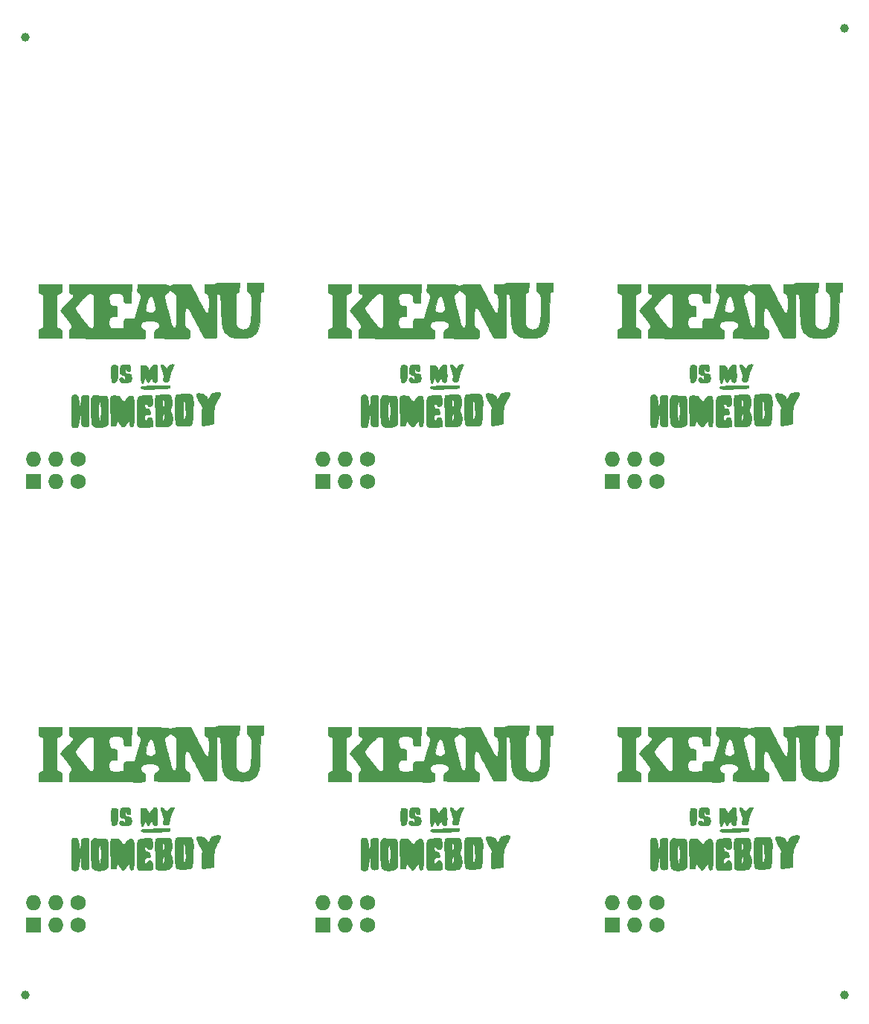
<source format=gtl>
G04 #@! TF.GenerationSoftware,KiCad,Pcbnew,8.0.4*
G04 #@! TF.CreationDate,2024-07-22T02:56:22-05:00*
G04 #@! TF.ProjectId,keanu-homeboy-panel,6b65616e-752d-4686-9f6d-65626f792d70,rev?*
G04 #@! TF.SameCoordinates,Original*
G04 #@! TF.FileFunction,Copper,L1,Top*
G04 #@! TF.FilePolarity,Positive*
%FSLAX46Y46*%
G04 Gerber Fmt 4.6, Leading zero omitted, Abs format (unit mm)*
G04 Created by KiCad (PCBNEW 8.0.4) date 2024-07-22 02:56:22*
%MOMM*%
%LPD*%
G01*
G04 APERTURE LIST*
G04 #@! TA.AperFunction,EtchedComponent*
%ADD10C,0.010000*%
G04 #@! TD*
G04 #@! TA.AperFunction,SMDPad,CuDef*
%ADD11C,1.000000*%
G04 #@! TD*
G04 #@! TA.AperFunction,ComponentPad*
%ADD12O,1.727200X1.727200*%
G04 #@! TD*
G04 #@! TA.AperFunction,ComponentPad*
%ADD13R,1.727200X1.727200*%
G04 #@! TD*
G04 #@! TA.AperFunction,ComponentPad*
%ADD14C,1.727200*%
G04 #@! TD*
G04 APERTURE END LIST*
D10*
X112157208Y-60299862D02*
X112250615Y-60315560D01*
X112334714Y-60340589D01*
X112405437Y-60373462D01*
X112458718Y-60412694D01*
X112488296Y-60452006D01*
X112503712Y-60498738D01*
X112516181Y-60568504D01*
X112525550Y-60659091D01*
X112531665Y-60768287D01*
X112534374Y-60893880D01*
X112533522Y-61033658D01*
X112532315Y-61087006D01*
X112525464Y-61270837D01*
X112515232Y-61442230D01*
X112501865Y-61599268D01*
X112485609Y-61740034D01*
X112466710Y-61862608D01*
X112445414Y-61965073D01*
X112421969Y-62045512D01*
X112403678Y-62089140D01*
X112354682Y-62162162D01*
X112290734Y-62221980D01*
X112216649Y-62266038D01*
X112137240Y-62291777D01*
X112057321Y-62296642D01*
X112022904Y-62291436D01*
X111964482Y-62268744D01*
X111911502Y-62231265D01*
X111873334Y-62185841D01*
X111869938Y-62179690D01*
X111851926Y-62130764D01*
X111835727Y-62058008D01*
X111821468Y-61962935D01*
X111809271Y-61847060D01*
X111799262Y-61711894D01*
X111791565Y-61558952D01*
X111786304Y-61389748D01*
X111783604Y-61205795D01*
X111783264Y-61125106D01*
X111784192Y-60947177D01*
X111787486Y-60793976D01*
X111793187Y-60664936D01*
X111801334Y-60559490D01*
X111811968Y-60477072D01*
X111825129Y-60417116D01*
X111835725Y-60388506D01*
X111865848Y-60346572D01*
X111911274Y-60317769D01*
X111974728Y-60300952D01*
X112058560Y-60294980D01*
X112157208Y-60299862D01*
G04 #@! TA.AperFunction,EtchedComponent*
G36*
X112157208Y-60299862D02*
G01*
X112250615Y-60315560D01*
X112334714Y-60340589D01*
X112405437Y-60373462D01*
X112458718Y-60412694D01*
X112488296Y-60452006D01*
X112503712Y-60498738D01*
X112516181Y-60568504D01*
X112525550Y-60659091D01*
X112531665Y-60768287D01*
X112534374Y-60893880D01*
X112533522Y-61033658D01*
X112532315Y-61087006D01*
X112525464Y-61270837D01*
X112515232Y-61442230D01*
X112501865Y-61599268D01*
X112485609Y-61740034D01*
X112466710Y-61862608D01*
X112445414Y-61965073D01*
X112421969Y-62045512D01*
X112403678Y-62089140D01*
X112354682Y-62162162D01*
X112290734Y-62221980D01*
X112216649Y-62266038D01*
X112137240Y-62291777D01*
X112057321Y-62296642D01*
X112022904Y-62291436D01*
X111964482Y-62268744D01*
X111911502Y-62231265D01*
X111873334Y-62185841D01*
X111869938Y-62179690D01*
X111851926Y-62130764D01*
X111835727Y-62058008D01*
X111821468Y-61962935D01*
X111809271Y-61847060D01*
X111799262Y-61711894D01*
X111791565Y-61558952D01*
X111786304Y-61389748D01*
X111783604Y-61205795D01*
X111783264Y-61125106D01*
X111784192Y-60947177D01*
X111787486Y-60793976D01*
X111793187Y-60664936D01*
X111801334Y-60559490D01*
X111811968Y-60477072D01*
X111825129Y-60417116D01*
X111835725Y-60388506D01*
X111865848Y-60346572D01*
X111911274Y-60317769D01*
X111974728Y-60300952D01*
X112058560Y-60294980D01*
X112157208Y-60299862D01*
G37*
G04 #@! TD.AperFunction*
X106199033Y-51400081D02*
X106197554Y-51548366D01*
X106193156Y-51672823D01*
X106185711Y-51774870D01*
X106175093Y-51855923D01*
X106161176Y-51917400D01*
X106149915Y-51948404D01*
X106125924Y-51990230D01*
X106090488Y-52031068D01*
X106040971Y-52072962D01*
X105974734Y-52117955D01*
X105889140Y-52168091D01*
X105814551Y-52208255D01*
X105614938Y-52312978D01*
X105615031Y-54150467D01*
X105615125Y-55987956D01*
X105789656Y-56087143D01*
X105882618Y-56140843D01*
X105955864Y-56185390D01*
X106012409Y-56222963D01*
X106055267Y-56255744D01*
X106087454Y-56285913D01*
X106111983Y-56315652D01*
X106118370Y-56324921D01*
X106136943Y-56355236D01*
X106152020Y-56386394D01*
X106164029Y-56421485D01*
X106173402Y-56463602D01*
X106180569Y-56515834D01*
X106185959Y-56581276D01*
X106190004Y-56663017D01*
X106193133Y-56764149D01*
X106195632Y-56880131D01*
X106202672Y-57251606D01*
X103532138Y-57251606D01*
X103532336Y-56861081D01*
X103532650Y-56722196D01*
X103534215Y-56606124D01*
X103538194Y-56510276D01*
X103545750Y-56432065D01*
X103558047Y-56368902D01*
X103576246Y-56318199D01*
X103601512Y-56277370D01*
X103635008Y-56243826D01*
X103677897Y-56214978D01*
X103731341Y-56188241D01*
X103796505Y-56161024D01*
X103857686Y-56137233D01*
X104014534Y-56076856D01*
X104014692Y-52304956D01*
X103861266Y-52236140D01*
X103775926Y-52196617D01*
X103710742Y-52162906D01*
X103661968Y-52132225D01*
X103625859Y-52101791D01*
X103598669Y-52068824D01*
X103576653Y-52030540D01*
X103572307Y-52021500D01*
X103538488Y-51949356D01*
X103530270Y-51130206D01*
X106199138Y-51130206D01*
X106199033Y-51400081D01*
G04 #@! TA.AperFunction,EtchedComponent*
G36*
X106199033Y-51400081D02*
G01*
X106197554Y-51548366D01*
X106193156Y-51672823D01*
X106185711Y-51774870D01*
X106175093Y-51855923D01*
X106161176Y-51917400D01*
X106149915Y-51948404D01*
X106125924Y-51990230D01*
X106090488Y-52031068D01*
X106040971Y-52072962D01*
X105974734Y-52117955D01*
X105889140Y-52168091D01*
X105814551Y-52208255D01*
X105614938Y-52312978D01*
X105615031Y-54150467D01*
X105615125Y-55987956D01*
X105789656Y-56087143D01*
X105882618Y-56140843D01*
X105955864Y-56185390D01*
X106012409Y-56222963D01*
X106055267Y-56255744D01*
X106087454Y-56285913D01*
X106111983Y-56315652D01*
X106118370Y-56324921D01*
X106136943Y-56355236D01*
X106152020Y-56386394D01*
X106164029Y-56421485D01*
X106173402Y-56463602D01*
X106180569Y-56515834D01*
X106185959Y-56581276D01*
X106190004Y-56663017D01*
X106193133Y-56764149D01*
X106195632Y-56880131D01*
X106202672Y-57251606D01*
X103532138Y-57251606D01*
X103532336Y-56861081D01*
X103532650Y-56722196D01*
X103534215Y-56606124D01*
X103538194Y-56510276D01*
X103545750Y-56432065D01*
X103558047Y-56368902D01*
X103576246Y-56318199D01*
X103601512Y-56277370D01*
X103635008Y-56243826D01*
X103677897Y-56214978D01*
X103731341Y-56188241D01*
X103796505Y-56161024D01*
X103857686Y-56137233D01*
X104014534Y-56076856D01*
X104014692Y-52304956D01*
X103861266Y-52236140D01*
X103775926Y-52196617D01*
X103710742Y-52162906D01*
X103661968Y-52132225D01*
X103625859Y-52101791D01*
X103598669Y-52068824D01*
X103576653Y-52030540D01*
X103572307Y-52021500D01*
X103538488Y-51949356D01*
X103530270Y-51130206D01*
X106199138Y-51130206D01*
X106199033Y-51400081D01*
G37*
G04 #@! TD.AperFunction*
X118145905Y-62608171D02*
X118235504Y-62611704D01*
X118303196Y-62617525D01*
X118349463Y-62625631D01*
X118355908Y-62627440D01*
X118408243Y-62647782D01*
X118438978Y-62673223D01*
X118451907Y-62709361D01*
X118450824Y-62761795D01*
X118450270Y-62766654D01*
X118435112Y-62832510D01*
X118408299Y-62885428D01*
X118372772Y-62919974D01*
X118365097Y-62924098D01*
X118335865Y-62932175D01*
X118283314Y-62940464D01*
X118209524Y-62948890D01*
X118116572Y-62957376D01*
X118006539Y-62965846D01*
X117881503Y-62974223D01*
X117743544Y-62982431D01*
X117594741Y-62990393D01*
X117437173Y-62998033D01*
X117272919Y-63005275D01*
X117104059Y-63012042D01*
X116932671Y-63018257D01*
X116760835Y-63023845D01*
X116590630Y-63028729D01*
X116424135Y-63032832D01*
X116263429Y-63036079D01*
X116110592Y-63038392D01*
X115967703Y-63039695D01*
X115836840Y-63039913D01*
X115720083Y-63038967D01*
X115619512Y-63036783D01*
X115537204Y-63033283D01*
X115489188Y-63029793D01*
X115397385Y-63016190D01*
X115319237Y-62994456D01*
X115256551Y-62966104D01*
X115211135Y-62932648D01*
X115184796Y-62895602D01*
X115179342Y-62856480D01*
X115196579Y-62816795D01*
X115212963Y-62798447D01*
X115237695Y-62777260D01*
X115265456Y-62758992D01*
X115298351Y-62743352D01*
X115338484Y-62730048D01*
X115387961Y-62718786D01*
X115448886Y-62709276D01*
X115523365Y-62701223D01*
X115613501Y-62694337D01*
X115721400Y-62688325D01*
X115849166Y-62682894D01*
X115998905Y-62677752D01*
X116105138Y-62674539D01*
X116227332Y-62670715D01*
X116368445Y-62665851D01*
X116522029Y-62660195D01*
X116681633Y-62654000D01*
X116840810Y-62647513D01*
X116993110Y-62640985D01*
X117121138Y-62635181D01*
X117352347Y-62624925D01*
X117558746Y-62616974D01*
X117740817Y-62611327D01*
X117899044Y-62607979D01*
X118033912Y-62606928D01*
X118145905Y-62608171D01*
G04 #@! TA.AperFunction,EtchedComponent*
G36*
X118145905Y-62608171D02*
G01*
X118235504Y-62611704D01*
X118303196Y-62617525D01*
X118349463Y-62625631D01*
X118355908Y-62627440D01*
X118408243Y-62647782D01*
X118438978Y-62673223D01*
X118451907Y-62709361D01*
X118450824Y-62761795D01*
X118450270Y-62766654D01*
X118435112Y-62832510D01*
X118408299Y-62885428D01*
X118372772Y-62919974D01*
X118365097Y-62924098D01*
X118335865Y-62932175D01*
X118283314Y-62940464D01*
X118209524Y-62948890D01*
X118116572Y-62957376D01*
X118006539Y-62965846D01*
X117881503Y-62974223D01*
X117743544Y-62982431D01*
X117594741Y-62990393D01*
X117437173Y-62998033D01*
X117272919Y-63005275D01*
X117104059Y-63012042D01*
X116932671Y-63018257D01*
X116760835Y-63023845D01*
X116590630Y-63028729D01*
X116424135Y-63032832D01*
X116263429Y-63036079D01*
X116110592Y-63038392D01*
X115967703Y-63039695D01*
X115836840Y-63039913D01*
X115720083Y-63038967D01*
X115619512Y-63036783D01*
X115537204Y-63033283D01*
X115489188Y-63029793D01*
X115397385Y-63016190D01*
X115319237Y-62994456D01*
X115256551Y-62966104D01*
X115211135Y-62932648D01*
X115184796Y-62895602D01*
X115179342Y-62856480D01*
X115196579Y-62816795D01*
X115212963Y-62798447D01*
X115237695Y-62777260D01*
X115265456Y-62758992D01*
X115298351Y-62743352D01*
X115338484Y-62730048D01*
X115387961Y-62718786D01*
X115448886Y-62709276D01*
X115523365Y-62701223D01*
X115613501Y-62694337D01*
X115721400Y-62688325D01*
X115849166Y-62682894D01*
X115998905Y-62677752D01*
X116105138Y-62674539D01*
X116227332Y-62670715D01*
X116368445Y-62665851D01*
X116522029Y-62660195D01*
X116681633Y-62654000D01*
X116840810Y-62647513D01*
X116993110Y-62640985D01*
X117121138Y-62635181D01*
X117352347Y-62624925D01*
X117558746Y-62616974D01*
X117740817Y-62611327D01*
X117899044Y-62607979D01*
X118033912Y-62606928D01*
X118145905Y-62608171D01*
G37*
G04 #@! TD.AperFunction*
X118817043Y-60231272D02*
X118870959Y-60242061D01*
X118910116Y-60256790D01*
X118924399Y-60267689D01*
X118926012Y-60278908D01*
X118920397Y-60301980D01*
X118906725Y-60338916D01*
X118884167Y-60391730D01*
X118851893Y-60462435D01*
X118809073Y-60553043D01*
X118792682Y-60587248D01*
X118751195Y-60674253D01*
X118711283Y-60759173D01*
X118674945Y-60837659D01*
X118644182Y-60905362D01*
X118620996Y-60957933D01*
X118609547Y-60985406D01*
X118553619Y-61139328D01*
X118502142Y-61304580D01*
X118457730Y-61471740D01*
X118422996Y-61631386D01*
X118410470Y-61702956D01*
X118391428Y-61819359D01*
X118374522Y-61913335D01*
X118358834Y-61987672D01*
X118343448Y-62045159D01*
X118327449Y-62088585D01*
X118309919Y-62120739D01*
X118289943Y-62144409D01*
X118266604Y-62162383D01*
X118257780Y-62167670D01*
X118225522Y-62178836D01*
X118175241Y-62188244D01*
X118114291Y-62195182D01*
X118050028Y-62198934D01*
X117989807Y-62198789D01*
X117959338Y-62196607D01*
X117892185Y-62188622D01*
X117844793Y-62180696D01*
X117811570Y-62171343D01*
X117786925Y-62159077D01*
X117769705Y-62146236D01*
X117743248Y-62117124D01*
X117725176Y-62079367D01*
X117715034Y-62029583D01*
X117712368Y-61964391D01*
X117716724Y-61880409D01*
X117724013Y-61805879D01*
X117735987Y-61677088D01*
X117740947Y-61561822D01*
X117738090Y-61455092D01*
X117726613Y-61351908D01*
X117705713Y-61247282D01*
X117674586Y-61136224D01*
X117632431Y-61013744D01*
X117578443Y-60874854D01*
X117571354Y-60857395D01*
X117526023Y-60742878D01*
X117491357Y-60647229D01*
X117466323Y-60566771D01*
X117449886Y-60497826D01*
X117441012Y-60436719D01*
X117438638Y-60385586D01*
X117443911Y-60319492D01*
X117460598Y-60275763D01*
X117490000Y-60253587D01*
X117533419Y-60252154D01*
X117592155Y-60270654D01*
X117610191Y-60278672D01*
X117649046Y-60299464D01*
X117692546Y-60328399D01*
X117743170Y-60367515D01*
X117803400Y-60418845D01*
X117875716Y-60484425D01*
X117962598Y-60566291D01*
X117973920Y-60577113D01*
X118024152Y-60624854D01*
X118067830Y-60665725D01*
X118101747Y-60696778D01*
X118122699Y-60715063D01*
X118127857Y-60718706D01*
X118136544Y-60708659D01*
X118156425Y-60681009D01*
X118184912Y-60639488D01*
X118219419Y-60587830D01*
X118236039Y-60562550D01*
X118308090Y-60459198D01*
X118375596Y-60377888D01*
X118441547Y-60316407D01*
X118508937Y-60272539D01*
X118580757Y-60244072D01*
X118659999Y-60228792D01*
X118690741Y-60226104D01*
X118754820Y-60225570D01*
X118817043Y-60231272D01*
G04 #@! TA.AperFunction,EtchedComponent*
G36*
X118817043Y-60231272D02*
G01*
X118870959Y-60242061D01*
X118910116Y-60256790D01*
X118924399Y-60267689D01*
X118926012Y-60278908D01*
X118920397Y-60301980D01*
X118906725Y-60338916D01*
X118884167Y-60391730D01*
X118851893Y-60462435D01*
X118809073Y-60553043D01*
X118792682Y-60587248D01*
X118751195Y-60674253D01*
X118711283Y-60759173D01*
X118674945Y-60837659D01*
X118644182Y-60905362D01*
X118620996Y-60957933D01*
X118609547Y-60985406D01*
X118553619Y-61139328D01*
X118502142Y-61304580D01*
X118457730Y-61471740D01*
X118422996Y-61631386D01*
X118410470Y-61702956D01*
X118391428Y-61819359D01*
X118374522Y-61913335D01*
X118358834Y-61987672D01*
X118343448Y-62045159D01*
X118327449Y-62088585D01*
X118309919Y-62120739D01*
X118289943Y-62144409D01*
X118266604Y-62162383D01*
X118257780Y-62167670D01*
X118225522Y-62178836D01*
X118175241Y-62188244D01*
X118114291Y-62195182D01*
X118050028Y-62198934D01*
X117989807Y-62198789D01*
X117959338Y-62196607D01*
X117892185Y-62188622D01*
X117844793Y-62180696D01*
X117811570Y-62171343D01*
X117786925Y-62159077D01*
X117769705Y-62146236D01*
X117743248Y-62117124D01*
X117725176Y-62079367D01*
X117715034Y-62029583D01*
X117712368Y-61964391D01*
X117716724Y-61880409D01*
X117724013Y-61805879D01*
X117735987Y-61677088D01*
X117740947Y-61561822D01*
X117738090Y-61455092D01*
X117726613Y-61351908D01*
X117705713Y-61247282D01*
X117674586Y-61136224D01*
X117632431Y-61013744D01*
X117578443Y-60874854D01*
X117571354Y-60857395D01*
X117526023Y-60742878D01*
X117491357Y-60647229D01*
X117466323Y-60566771D01*
X117449886Y-60497826D01*
X117441012Y-60436719D01*
X117438638Y-60385586D01*
X117443911Y-60319492D01*
X117460598Y-60275763D01*
X117490000Y-60253587D01*
X117533419Y-60252154D01*
X117592155Y-60270654D01*
X117610191Y-60278672D01*
X117649046Y-60299464D01*
X117692546Y-60328399D01*
X117743170Y-60367515D01*
X117803400Y-60418845D01*
X117875716Y-60484425D01*
X117962598Y-60566291D01*
X117973920Y-60577113D01*
X118024152Y-60624854D01*
X118067830Y-60665725D01*
X118101747Y-60696778D01*
X118122699Y-60715063D01*
X118127857Y-60718706D01*
X118136544Y-60708659D01*
X118156425Y-60681009D01*
X118184912Y-60639488D01*
X118219419Y-60587830D01*
X118236039Y-60562550D01*
X118308090Y-60459198D01*
X118375596Y-60377888D01*
X118441547Y-60316407D01*
X118508937Y-60272539D01*
X118580757Y-60244072D01*
X118659999Y-60228792D01*
X118690741Y-60226104D01*
X118754820Y-60225570D01*
X118817043Y-60231272D01*
G37*
G04 #@! TD.AperFunction*
X116808476Y-60241899D02*
X116860238Y-60251710D01*
X116902671Y-60267732D01*
X116936952Y-60292460D01*
X116964255Y-60328387D01*
X116985755Y-60378008D01*
X117002628Y-60443815D01*
X117016049Y-60528305D01*
X117027192Y-60633970D01*
X117034199Y-60720948D01*
X117037766Y-60782401D01*
X117041077Y-60864783D01*
X117044032Y-60963622D01*
X117046527Y-61074447D01*
X117048461Y-61192787D01*
X117049732Y-61314171D01*
X117050227Y-61423556D01*
X117050134Y-61568021D01*
X117049255Y-61689714D01*
X117047355Y-61791260D01*
X117044195Y-61875280D01*
X117039539Y-61944397D01*
X117033150Y-62001233D01*
X117024791Y-62048413D01*
X117014225Y-62088558D01*
X117001215Y-62124292D01*
X116985524Y-62158237D01*
X116983498Y-62162221D01*
X116949388Y-62217735D01*
X116911490Y-62252599D01*
X116862844Y-62271363D01*
X116806194Y-62278142D01*
X116754377Y-62279038D01*
X116715271Y-62273538D01*
X116676486Y-62259135D01*
X116651316Y-62246773D01*
X116592943Y-62209493D01*
X116549549Y-62163096D01*
X116517864Y-62102637D01*
X116494620Y-62023169D01*
X116490471Y-62003436D01*
X116471397Y-61928482D01*
X116447908Y-61869755D01*
X116421561Y-61830335D01*
X116394496Y-61813407D01*
X116364899Y-61820151D01*
X116328925Y-61849037D01*
X116288211Y-61898107D01*
X116244392Y-61965400D01*
X116201152Y-62044878D01*
X116151894Y-62136975D01*
X116107019Y-62206832D01*
X116065194Y-62254211D01*
X116025087Y-62278873D01*
X115985365Y-62280579D01*
X115944695Y-62259093D01*
X115901746Y-62214174D01*
X115855184Y-62145585D01*
X115803678Y-62053087D01*
X115760084Y-61965988D01*
X115658358Y-61755972D01*
X115572812Y-61958064D01*
X115520135Y-62080453D01*
X115474990Y-62180352D01*
X115436388Y-62259199D01*
X115403343Y-62318430D01*
X115374868Y-62359486D01*
X115349976Y-62383804D01*
X115327680Y-62392822D01*
X115306992Y-62387979D01*
X115288441Y-62372416D01*
X115259116Y-62327451D01*
X115232074Y-62261704D01*
X115209016Y-62179789D01*
X115198447Y-62128406D01*
X115187558Y-62064069D01*
X115178275Y-61999109D01*
X115170478Y-61930949D01*
X115164045Y-61857012D01*
X115158854Y-61774720D01*
X115154785Y-61681499D01*
X115151716Y-61574770D01*
X115149526Y-61451958D01*
X115148094Y-61310485D01*
X115147299Y-61147775D01*
X115147074Y-61036206D01*
X115146288Y-60369456D01*
X115292338Y-60354417D01*
X115365962Y-60347922D01*
X115444918Y-60342715D01*
X115517436Y-60339499D01*
X115552688Y-60338821D01*
X115618690Y-60340771D01*
X115674832Y-60348842D01*
X115723720Y-60365319D01*
X115767959Y-60392483D01*
X115810155Y-60432617D01*
X115852913Y-60488005D01*
X115898840Y-60560929D01*
X115950542Y-60653671D01*
X115983649Y-60716383D01*
X116022671Y-60791024D01*
X116051850Y-60845685D01*
X116073016Y-60882947D01*
X116087998Y-60905388D01*
X116098627Y-60915588D01*
X116106735Y-60916125D01*
X116114150Y-60909578D01*
X116117624Y-60905171D01*
X116131430Y-60885886D01*
X116156664Y-60849514D01*
X116190586Y-60800048D01*
X116230456Y-60741483D01*
X116267397Y-60686904D01*
X116350656Y-60566969D01*
X116424663Y-60468354D01*
X116491271Y-60389537D01*
X116552331Y-60328994D01*
X116609697Y-60285202D01*
X116665220Y-60256638D01*
X116720752Y-60241778D01*
X116778146Y-60239099D01*
X116808476Y-60241899D01*
G04 #@! TA.AperFunction,EtchedComponent*
G36*
X116808476Y-60241899D02*
G01*
X116860238Y-60251710D01*
X116902671Y-60267732D01*
X116936952Y-60292460D01*
X116964255Y-60328387D01*
X116985755Y-60378008D01*
X117002628Y-60443815D01*
X117016049Y-60528305D01*
X117027192Y-60633970D01*
X117034199Y-60720948D01*
X117037766Y-60782401D01*
X117041077Y-60864783D01*
X117044032Y-60963622D01*
X117046527Y-61074447D01*
X117048461Y-61192787D01*
X117049732Y-61314171D01*
X117050227Y-61423556D01*
X117050134Y-61568021D01*
X117049255Y-61689714D01*
X117047355Y-61791260D01*
X117044195Y-61875280D01*
X117039539Y-61944397D01*
X117033150Y-62001233D01*
X117024791Y-62048413D01*
X117014225Y-62088558D01*
X117001215Y-62124292D01*
X116985524Y-62158237D01*
X116983498Y-62162221D01*
X116949388Y-62217735D01*
X116911490Y-62252599D01*
X116862844Y-62271363D01*
X116806194Y-62278142D01*
X116754377Y-62279038D01*
X116715271Y-62273538D01*
X116676486Y-62259135D01*
X116651316Y-62246773D01*
X116592943Y-62209493D01*
X116549549Y-62163096D01*
X116517864Y-62102637D01*
X116494620Y-62023169D01*
X116490471Y-62003436D01*
X116471397Y-61928482D01*
X116447908Y-61869755D01*
X116421561Y-61830335D01*
X116394496Y-61813407D01*
X116364899Y-61820151D01*
X116328925Y-61849037D01*
X116288211Y-61898107D01*
X116244392Y-61965400D01*
X116201152Y-62044878D01*
X116151894Y-62136975D01*
X116107019Y-62206832D01*
X116065194Y-62254211D01*
X116025087Y-62278873D01*
X115985365Y-62280579D01*
X115944695Y-62259093D01*
X115901746Y-62214174D01*
X115855184Y-62145585D01*
X115803678Y-62053087D01*
X115760084Y-61965988D01*
X115658358Y-61755972D01*
X115572812Y-61958064D01*
X115520135Y-62080453D01*
X115474990Y-62180352D01*
X115436388Y-62259199D01*
X115403343Y-62318430D01*
X115374868Y-62359486D01*
X115349976Y-62383804D01*
X115327680Y-62392822D01*
X115306992Y-62387979D01*
X115288441Y-62372416D01*
X115259116Y-62327451D01*
X115232074Y-62261704D01*
X115209016Y-62179789D01*
X115198447Y-62128406D01*
X115187558Y-62064069D01*
X115178275Y-61999109D01*
X115170478Y-61930949D01*
X115164045Y-61857012D01*
X115158854Y-61774720D01*
X115154785Y-61681499D01*
X115151716Y-61574770D01*
X115149526Y-61451958D01*
X115148094Y-61310485D01*
X115147299Y-61147775D01*
X115147074Y-61036206D01*
X115146288Y-60369456D01*
X115292338Y-60354417D01*
X115365962Y-60347922D01*
X115444918Y-60342715D01*
X115517436Y-60339499D01*
X115552688Y-60338821D01*
X115618690Y-60340771D01*
X115674832Y-60348842D01*
X115723720Y-60365319D01*
X115767959Y-60392483D01*
X115810155Y-60432617D01*
X115852913Y-60488005D01*
X115898840Y-60560929D01*
X115950542Y-60653671D01*
X115983649Y-60716383D01*
X116022671Y-60791024D01*
X116051850Y-60845685D01*
X116073016Y-60882947D01*
X116087998Y-60905388D01*
X116098627Y-60915588D01*
X116106735Y-60916125D01*
X116114150Y-60909578D01*
X116117624Y-60905171D01*
X116131430Y-60885886D01*
X116156664Y-60849514D01*
X116190586Y-60800048D01*
X116230456Y-60741483D01*
X116267397Y-60686904D01*
X116350656Y-60566969D01*
X116424663Y-60468354D01*
X116491271Y-60389537D01*
X116552331Y-60328994D01*
X116609697Y-60285202D01*
X116665220Y-60256638D01*
X116720752Y-60241778D01*
X116778146Y-60239099D01*
X116808476Y-60241899D01*
G37*
G04 #@! TD.AperFunction*
X113577838Y-60253262D02*
X113690161Y-60264238D01*
X113780769Y-60284024D01*
X113852180Y-60313823D01*
X113906914Y-60354839D01*
X113947490Y-60408277D01*
X113961843Y-60436794D01*
X113977778Y-60486700D01*
X113989469Y-60551203D01*
X113996895Y-60624890D01*
X114000034Y-60702347D01*
X113998866Y-60778161D01*
X113993368Y-60846918D01*
X113983520Y-60903205D01*
X113969300Y-60941607D01*
X113963869Y-60949182D01*
X113918409Y-60983807D01*
X113855466Y-61004092D01*
X113772863Y-61010735D01*
X113771920Y-61010735D01*
X113680511Y-61004989D01*
X113610308Y-60987228D01*
X113559613Y-60956411D01*
X113526727Y-60911499D01*
X113509951Y-60851453D01*
X113509800Y-60850332D01*
X113494522Y-60793084D01*
X113467587Y-60749381D01*
X113432455Y-60723668D01*
X113407320Y-60718706D01*
X113375461Y-60728768D01*
X113352554Y-60759643D01*
X113338201Y-60812364D01*
X113332006Y-60887963D01*
X113331679Y-60915556D01*
X113337428Y-61018917D01*
X113354151Y-61103633D01*
X113381374Y-61167998D01*
X113412468Y-61205480D01*
X113433026Y-61221343D01*
X113454478Y-61233191D01*
X113481552Y-61242158D01*
X113518976Y-61249378D01*
X113571477Y-61255987D01*
X113643783Y-61263117D01*
X113658314Y-61264456D01*
X113774414Y-61281776D01*
X113869834Y-61311597D01*
X113946181Y-61355625D01*
X114005060Y-61415565D01*
X114048080Y-61493123D01*
X114076845Y-61590004D01*
X114092962Y-61707913D01*
X114094383Y-61727434D01*
X114095594Y-61843458D01*
X114083984Y-61948771D01*
X114060405Y-62040331D01*
X114025709Y-62115096D01*
X113980750Y-62170024D01*
X113967289Y-62180823D01*
X113910107Y-62213031D01*
X113831887Y-62243248D01*
X113736983Y-62270118D01*
X113629749Y-62292286D01*
X113587608Y-62299056D01*
X113506995Y-62308240D01*
X113414122Y-62314304D01*
X113315348Y-62317247D01*
X113217033Y-62317071D01*
X113125536Y-62313775D01*
X113047215Y-62307360D01*
X112993638Y-62299006D01*
X112902404Y-62268543D01*
X112829823Y-62221075D01*
X112776478Y-62157270D01*
X112742952Y-62077794D01*
X112730453Y-61998087D01*
X112728850Y-61944576D01*
X112732631Y-61906055D01*
X112743438Y-61872389D01*
X112754595Y-61849108D01*
X112797702Y-61788427D01*
X112852288Y-61750215D01*
X112917716Y-61734620D01*
X112993347Y-61741788D01*
X113078543Y-61771865D01*
X113082538Y-61773735D01*
X113137971Y-61804234D01*
X113196514Y-61843041D01*
X113234938Y-61872989D01*
X113298915Y-61927281D01*
X113346232Y-61963781D01*
X113378981Y-61981827D01*
X113399253Y-61980758D01*
X113409141Y-61959912D01*
X113410737Y-61918629D01*
X113406134Y-61856248D01*
X113402485Y-61820037D01*
X113389881Y-61715875D01*
X113374416Y-61633788D01*
X113353240Y-61570449D01*
X113323500Y-61522534D01*
X113282347Y-61486717D01*
X113226930Y-61459672D01*
X113154397Y-61438074D01*
X113061898Y-61418598D01*
X113057659Y-61417800D01*
X113008987Y-61406959D01*
X112965763Y-61394408D01*
X112941707Y-61384871D01*
X112867297Y-61332654D01*
X112810055Y-61262130D01*
X112770043Y-61173770D01*
X112747326Y-61068047D01*
X112741966Y-60945432D01*
X112754029Y-60806397D01*
X112783577Y-60651413D01*
X112822956Y-60505945D01*
X112853107Y-60424479D01*
X112888735Y-60364608D01*
X112932753Y-60322655D01*
X112988072Y-60294946D01*
X112990844Y-60293985D01*
X113032704Y-60283956D01*
X113094619Y-60274620D01*
X113171249Y-60266346D01*
X113257250Y-60259506D01*
X113347281Y-60254471D01*
X113436000Y-60251610D01*
X113518064Y-60251295D01*
X113577838Y-60253262D01*
G04 #@! TA.AperFunction,EtchedComponent*
G36*
X113577838Y-60253262D02*
G01*
X113690161Y-60264238D01*
X113780769Y-60284024D01*
X113852180Y-60313823D01*
X113906914Y-60354839D01*
X113947490Y-60408277D01*
X113961843Y-60436794D01*
X113977778Y-60486700D01*
X113989469Y-60551203D01*
X113996895Y-60624890D01*
X114000034Y-60702347D01*
X113998866Y-60778161D01*
X113993368Y-60846918D01*
X113983520Y-60903205D01*
X113969300Y-60941607D01*
X113963869Y-60949182D01*
X113918409Y-60983807D01*
X113855466Y-61004092D01*
X113772863Y-61010735D01*
X113771920Y-61010735D01*
X113680511Y-61004989D01*
X113610308Y-60987228D01*
X113559613Y-60956411D01*
X113526727Y-60911499D01*
X113509951Y-60851453D01*
X113509800Y-60850332D01*
X113494522Y-60793084D01*
X113467587Y-60749381D01*
X113432455Y-60723668D01*
X113407320Y-60718706D01*
X113375461Y-60728768D01*
X113352554Y-60759643D01*
X113338201Y-60812364D01*
X113332006Y-60887963D01*
X113331679Y-60915556D01*
X113337428Y-61018917D01*
X113354151Y-61103633D01*
X113381374Y-61167998D01*
X113412468Y-61205480D01*
X113433026Y-61221343D01*
X113454478Y-61233191D01*
X113481552Y-61242158D01*
X113518976Y-61249378D01*
X113571477Y-61255987D01*
X113643783Y-61263117D01*
X113658314Y-61264456D01*
X113774414Y-61281776D01*
X113869834Y-61311597D01*
X113946181Y-61355625D01*
X114005060Y-61415565D01*
X114048080Y-61493123D01*
X114076845Y-61590004D01*
X114092962Y-61707913D01*
X114094383Y-61727434D01*
X114095594Y-61843458D01*
X114083984Y-61948771D01*
X114060405Y-62040331D01*
X114025709Y-62115096D01*
X113980750Y-62170024D01*
X113967289Y-62180823D01*
X113910107Y-62213031D01*
X113831887Y-62243248D01*
X113736983Y-62270118D01*
X113629749Y-62292286D01*
X113587608Y-62299056D01*
X113506995Y-62308240D01*
X113414122Y-62314304D01*
X113315348Y-62317247D01*
X113217033Y-62317071D01*
X113125536Y-62313775D01*
X113047215Y-62307360D01*
X112993638Y-62299006D01*
X112902404Y-62268543D01*
X112829823Y-62221075D01*
X112776478Y-62157270D01*
X112742952Y-62077794D01*
X112730453Y-61998087D01*
X112728850Y-61944576D01*
X112732631Y-61906055D01*
X112743438Y-61872389D01*
X112754595Y-61849108D01*
X112797702Y-61788427D01*
X112852288Y-61750215D01*
X112917716Y-61734620D01*
X112993347Y-61741788D01*
X113078543Y-61771865D01*
X113082538Y-61773735D01*
X113137971Y-61804234D01*
X113196514Y-61843041D01*
X113234938Y-61872989D01*
X113298915Y-61927281D01*
X113346232Y-61963781D01*
X113378981Y-61981827D01*
X113399253Y-61980758D01*
X113409141Y-61959912D01*
X113410737Y-61918629D01*
X113406134Y-61856248D01*
X113402485Y-61820037D01*
X113389881Y-61715875D01*
X113374416Y-61633788D01*
X113353240Y-61570449D01*
X113323500Y-61522534D01*
X113282347Y-61486717D01*
X113226930Y-61459672D01*
X113154397Y-61438074D01*
X113061898Y-61418598D01*
X113057659Y-61417800D01*
X113008987Y-61406959D01*
X112965763Y-61394408D01*
X112941707Y-61384871D01*
X112867297Y-61332654D01*
X112810055Y-61262130D01*
X112770043Y-61173770D01*
X112747326Y-61068047D01*
X112741966Y-60945432D01*
X112754029Y-60806397D01*
X112783577Y-60651413D01*
X112822956Y-60505945D01*
X112853107Y-60424479D01*
X112888735Y-60364608D01*
X112932753Y-60322655D01*
X112988072Y-60294946D01*
X112990844Y-60293985D01*
X113032704Y-60283956D01*
X113094619Y-60274620D01*
X113171249Y-60266346D01*
X113257250Y-60259506D01*
X113347281Y-60254471D01*
X113436000Y-60251610D01*
X113518064Y-60251295D01*
X113577838Y-60253262D01*
G37*
G04 #@! TD.AperFunction*
X124075481Y-63417723D02*
X124108735Y-63424314D01*
X124159814Y-63448466D01*
X124192061Y-63488233D01*
X124206612Y-63545301D01*
X124207738Y-63571278D01*
X124204552Y-63614218D01*
X124194396Y-63663181D01*
X124176365Y-63720165D01*
X124149557Y-63787163D01*
X124113071Y-63866171D01*
X124066003Y-63959186D01*
X124007452Y-64068201D01*
X123936514Y-64195213D01*
X123883792Y-64287572D01*
X123816314Y-64405546D01*
X123757012Y-64511380D01*
X123705293Y-64607589D01*
X123660559Y-64696690D01*
X123622217Y-64781197D01*
X123589670Y-64863627D01*
X123562324Y-64946496D01*
X123539584Y-65032318D01*
X123520854Y-65123611D01*
X123505539Y-65222889D01*
X123493044Y-65332669D01*
X123482773Y-65455466D01*
X123474132Y-65593797D01*
X123466525Y-65750175D01*
X123459357Y-65927119D01*
X123452652Y-66109856D01*
X123445972Y-66294289D01*
X123440023Y-66454429D01*
X123434755Y-66591370D01*
X123430121Y-66706207D01*
X123426070Y-66800034D01*
X123422553Y-66873946D01*
X123419522Y-66929038D01*
X123416928Y-66966404D01*
X123414721Y-66987139D01*
X123413117Y-66992506D01*
X123400131Y-66994891D01*
X123364859Y-67001703D01*
X123309929Y-67012425D01*
X123237968Y-67026542D01*
X123151607Y-67043538D01*
X123053471Y-67062896D01*
X122946190Y-67084100D01*
X122895640Y-67094106D01*
X122750091Y-67122654D01*
X122627139Y-67146053D01*
X122524559Y-67164544D01*
X122440127Y-67178368D01*
X122371618Y-67187766D01*
X122316807Y-67192980D01*
X122273471Y-67194250D01*
X122239384Y-67191817D01*
X122212323Y-67185924D01*
X122190061Y-67176812D01*
X122180834Y-67171613D01*
X122159295Y-67155570D01*
X122140420Y-67134421D01*
X122124144Y-67106757D01*
X122110402Y-67071169D01*
X122099130Y-67026249D01*
X122090264Y-66970589D01*
X122083739Y-66902780D01*
X122079491Y-66821413D01*
X122077456Y-66725081D01*
X122077569Y-66612374D01*
X122079766Y-66481884D01*
X122083983Y-66332203D01*
X122090154Y-66161922D01*
X122098217Y-65969633D01*
X122108106Y-65753927D01*
X122112166Y-65668908D01*
X122137693Y-65139060D01*
X121919426Y-64716408D01*
X121831397Y-64545293D01*
X121754823Y-64394903D01*
X121689004Y-64263662D01*
X121633236Y-64149993D01*
X121586819Y-64052321D01*
X121549051Y-63969068D01*
X121519231Y-63898658D01*
X121496656Y-63839515D01*
X121480626Y-63790063D01*
X121470439Y-63748724D01*
X121465393Y-63713922D01*
X121464538Y-63694267D01*
X121473761Y-63638717D01*
X121502130Y-63595124D01*
X121550690Y-63562869D01*
X121620490Y-63541329D01*
X121712577Y-63529881D01*
X121743938Y-63528348D01*
X121815729Y-63527207D01*
X121874080Y-63530376D01*
X121930767Y-63539107D01*
X121997565Y-63554653D01*
X122001915Y-63555769D01*
X122167748Y-63606937D01*
X122313272Y-63670321D01*
X122441165Y-63747332D01*
X122554105Y-63839382D01*
X122571262Y-63855891D01*
X122618168Y-63903694D01*
X122649923Y-63941042D01*
X122670776Y-63973876D01*
X122684978Y-64008135D01*
X122688737Y-64020121D01*
X122700310Y-64065172D01*
X122707702Y-64105638D01*
X122709138Y-64123056D01*
X122718508Y-64160958D01*
X122744587Y-64180517D01*
X122781998Y-64179951D01*
X122827181Y-64156880D01*
X122876547Y-64108983D01*
X122930138Y-64036206D01*
X122987993Y-63938497D01*
X123034564Y-63848092D01*
X123080140Y-63758123D01*
X123119564Y-63688215D01*
X123155713Y-63634688D01*
X123191465Y-63593861D01*
X123229697Y-63562054D01*
X123273285Y-63535586D01*
X123282643Y-63530739D01*
X123342549Y-63506465D01*
X123421164Y-63483618D01*
X123513489Y-63462842D01*
X123614526Y-63444780D01*
X123719278Y-63430076D01*
X123822747Y-63419375D01*
X123919936Y-63413320D01*
X124005846Y-63412555D01*
X124075481Y-63417723D01*
G04 #@! TA.AperFunction,EtchedComponent*
G36*
X124075481Y-63417723D02*
G01*
X124108735Y-63424314D01*
X124159814Y-63448466D01*
X124192061Y-63488233D01*
X124206612Y-63545301D01*
X124207738Y-63571278D01*
X124204552Y-63614218D01*
X124194396Y-63663181D01*
X124176365Y-63720165D01*
X124149557Y-63787163D01*
X124113071Y-63866171D01*
X124066003Y-63959186D01*
X124007452Y-64068201D01*
X123936514Y-64195213D01*
X123883792Y-64287572D01*
X123816314Y-64405546D01*
X123757012Y-64511380D01*
X123705293Y-64607589D01*
X123660559Y-64696690D01*
X123622217Y-64781197D01*
X123589670Y-64863627D01*
X123562324Y-64946496D01*
X123539584Y-65032318D01*
X123520854Y-65123611D01*
X123505539Y-65222889D01*
X123493044Y-65332669D01*
X123482773Y-65455466D01*
X123474132Y-65593797D01*
X123466525Y-65750175D01*
X123459357Y-65927119D01*
X123452652Y-66109856D01*
X123445972Y-66294289D01*
X123440023Y-66454429D01*
X123434755Y-66591370D01*
X123430121Y-66706207D01*
X123426070Y-66800034D01*
X123422553Y-66873946D01*
X123419522Y-66929038D01*
X123416928Y-66966404D01*
X123414721Y-66987139D01*
X123413117Y-66992506D01*
X123400131Y-66994891D01*
X123364859Y-67001703D01*
X123309929Y-67012425D01*
X123237968Y-67026542D01*
X123151607Y-67043538D01*
X123053471Y-67062896D01*
X122946190Y-67084100D01*
X122895640Y-67094106D01*
X122750091Y-67122654D01*
X122627139Y-67146053D01*
X122524559Y-67164544D01*
X122440127Y-67178368D01*
X122371618Y-67187766D01*
X122316807Y-67192980D01*
X122273471Y-67194250D01*
X122239384Y-67191817D01*
X122212323Y-67185924D01*
X122190061Y-67176812D01*
X122180834Y-67171613D01*
X122159295Y-67155570D01*
X122140420Y-67134421D01*
X122124144Y-67106757D01*
X122110402Y-67071169D01*
X122099130Y-67026249D01*
X122090264Y-66970589D01*
X122083739Y-66902780D01*
X122079491Y-66821413D01*
X122077456Y-66725081D01*
X122077569Y-66612374D01*
X122079766Y-66481884D01*
X122083983Y-66332203D01*
X122090154Y-66161922D01*
X122098217Y-65969633D01*
X122108106Y-65753927D01*
X122112166Y-65668908D01*
X122137693Y-65139060D01*
X121919426Y-64716408D01*
X121831397Y-64545293D01*
X121754823Y-64394903D01*
X121689004Y-64263662D01*
X121633236Y-64149993D01*
X121586819Y-64052321D01*
X121549051Y-63969068D01*
X121519231Y-63898658D01*
X121496656Y-63839515D01*
X121480626Y-63790063D01*
X121470439Y-63748724D01*
X121465393Y-63713922D01*
X121464538Y-63694267D01*
X121473761Y-63638717D01*
X121502130Y-63595124D01*
X121550690Y-63562869D01*
X121620490Y-63541329D01*
X121712577Y-63529881D01*
X121743938Y-63528348D01*
X121815729Y-63527207D01*
X121874080Y-63530376D01*
X121930767Y-63539107D01*
X121997565Y-63554653D01*
X122001915Y-63555769D01*
X122167748Y-63606937D01*
X122313272Y-63670321D01*
X122441165Y-63747332D01*
X122554105Y-63839382D01*
X122571262Y-63855891D01*
X122618168Y-63903694D01*
X122649923Y-63941042D01*
X122670776Y-63973876D01*
X122684978Y-64008135D01*
X122688737Y-64020121D01*
X122700310Y-64065172D01*
X122707702Y-64105638D01*
X122709138Y-64123056D01*
X122718508Y-64160958D01*
X122744587Y-64180517D01*
X122781998Y-64179951D01*
X122827181Y-64156880D01*
X122876547Y-64108983D01*
X122930138Y-64036206D01*
X122987993Y-63938497D01*
X123034564Y-63848092D01*
X123080140Y-63758123D01*
X123119564Y-63688215D01*
X123155713Y-63634688D01*
X123191465Y-63593861D01*
X123229697Y-63562054D01*
X123273285Y-63535586D01*
X123282643Y-63530739D01*
X123342549Y-63506465D01*
X123421164Y-63483618D01*
X123513489Y-63462842D01*
X123614526Y-63444780D01*
X123719278Y-63430076D01*
X123822747Y-63419375D01*
X123919936Y-63413320D01*
X124005846Y-63412555D01*
X124075481Y-63417723D01*
G37*
G04 #@! TD.AperFunction*
X120357925Y-63592393D02*
X120372338Y-63592737D01*
X120500099Y-63597267D01*
X120605751Y-63604374D01*
X120692519Y-63614836D01*
X120763629Y-63629429D01*
X120822307Y-63648931D01*
X120871781Y-63674119D01*
X120915275Y-63705768D01*
X120941477Y-63729788D01*
X120979308Y-63772299D01*
X121012051Y-63821178D01*
X121039937Y-63878162D01*
X121063193Y-63944988D01*
X121082049Y-64023393D01*
X121096734Y-64115116D01*
X121107476Y-64221893D01*
X121114504Y-64345462D01*
X121118047Y-64487560D01*
X121118335Y-64649925D01*
X121115596Y-64834294D01*
X121110877Y-65015648D01*
X121100824Y-65321426D01*
X121089812Y-65602120D01*
X121077811Y-65858029D01*
X121064794Y-66089451D01*
X121050732Y-66296685D01*
X121035596Y-66480030D01*
X121019358Y-66639784D01*
X121001989Y-66776246D01*
X120983461Y-66889715D01*
X120963744Y-66980489D01*
X120942811Y-67048868D01*
X120920633Y-67095150D01*
X120910530Y-67108526D01*
X120873858Y-67138281D01*
X120820847Y-67163631D01*
X120749971Y-67184884D01*
X120659701Y-67202344D01*
X120548511Y-67216317D01*
X120414873Y-67227108D01*
X120283438Y-67233967D01*
X120166199Y-67238624D01*
X120067474Y-67241772D01*
X119980421Y-67243411D01*
X119898197Y-67243540D01*
X119813962Y-67242160D01*
X119720872Y-67239270D01*
X119612086Y-67234871D01*
X119591288Y-67233961D01*
X119485868Y-67227397D01*
X119402308Y-67217504D01*
X119337189Y-67203453D01*
X119287095Y-67184414D01*
X119248609Y-67159559D01*
X119235573Y-67147677D01*
X119205475Y-67112097D01*
X119178600Y-67067926D01*
X119154739Y-67013682D01*
X119133684Y-66947882D01*
X119115227Y-66869045D01*
X119099159Y-66775687D01*
X119085272Y-66666327D01*
X119073358Y-66539483D01*
X119063208Y-66393672D01*
X119054614Y-66227412D01*
X119047368Y-66039221D01*
X119041262Y-65827617D01*
X119039459Y-65752312D01*
X119035954Y-65553990D01*
X119034362Y-65353268D01*
X119034379Y-65339135D01*
X119942905Y-65339135D01*
X119943423Y-65469807D01*
X119944630Y-65601638D01*
X119946489Y-65730968D01*
X119948965Y-65854137D01*
X119952021Y-65967487D01*
X119955623Y-66067358D01*
X119959734Y-66150093D01*
X119964317Y-66212031D01*
X119965569Y-66224156D01*
X119975428Y-66305606D01*
X119984736Y-66364958D01*
X119994546Y-66405464D01*
X120005910Y-66430372D01*
X120019881Y-66442936D01*
X120037512Y-66446405D01*
X120037533Y-66446406D01*
X120071164Y-66440899D01*
X120109848Y-66427464D01*
X120113676Y-66425703D01*
X120153371Y-66398484D01*
X120187396Y-66356583D01*
X120215833Y-66299047D01*
X120238762Y-66224927D01*
X120256266Y-66133271D01*
X120268426Y-66023127D01*
X120275322Y-65893545D01*
X120277038Y-65743574D01*
X120273654Y-65572262D01*
X120265251Y-65378658D01*
X120251911Y-65161811D01*
X120237967Y-64973845D01*
X120225430Y-64830642D01*
X120212090Y-64711003D01*
X120197518Y-64613096D01*
X120181283Y-64535088D01*
X120162955Y-64475148D01*
X120142104Y-64431441D01*
X120118298Y-64402136D01*
X120100830Y-64389831D01*
X120071283Y-64377881D01*
X120046338Y-64377501D01*
X120025404Y-64390442D01*
X120007890Y-64418456D01*
X119993205Y-64463294D01*
X119980758Y-64526708D01*
X119969958Y-64610450D01*
X119960214Y-64716272D01*
X119951901Y-64831200D01*
X119948437Y-64901200D01*
X119945842Y-64990652D01*
X119944079Y-65095898D01*
X119943112Y-65213278D01*
X119942905Y-65339135D01*
X119034379Y-65339135D01*
X119034604Y-65152969D01*
X119036600Y-64955920D01*
X119040271Y-64764944D01*
X119045538Y-64582867D01*
X119052321Y-64412515D01*
X119060542Y-64256711D01*
X119070121Y-64118282D01*
X119080978Y-64000052D01*
X119090929Y-63919106D01*
X119104751Y-63840762D01*
X119122066Y-63783262D01*
X119145346Y-63742068D01*
X119177064Y-63712644D01*
X119214372Y-63692691D01*
X119279037Y-63671048D01*
X119366117Y-63651440D01*
X119472693Y-63634122D01*
X119595841Y-63619344D01*
X119732640Y-63607359D01*
X119880170Y-63598420D01*
X120035508Y-63592777D01*
X120195734Y-63590684D01*
X120357925Y-63592393D01*
G04 #@! TA.AperFunction,EtchedComponent*
G36*
X120357925Y-63592393D02*
G01*
X120372338Y-63592737D01*
X120500099Y-63597267D01*
X120605751Y-63604374D01*
X120692519Y-63614836D01*
X120763629Y-63629429D01*
X120822307Y-63648931D01*
X120871781Y-63674119D01*
X120915275Y-63705768D01*
X120941477Y-63729788D01*
X120979308Y-63772299D01*
X121012051Y-63821178D01*
X121039937Y-63878162D01*
X121063193Y-63944988D01*
X121082049Y-64023393D01*
X121096734Y-64115116D01*
X121107476Y-64221893D01*
X121114504Y-64345462D01*
X121118047Y-64487560D01*
X121118335Y-64649925D01*
X121115596Y-64834294D01*
X121110877Y-65015648D01*
X121100824Y-65321426D01*
X121089812Y-65602120D01*
X121077811Y-65858029D01*
X121064794Y-66089451D01*
X121050732Y-66296685D01*
X121035596Y-66480030D01*
X121019358Y-66639784D01*
X121001989Y-66776246D01*
X120983461Y-66889715D01*
X120963744Y-66980489D01*
X120942811Y-67048868D01*
X120920633Y-67095150D01*
X120910530Y-67108526D01*
X120873858Y-67138281D01*
X120820847Y-67163631D01*
X120749971Y-67184884D01*
X120659701Y-67202344D01*
X120548511Y-67216317D01*
X120414873Y-67227108D01*
X120283438Y-67233967D01*
X120166199Y-67238624D01*
X120067474Y-67241772D01*
X119980421Y-67243411D01*
X119898197Y-67243540D01*
X119813962Y-67242160D01*
X119720872Y-67239270D01*
X119612086Y-67234871D01*
X119591288Y-67233961D01*
X119485868Y-67227397D01*
X119402308Y-67217504D01*
X119337189Y-67203453D01*
X119287095Y-67184414D01*
X119248609Y-67159559D01*
X119235573Y-67147677D01*
X119205475Y-67112097D01*
X119178600Y-67067926D01*
X119154739Y-67013682D01*
X119133684Y-66947882D01*
X119115227Y-66869045D01*
X119099159Y-66775687D01*
X119085272Y-66666327D01*
X119073358Y-66539483D01*
X119063208Y-66393672D01*
X119054614Y-66227412D01*
X119047368Y-66039221D01*
X119041262Y-65827617D01*
X119039459Y-65752312D01*
X119035954Y-65553990D01*
X119034362Y-65353268D01*
X119034379Y-65339135D01*
X119942905Y-65339135D01*
X119943423Y-65469807D01*
X119944630Y-65601638D01*
X119946489Y-65730968D01*
X119948965Y-65854137D01*
X119952021Y-65967487D01*
X119955623Y-66067358D01*
X119959734Y-66150093D01*
X119964317Y-66212031D01*
X119965569Y-66224156D01*
X119975428Y-66305606D01*
X119984736Y-66364958D01*
X119994546Y-66405464D01*
X120005910Y-66430372D01*
X120019881Y-66442936D01*
X120037512Y-66446405D01*
X120037533Y-66446406D01*
X120071164Y-66440899D01*
X120109848Y-66427464D01*
X120113676Y-66425703D01*
X120153371Y-66398484D01*
X120187396Y-66356583D01*
X120215833Y-66299047D01*
X120238762Y-66224927D01*
X120256266Y-66133271D01*
X120268426Y-66023127D01*
X120275322Y-65893545D01*
X120277038Y-65743574D01*
X120273654Y-65572262D01*
X120265251Y-65378658D01*
X120251911Y-65161811D01*
X120237967Y-64973845D01*
X120225430Y-64830642D01*
X120212090Y-64711003D01*
X120197518Y-64613096D01*
X120181283Y-64535088D01*
X120162955Y-64475148D01*
X120142104Y-64431441D01*
X120118298Y-64402136D01*
X120100830Y-64389831D01*
X120071283Y-64377881D01*
X120046338Y-64377501D01*
X120025404Y-64390442D01*
X120007890Y-64418456D01*
X119993205Y-64463294D01*
X119980758Y-64526708D01*
X119969958Y-64610450D01*
X119960214Y-64716272D01*
X119951901Y-64831200D01*
X119948437Y-64901200D01*
X119945842Y-64990652D01*
X119944079Y-65095898D01*
X119943112Y-65213278D01*
X119942905Y-65339135D01*
X119034379Y-65339135D01*
X119034604Y-65152969D01*
X119036600Y-64955920D01*
X119040271Y-64764944D01*
X119045538Y-64582867D01*
X119052321Y-64412515D01*
X119060542Y-64256711D01*
X119070121Y-64118282D01*
X119080978Y-64000052D01*
X119090929Y-63919106D01*
X119104751Y-63840762D01*
X119122066Y-63783262D01*
X119145346Y-63742068D01*
X119177064Y-63712644D01*
X119214372Y-63692691D01*
X119279037Y-63671048D01*
X119366117Y-63651440D01*
X119472693Y-63634122D01*
X119595841Y-63619344D01*
X119732640Y-63607359D01*
X119880170Y-63598420D01*
X120035508Y-63592777D01*
X120195734Y-63590684D01*
X120357925Y-63592393D01*
G37*
G04 #@! TD.AperFunction*
X109952615Y-63738297D02*
X109965283Y-63741458D01*
X110023603Y-63755168D01*
X110082818Y-63766273D01*
X110146357Y-63775020D01*
X110217649Y-63781654D01*
X110300126Y-63786422D01*
X110397217Y-63789570D01*
X110512353Y-63791343D01*
X110648963Y-63791987D01*
X110670044Y-63792001D01*
X110807333Y-63792612D01*
X110921754Y-63794795D01*
X111015823Y-63799199D01*
X111092054Y-63806474D01*
X111152963Y-63817268D01*
X111201064Y-63832229D01*
X111238875Y-63852006D01*
X111268908Y-63877249D01*
X111293681Y-63908605D01*
X111315708Y-63946723D01*
X111322499Y-63960275D01*
X111342921Y-64016350D01*
X111361722Y-64097556D01*
X111378888Y-64203675D01*
X111394400Y-64334487D01*
X111408242Y-64489775D01*
X111420399Y-64669320D01*
X111430852Y-64872904D01*
X111439585Y-65100307D01*
X111446582Y-65351312D01*
X111451826Y-65625701D01*
X111452411Y-65665356D01*
X111454636Y-65899806D01*
X111454401Y-66115542D01*
X111451748Y-66311775D01*
X111446716Y-66487715D01*
X111439347Y-66642571D01*
X111429682Y-66775556D01*
X111417760Y-66885878D01*
X111403623Y-66972748D01*
X111387312Y-67035377D01*
X111381002Y-67051641D01*
X111337434Y-67120572D01*
X111270850Y-67183761D01*
X111183127Y-67240500D01*
X111076146Y-67290084D01*
X110951783Y-67331807D01*
X110811919Y-67364963D01*
X110658432Y-67388846D01*
X110493200Y-67402750D01*
X110440938Y-67404891D01*
X110367696Y-67406000D01*
X110294386Y-67405091D01*
X110229433Y-67402387D01*
X110181264Y-67398111D01*
X110180588Y-67398019D01*
X110043341Y-67372164D01*
X109921075Y-67334873D01*
X109815876Y-67287199D01*
X109729828Y-67230195D01*
X109665019Y-67164915D01*
X109638208Y-67124089D01*
X109623234Y-67093359D01*
X109610625Y-67058970D01*
X109599713Y-67017343D01*
X109589828Y-66964892D01*
X109580299Y-66898038D01*
X109570458Y-66813196D01*
X109559635Y-66706784D01*
X109559014Y-66700406D01*
X109534226Y-66416298D01*
X109513012Y-66113621D01*
X109495679Y-65798991D01*
X109482870Y-65487137D01*
X110341387Y-65487137D01*
X110342136Y-65685089D01*
X110345337Y-65869875D01*
X110350904Y-66039509D01*
X110358753Y-66192004D01*
X110368797Y-66325373D01*
X110380953Y-66437629D01*
X110395134Y-66526786D01*
X110396985Y-66535916D01*
X110410784Y-66568826D01*
X110434839Y-66600997D01*
X110462464Y-66625326D01*
X110486973Y-66634712D01*
X110489731Y-66634437D01*
X110507196Y-66621480D01*
X110528119Y-66592830D01*
X110538737Y-66573406D01*
X110556885Y-66522174D01*
X110573107Y-66448480D01*
X110587350Y-66355192D01*
X110599564Y-66245179D01*
X110609698Y-66121310D01*
X110617701Y-65986452D01*
X110623523Y-65843474D01*
X110627112Y-65695245D01*
X110628418Y-65544633D01*
X110627389Y-65394507D01*
X110623975Y-65247735D01*
X110618124Y-65107185D01*
X110609787Y-64975726D01*
X110598911Y-64856226D01*
X110585447Y-64751555D01*
X110572366Y-64678457D01*
X110551811Y-64598519D01*
X110528783Y-64543589D01*
X110502891Y-64513356D01*
X110473744Y-64507513D01*
X110440950Y-64525751D01*
X110414474Y-64554106D01*
X110400182Y-64574979D01*
X110388090Y-64600276D01*
X110377975Y-64632255D01*
X110369615Y-64673175D01*
X110362787Y-64725295D01*
X110357269Y-64790874D01*
X110352838Y-64872171D01*
X110349271Y-64971444D01*
X110346347Y-65090954D01*
X110343843Y-65232959D01*
X110343173Y-65278006D01*
X110341387Y-65487137D01*
X109482870Y-65487137D01*
X109482537Y-65479030D01*
X109473893Y-65160355D01*
X109470058Y-64849585D01*
X109469895Y-64789056D01*
X109469948Y-64647834D01*
X109470598Y-64529207D01*
X109472123Y-64430371D01*
X109474801Y-64348521D01*
X109478911Y-64280853D01*
X109484729Y-64224565D01*
X109492534Y-64176851D01*
X109502604Y-64134909D01*
X109515216Y-64095934D01*
X109530649Y-64057123D01*
X109545823Y-64022974D01*
X109576620Y-63965205D01*
X109616407Y-63903945D01*
X109660153Y-63845896D01*
X109702826Y-63797763D01*
X109737657Y-63767414D01*
X109786000Y-63739499D01*
X109832865Y-63725921D01*
X109885865Y-63725809D01*
X109952615Y-63738297D01*
G04 #@! TA.AperFunction,EtchedComponent*
G36*
X109952615Y-63738297D02*
G01*
X109965283Y-63741458D01*
X110023603Y-63755168D01*
X110082818Y-63766273D01*
X110146357Y-63775020D01*
X110217649Y-63781654D01*
X110300126Y-63786422D01*
X110397217Y-63789570D01*
X110512353Y-63791343D01*
X110648963Y-63791987D01*
X110670044Y-63792001D01*
X110807333Y-63792612D01*
X110921754Y-63794795D01*
X111015823Y-63799199D01*
X111092054Y-63806474D01*
X111152963Y-63817268D01*
X111201064Y-63832229D01*
X111238875Y-63852006D01*
X111268908Y-63877249D01*
X111293681Y-63908605D01*
X111315708Y-63946723D01*
X111322499Y-63960275D01*
X111342921Y-64016350D01*
X111361722Y-64097556D01*
X111378888Y-64203675D01*
X111394400Y-64334487D01*
X111408242Y-64489775D01*
X111420399Y-64669320D01*
X111430852Y-64872904D01*
X111439585Y-65100307D01*
X111446582Y-65351312D01*
X111451826Y-65625701D01*
X111452411Y-65665356D01*
X111454636Y-65899806D01*
X111454401Y-66115542D01*
X111451748Y-66311775D01*
X111446716Y-66487715D01*
X111439347Y-66642571D01*
X111429682Y-66775556D01*
X111417760Y-66885878D01*
X111403623Y-66972748D01*
X111387312Y-67035377D01*
X111381002Y-67051641D01*
X111337434Y-67120572D01*
X111270850Y-67183761D01*
X111183127Y-67240500D01*
X111076146Y-67290084D01*
X110951783Y-67331807D01*
X110811919Y-67364963D01*
X110658432Y-67388846D01*
X110493200Y-67402750D01*
X110440938Y-67404891D01*
X110367696Y-67406000D01*
X110294386Y-67405091D01*
X110229433Y-67402387D01*
X110181264Y-67398111D01*
X110180588Y-67398019D01*
X110043341Y-67372164D01*
X109921075Y-67334873D01*
X109815876Y-67287199D01*
X109729828Y-67230195D01*
X109665019Y-67164915D01*
X109638208Y-67124089D01*
X109623234Y-67093359D01*
X109610625Y-67058970D01*
X109599713Y-67017343D01*
X109589828Y-66964892D01*
X109580299Y-66898038D01*
X109570458Y-66813196D01*
X109559635Y-66706784D01*
X109559014Y-66700406D01*
X109534226Y-66416298D01*
X109513012Y-66113621D01*
X109495679Y-65798991D01*
X109482870Y-65487137D01*
X110341387Y-65487137D01*
X110342136Y-65685089D01*
X110345337Y-65869875D01*
X110350904Y-66039509D01*
X110358753Y-66192004D01*
X110368797Y-66325373D01*
X110380953Y-66437629D01*
X110395134Y-66526786D01*
X110396985Y-66535916D01*
X110410784Y-66568826D01*
X110434839Y-66600997D01*
X110462464Y-66625326D01*
X110486973Y-66634712D01*
X110489731Y-66634437D01*
X110507196Y-66621480D01*
X110528119Y-66592830D01*
X110538737Y-66573406D01*
X110556885Y-66522174D01*
X110573107Y-66448480D01*
X110587350Y-66355192D01*
X110599564Y-66245179D01*
X110609698Y-66121310D01*
X110617701Y-65986452D01*
X110623523Y-65843474D01*
X110627112Y-65695245D01*
X110628418Y-65544633D01*
X110627389Y-65394507D01*
X110623975Y-65247735D01*
X110618124Y-65107185D01*
X110609787Y-64975726D01*
X110598911Y-64856226D01*
X110585447Y-64751555D01*
X110572366Y-64678457D01*
X110551811Y-64598519D01*
X110528783Y-64543589D01*
X110502891Y-64513356D01*
X110473744Y-64507513D01*
X110440950Y-64525751D01*
X110414474Y-64554106D01*
X110400182Y-64574979D01*
X110388090Y-64600276D01*
X110377975Y-64632255D01*
X110369615Y-64673175D01*
X110362787Y-64725295D01*
X110357269Y-64790874D01*
X110352838Y-64872171D01*
X110349271Y-64971444D01*
X110346347Y-65090954D01*
X110343843Y-65232959D01*
X110343173Y-65278006D01*
X110341387Y-65487137D01*
X109482870Y-65487137D01*
X109482537Y-65479030D01*
X109473893Y-65160355D01*
X109470058Y-64849585D01*
X109469895Y-64789056D01*
X109469948Y-64647834D01*
X109470598Y-64529207D01*
X109472123Y-64430371D01*
X109474801Y-64348521D01*
X109478911Y-64280853D01*
X109484729Y-64224565D01*
X109492534Y-64176851D01*
X109502604Y-64134909D01*
X109515216Y-64095934D01*
X109530649Y-64057123D01*
X109545823Y-64022974D01*
X109576620Y-63965205D01*
X109616407Y-63903945D01*
X109660153Y-63845896D01*
X109702826Y-63797763D01*
X109737657Y-63767414D01*
X109786000Y-63739499D01*
X109832865Y-63725921D01*
X109885865Y-63725809D01*
X109952615Y-63738297D01*
G37*
G04 #@! TD.AperFunction*
X112130038Y-63785857D02*
X112230094Y-63786674D01*
X112310109Y-63789271D01*
X112375400Y-63794007D01*
X112431287Y-63801243D01*
X112472938Y-63809104D01*
X112534871Y-63822807D01*
X112584866Y-63836064D01*
X112626520Y-63851543D01*
X112663430Y-63871913D01*
X112699192Y-63899841D01*
X112737403Y-63937995D01*
X112781660Y-63989045D01*
X112835558Y-64055657D01*
X112878703Y-64110131D01*
X112933158Y-64178150D01*
X112985299Y-64241598D01*
X113032131Y-64296958D01*
X113070659Y-64340717D01*
X113097888Y-64369356D01*
X113105165Y-64375974D01*
X113167984Y-64417011D01*
X113228111Y-64433889D01*
X113285965Y-64426391D01*
X113341967Y-64394301D01*
X113396537Y-64337404D01*
X113450096Y-64255484D01*
X113489290Y-64178700D01*
X113542864Y-64078441D01*
X113601417Y-63999221D01*
X113668906Y-63936699D01*
X113749291Y-63886534D01*
X113761181Y-63880553D01*
X113818258Y-63856892D01*
X113886368Y-63835112D01*
X113956084Y-63817694D01*
X114017977Y-63807123D01*
X114047738Y-63805097D01*
X114122445Y-63816835D01*
X114190904Y-63850464D01*
X114227394Y-63881559D01*
X114253935Y-63914592D01*
X114277660Y-63955854D01*
X114298670Y-64006592D01*
X114317064Y-64068054D01*
X114332944Y-64141488D01*
X114346409Y-64228142D01*
X114357560Y-64329263D01*
X114366498Y-64446100D01*
X114373324Y-64579900D01*
X114378137Y-64731911D01*
X114381038Y-64903382D01*
X114382129Y-65095559D01*
X114381508Y-65309691D01*
X114379278Y-65547026D01*
X114376697Y-65735206D01*
X114373014Y-65962457D01*
X114369192Y-66165731D01*
X114365119Y-66346450D01*
X114360682Y-66506038D01*
X114355769Y-66645917D01*
X114350267Y-66767509D01*
X114344063Y-66872238D01*
X114337044Y-66961526D01*
X114329099Y-67036796D01*
X114320114Y-67099470D01*
X114309976Y-67150972D01*
X114298574Y-67192724D01*
X114285793Y-67226149D01*
X114271522Y-67252670D01*
X114255649Y-67273709D01*
X114254786Y-67274669D01*
X114223057Y-67295685D01*
X114175004Y-67311652D01*
X114118078Y-67321838D01*
X114059733Y-67325508D01*
X114007420Y-67321930D01*
X113968593Y-67310371D01*
X113958963Y-67303769D01*
X113936726Y-67268657D01*
X113920721Y-67209613D01*
X113911082Y-67127362D01*
X113907942Y-67026805D01*
X113904517Y-66907682D01*
X113894379Y-66812949D01*
X113877443Y-66742480D01*
X113853621Y-66696144D01*
X113822827Y-66673813D01*
X113784976Y-66675357D01*
X113739980Y-66700649D01*
X113708149Y-66728498D01*
X113680159Y-66759529D01*
X113642853Y-66806092D01*
X113600689Y-66862379D01*
X113558124Y-66922580D01*
X113549430Y-66935356D01*
X113481172Y-67033742D01*
X113421899Y-67112861D01*
X113368798Y-67175938D01*
X113319055Y-67226201D01*
X113269858Y-67266876D01*
X113245369Y-67284103D01*
X113176892Y-67321452D01*
X113117246Y-67335736D01*
X113065154Y-67327192D01*
X113050788Y-67320200D01*
X112986797Y-67276159D01*
X112923733Y-67216488D01*
X112859715Y-67138922D01*
X112792863Y-67041197D01*
X112725581Y-66928620D01*
X112666913Y-66830547D01*
X112615051Y-66754953D01*
X112570406Y-66702383D01*
X112534505Y-66673971D01*
X112508621Y-66668534D01*
X112484255Y-66681880D01*
X112460691Y-66715332D01*
X112437212Y-66770216D01*
X112413102Y-66847856D01*
X112389334Y-66942290D01*
X112366281Y-67034886D01*
X112344108Y-67105238D01*
X112320088Y-67156243D01*
X112291496Y-67190801D01*
X112255608Y-67211809D01*
X112209697Y-67222167D01*
X112151039Y-67224771D01*
X112124144Y-67224312D01*
X112053145Y-67220717D01*
X111973342Y-67214185D01*
X111900964Y-67206064D01*
X111895088Y-67205262D01*
X111780788Y-67189356D01*
X111739804Y-66351156D01*
X111729638Y-66133370D01*
X111720467Y-65917017D01*
X111712319Y-65703826D01*
X111705221Y-65495531D01*
X111699201Y-65293861D01*
X111694286Y-65100549D01*
X111690503Y-64917326D01*
X111687880Y-64745924D01*
X111686444Y-64588073D01*
X111686223Y-64445506D01*
X111687243Y-64319955D01*
X111689533Y-64213149D01*
X111693120Y-64126822D01*
X111698030Y-64062704D01*
X111703072Y-64027876D01*
X111720762Y-63955014D01*
X111740780Y-63902158D01*
X111766417Y-63863931D01*
X111800963Y-63834957D01*
X111831801Y-63817506D01*
X111855303Y-63806291D01*
X111877416Y-63798084D01*
X111902533Y-63792420D01*
X111935047Y-63788830D01*
X111979354Y-63786851D01*
X112039847Y-63786014D01*
X112120919Y-63785854D01*
X112130038Y-63785857D01*
G04 #@! TA.AperFunction,EtchedComponent*
G36*
X112130038Y-63785857D02*
G01*
X112230094Y-63786674D01*
X112310109Y-63789271D01*
X112375400Y-63794007D01*
X112431287Y-63801243D01*
X112472938Y-63809104D01*
X112534871Y-63822807D01*
X112584866Y-63836064D01*
X112626520Y-63851543D01*
X112663430Y-63871913D01*
X112699192Y-63899841D01*
X112737403Y-63937995D01*
X112781660Y-63989045D01*
X112835558Y-64055657D01*
X112878703Y-64110131D01*
X112933158Y-64178150D01*
X112985299Y-64241598D01*
X113032131Y-64296958D01*
X113070659Y-64340717D01*
X113097888Y-64369356D01*
X113105165Y-64375974D01*
X113167984Y-64417011D01*
X113228111Y-64433889D01*
X113285965Y-64426391D01*
X113341967Y-64394301D01*
X113396537Y-64337404D01*
X113450096Y-64255484D01*
X113489290Y-64178700D01*
X113542864Y-64078441D01*
X113601417Y-63999221D01*
X113668906Y-63936699D01*
X113749291Y-63886534D01*
X113761181Y-63880553D01*
X113818258Y-63856892D01*
X113886368Y-63835112D01*
X113956084Y-63817694D01*
X114017977Y-63807123D01*
X114047738Y-63805097D01*
X114122445Y-63816835D01*
X114190904Y-63850464D01*
X114227394Y-63881559D01*
X114253935Y-63914592D01*
X114277660Y-63955854D01*
X114298670Y-64006592D01*
X114317064Y-64068054D01*
X114332944Y-64141488D01*
X114346409Y-64228142D01*
X114357560Y-64329263D01*
X114366498Y-64446100D01*
X114373324Y-64579900D01*
X114378137Y-64731911D01*
X114381038Y-64903382D01*
X114382129Y-65095559D01*
X114381508Y-65309691D01*
X114379278Y-65547026D01*
X114376697Y-65735206D01*
X114373014Y-65962457D01*
X114369192Y-66165731D01*
X114365119Y-66346450D01*
X114360682Y-66506038D01*
X114355769Y-66645917D01*
X114350267Y-66767509D01*
X114344063Y-66872238D01*
X114337044Y-66961526D01*
X114329099Y-67036796D01*
X114320114Y-67099470D01*
X114309976Y-67150972D01*
X114298574Y-67192724D01*
X114285793Y-67226149D01*
X114271522Y-67252670D01*
X114255649Y-67273709D01*
X114254786Y-67274669D01*
X114223057Y-67295685D01*
X114175004Y-67311652D01*
X114118078Y-67321838D01*
X114059733Y-67325508D01*
X114007420Y-67321930D01*
X113968593Y-67310371D01*
X113958963Y-67303769D01*
X113936726Y-67268657D01*
X113920721Y-67209613D01*
X113911082Y-67127362D01*
X113907942Y-67026805D01*
X113904517Y-66907682D01*
X113894379Y-66812949D01*
X113877443Y-66742480D01*
X113853621Y-66696144D01*
X113822827Y-66673813D01*
X113784976Y-66675357D01*
X113739980Y-66700649D01*
X113708149Y-66728498D01*
X113680159Y-66759529D01*
X113642853Y-66806092D01*
X113600689Y-66862379D01*
X113558124Y-66922580D01*
X113549430Y-66935356D01*
X113481172Y-67033742D01*
X113421899Y-67112861D01*
X113368798Y-67175938D01*
X113319055Y-67226201D01*
X113269858Y-67266876D01*
X113245369Y-67284103D01*
X113176892Y-67321452D01*
X113117246Y-67335736D01*
X113065154Y-67327192D01*
X113050788Y-67320200D01*
X112986797Y-67276159D01*
X112923733Y-67216488D01*
X112859715Y-67138922D01*
X112792863Y-67041197D01*
X112725581Y-66928620D01*
X112666913Y-66830547D01*
X112615051Y-66754953D01*
X112570406Y-66702383D01*
X112534505Y-66673971D01*
X112508621Y-66668534D01*
X112484255Y-66681880D01*
X112460691Y-66715332D01*
X112437212Y-66770216D01*
X112413102Y-66847856D01*
X112389334Y-66942290D01*
X112366281Y-67034886D01*
X112344108Y-67105238D01*
X112320088Y-67156243D01*
X112291496Y-67190801D01*
X112255608Y-67211809D01*
X112209697Y-67222167D01*
X112151039Y-67224771D01*
X112124144Y-67224312D01*
X112053145Y-67220717D01*
X111973342Y-67214185D01*
X111900964Y-67206064D01*
X111895088Y-67205262D01*
X111780788Y-67189356D01*
X111739804Y-66351156D01*
X111729638Y-66133370D01*
X111720467Y-65917017D01*
X111712319Y-65703826D01*
X111705221Y-65495531D01*
X111699201Y-65293861D01*
X111694286Y-65100549D01*
X111690503Y-64917326D01*
X111687880Y-64745924D01*
X111686444Y-64588073D01*
X111686223Y-64445506D01*
X111687243Y-64319955D01*
X111689533Y-64213149D01*
X111693120Y-64126822D01*
X111698030Y-64062704D01*
X111703072Y-64027876D01*
X111720762Y-63955014D01*
X111740780Y-63902158D01*
X111766417Y-63863931D01*
X111800963Y-63834957D01*
X111831801Y-63817506D01*
X111855303Y-63806291D01*
X111877416Y-63798084D01*
X111902533Y-63792420D01*
X111935047Y-63788830D01*
X111979354Y-63786851D01*
X112039847Y-63786014D01*
X112120919Y-63785854D01*
X112130038Y-63785857D01*
G37*
G04 #@! TD.AperFunction*
X107681032Y-63697193D02*
X107728018Y-63699008D01*
X107763224Y-63703507D01*
X107793456Y-63711896D01*
X107825524Y-63725381D01*
X107853917Y-63739092D01*
X107898555Y-63763566D01*
X107935544Y-63788351D01*
X107957383Y-63808378D01*
X107958250Y-63809622D01*
X107983455Y-63860588D01*
X108007838Y-63933876D01*
X108030778Y-64026410D01*
X108051654Y-64135112D01*
X108069846Y-64256907D01*
X108084731Y-64388716D01*
X108091834Y-64471556D01*
X108103579Y-64603705D01*
X108117439Y-64719432D01*
X108133053Y-64816471D01*
X108150058Y-64892555D01*
X108167298Y-64943645D01*
X108190287Y-64982867D01*
X108213246Y-64997882D01*
X108235794Y-64989882D01*
X108257554Y-64960059D01*
X108278147Y-64909603D01*
X108297194Y-64839706D01*
X108314316Y-64751560D01*
X108329136Y-64646355D01*
X108341274Y-64525283D01*
X108350353Y-64389536D01*
X108351634Y-64363606D01*
X108358879Y-64228442D01*
X108367332Y-64116253D01*
X108377786Y-64024616D01*
X108391035Y-63951109D01*
X108407875Y-63893309D01*
X108429100Y-63848795D01*
X108455503Y-63815143D01*
X108487880Y-63789932D01*
X108527025Y-63770739D01*
X108548638Y-63762891D01*
X108619821Y-63743872D01*
X108707888Y-63727512D01*
X108804373Y-63714866D01*
X108900812Y-63706990D01*
X108988738Y-63704936D01*
X109009403Y-63705496D01*
X109068690Y-63708478D01*
X109108096Y-63712528D01*
X109133141Y-63718863D01*
X109149343Y-63728703D01*
X109158424Y-63738382D01*
X109173314Y-63766234D01*
X109186912Y-63811777D01*
X109199241Y-63875576D01*
X109210326Y-63958198D01*
X109220190Y-64060209D01*
X109228855Y-64182173D01*
X109236346Y-64324657D01*
X109242685Y-64488226D01*
X109247896Y-64673447D01*
X109252003Y-64880884D01*
X109255028Y-65111104D01*
X109256994Y-65364672D01*
X109257927Y-65642155D01*
X109257848Y-65944117D01*
X109257332Y-66135184D01*
X109253488Y-67227313D01*
X109094738Y-67261921D01*
X108983724Y-67285147D01*
X108893476Y-67301646D01*
X108820386Y-67311833D01*
X108760845Y-67316124D01*
X108711243Y-67314931D01*
X108675323Y-67310129D01*
X108598565Y-67285953D01*
X108534962Y-67243774D01*
X108483352Y-67182149D01*
X108442573Y-67099633D01*
X108411464Y-66994782D01*
X108407611Y-66977282D01*
X108399645Y-66934532D01*
X108392964Y-66886083D01*
X108387319Y-66828515D01*
X108382464Y-66758405D01*
X108378153Y-66672335D01*
X108374138Y-66566881D01*
X108371137Y-66471806D01*
X108366398Y-66330781D01*
X108361179Y-66213657D01*
X108355354Y-66118935D01*
X108348796Y-66045117D01*
X108341376Y-65990707D01*
X108332969Y-65954205D01*
X108325780Y-65937423D01*
X108308687Y-65925117D01*
X108288925Y-65936432D01*
X108268186Y-65969965D01*
X108258569Y-65993041D01*
X108240028Y-66051678D01*
X108219887Y-66132926D01*
X108198044Y-66237306D01*
X108174398Y-66365344D01*
X108148847Y-66517560D01*
X108121291Y-66694479D01*
X108116586Y-66725806D01*
X108101987Y-66821937D01*
X108087559Y-66914165D01*
X108074002Y-66998210D01*
X108062020Y-67069793D01*
X108052313Y-67124635D01*
X108045777Y-67157606D01*
X108018257Y-67248609D01*
X107981056Y-67317366D01*
X107932789Y-67365640D01*
X107872072Y-67395191D01*
X107855505Y-67399690D01*
X107810368Y-67407149D01*
X107749447Y-67412916D01*
X107680311Y-67416742D01*
X107610529Y-67418381D01*
X107547671Y-67417583D01*
X107499307Y-67414103D01*
X107485231Y-67411802D01*
X107419660Y-67392767D01*
X107368243Y-67367756D01*
X107335610Y-67339284D01*
X107328517Y-67326636D01*
X107320216Y-67291745D01*
X107312440Y-67233396D01*
X107305205Y-67153525D01*
X107298524Y-67054067D01*
X107292410Y-66936960D01*
X107286879Y-66804139D01*
X107281943Y-66657540D01*
X107277617Y-66499100D01*
X107273914Y-66330756D01*
X107270848Y-66154442D01*
X107268433Y-65972096D01*
X107266683Y-65785654D01*
X107265612Y-65597052D01*
X107265234Y-65408226D01*
X107265562Y-65221112D01*
X107266610Y-65037647D01*
X107268393Y-64859767D01*
X107270923Y-64689408D01*
X107274215Y-64528507D01*
X107278283Y-64378999D01*
X107283141Y-64242821D01*
X107288802Y-64121909D01*
X107295280Y-64018199D01*
X107302589Y-63933628D01*
X107304143Y-63919264D01*
X107314505Y-63850581D01*
X107329671Y-63801341D01*
X107352911Y-63765635D01*
X107387496Y-63737552D01*
X107412707Y-63723127D01*
X107438489Y-63711525D01*
X107467050Y-63703860D01*
X107504267Y-63699369D01*
X107556017Y-63697292D01*
X107615455Y-63696856D01*
X107681032Y-63697193D01*
G04 #@! TA.AperFunction,EtchedComponent*
G36*
X107681032Y-63697193D02*
G01*
X107728018Y-63699008D01*
X107763224Y-63703507D01*
X107793456Y-63711896D01*
X107825524Y-63725381D01*
X107853917Y-63739092D01*
X107898555Y-63763566D01*
X107935544Y-63788351D01*
X107957383Y-63808378D01*
X107958250Y-63809622D01*
X107983455Y-63860588D01*
X108007838Y-63933876D01*
X108030778Y-64026410D01*
X108051654Y-64135112D01*
X108069846Y-64256907D01*
X108084731Y-64388716D01*
X108091834Y-64471556D01*
X108103579Y-64603705D01*
X108117439Y-64719432D01*
X108133053Y-64816471D01*
X108150058Y-64892555D01*
X108167298Y-64943645D01*
X108190287Y-64982867D01*
X108213246Y-64997882D01*
X108235794Y-64989882D01*
X108257554Y-64960059D01*
X108278147Y-64909603D01*
X108297194Y-64839706D01*
X108314316Y-64751560D01*
X108329136Y-64646355D01*
X108341274Y-64525283D01*
X108350353Y-64389536D01*
X108351634Y-64363606D01*
X108358879Y-64228442D01*
X108367332Y-64116253D01*
X108377786Y-64024616D01*
X108391035Y-63951109D01*
X108407875Y-63893309D01*
X108429100Y-63848795D01*
X108455503Y-63815143D01*
X108487880Y-63789932D01*
X108527025Y-63770739D01*
X108548638Y-63762891D01*
X108619821Y-63743872D01*
X108707888Y-63727512D01*
X108804373Y-63714866D01*
X108900812Y-63706990D01*
X108988738Y-63704936D01*
X109009403Y-63705496D01*
X109068690Y-63708478D01*
X109108096Y-63712528D01*
X109133141Y-63718863D01*
X109149343Y-63728703D01*
X109158424Y-63738382D01*
X109173314Y-63766234D01*
X109186912Y-63811777D01*
X109199241Y-63875576D01*
X109210326Y-63958198D01*
X109220190Y-64060209D01*
X109228855Y-64182173D01*
X109236346Y-64324657D01*
X109242685Y-64488226D01*
X109247896Y-64673447D01*
X109252003Y-64880884D01*
X109255028Y-65111104D01*
X109256994Y-65364672D01*
X109257927Y-65642155D01*
X109257848Y-65944117D01*
X109257332Y-66135184D01*
X109253488Y-67227313D01*
X109094738Y-67261921D01*
X108983724Y-67285147D01*
X108893476Y-67301646D01*
X108820386Y-67311833D01*
X108760845Y-67316124D01*
X108711243Y-67314931D01*
X108675323Y-67310129D01*
X108598565Y-67285953D01*
X108534962Y-67243774D01*
X108483352Y-67182149D01*
X108442573Y-67099633D01*
X108411464Y-66994782D01*
X108407611Y-66977282D01*
X108399645Y-66934532D01*
X108392964Y-66886083D01*
X108387319Y-66828515D01*
X108382464Y-66758405D01*
X108378153Y-66672335D01*
X108374138Y-66566881D01*
X108371137Y-66471806D01*
X108366398Y-66330781D01*
X108361179Y-66213657D01*
X108355354Y-66118935D01*
X108348796Y-66045117D01*
X108341376Y-65990707D01*
X108332969Y-65954205D01*
X108325780Y-65937423D01*
X108308687Y-65925117D01*
X108288925Y-65936432D01*
X108268186Y-65969965D01*
X108258569Y-65993041D01*
X108240028Y-66051678D01*
X108219887Y-66132926D01*
X108198044Y-66237306D01*
X108174398Y-66365344D01*
X108148847Y-66517560D01*
X108121291Y-66694479D01*
X108116586Y-66725806D01*
X108101987Y-66821937D01*
X108087559Y-66914165D01*
X108074002Y-66998210D01*
X108062020Y-67069793D01*
X108052313Y-67124635D01*
X108045777Y-67157606D01*
X108018257Y-67248609D01*
X107981056Y-67317366D01*
X107932789Y-67365640D01*
X107872072Y-67395191D01*
X107855505Y-67399690D01*
X107810368Y-67407149D01*
X107749447Y-67412916D01*
X107680311Y-67416742D01*
X107610529Y-67418381D01*
X107547671Y-67417583D01*
X107499307Y-67414103D01*
X107485231Y-67411802D01*
X107419660Y-67392767D01*
X107368243Y-67367756D01*
X107335610Y-67339284D01*
X107328517Y-67326636D01*
X107320216Y-67291745D01*
X107312440Y-67233396D01*
X107305205Y-67153525D01*
X107298524Y-67054067D01*
X107292410Y-66936960D01*
X107286879Y-66804139D01*
X107281943Y-66657540D01*
X107277617Y-66499100D01*
X107273914Y-66330756D01*
X107270848Y-66154442D01*
X107268433Y-65972096D01*
X107266683Y-65785654D01*
X107265612Y-65597052D01*
X107265234Y-65408226D01*
X107265562Y-65221112D01*
X107266610Y-65037647D01*
X107268393Y-64859767D01*
X107270923Y-64689408D01*
X107274215Y-64528507D01*
X107278283Y-64378999D01*
X107283141Y-64242821D01*
X107288802Y-64121909D01*
X107295280Y-64018199D01*
X107302589Y-63933628D01*
X107304143Y-63919264D01*
X107314505Y-63850581D01*
X107329671Y-63801341D01*
X107352911Y-63765635D01*
X107387496Y-63737552D01*
X107412707Y-63723127D01*
X107438489Y-63711525D01*
X107467050Y-63703860D01*
X107504267Y-63699369D01*
X107556017Y-63697292D01*
X107615455Y-63696856D01*
X107681032Y-63697193D01*
G37*
G04 #@! TD.AperFunction*
X118208879Y-63683128D02*
X118298151Y-63689249D01*
X118370835Y-63699464D01*
X118429119Y-63714377D01*
X118475191Y-63734594D01*
X118511241Y-63760718D01*
X118539457Y-63793353D01*
X118562029Y-63833104D01*
X118581145Y-63880575D01*
X118586020Y-63894862D01*
X118602489Y-63951114D01*
X118620908Y-64024862D01*
X118640083Y-64110083D01*
X118658819Y-64200756D01*
X118675922Y-64290857D01*
X118690196Y-64374363D01*
X118700448Y-64445253D01*
X118705454Y-64496956D01*
X118704321Y-64599694D01*
X118692150Y-64718075D01*
X118670023Y-64845419D01*
X118639023Y-64975048D01*
X118614534Y-65057663D01*
X118578436Y-65173075D01*
X118551204Y-65268082D01*
X118532319Y-65345879D01*
X118521260Y-65409663D01*
X118517509Y-65462630D01*
X118520544Y-65507978D01*
X118529845Y-65548901D01*
X118533044Y-65558685D01*
X118546985Y-65590300D01*
X118570241Y-65634491D01*
X118598207Y-65682592D01*
X118603236Y-65690756D01*
X118655501Y-65788690D01*
X118695616Y-65896273D01*
X118724284Y-66016732D01*
X118742202Y-66153296D01*
X118750072Y-66309193D01*
X118750581Y-66370206D01*
X118744709Y-66545356D01*
X118727211Y-66701428D01*
X118697569Y-66842185D01*
X118675696Y-66915054D01*
X118627786Y-67029014D01*
X118566364Y-67122301D01*
X118489631Y-67196507D01*
X118395789Y-67253228D01*
X118283037Y-67294057D01*
X118234630Y-67305786D01*
X118198133Y-67310833D01*
X118139961Y-67315460D01*
X118063837Y-67319609D01*
X117973483Y-67323227D01*
X117872624Y-67326256D01*
X117764980Y-67328642D01*
X117654276Y-67330328D01*
X117544233Y-67331259D01*
X117438575Y-67331379D01*
X117341024Y-67330631D01*
X117255303Y-67328962D01*
X117185135Y-67326314D01*
X117134242Y-67322632D01*
X117131278Y-67322309D01*
X117045271Y-67310452D01*
X116980704Y-67296163D01*
X116933649Y-67278308D01*
X116900179Y-67255756D01*
X116900002Y-67255596D01*
X116868961Y-67227456D01*
X116842341Y-66470363D01*
X117567269Y-66470363D01*
X117573390Y-66534776D01*
X117589898Y-66580520D01*
X117604446Y-66599514D01*
X117642056Y-66621578D01*
X117682985Y-66621565D01*
X117719345Y-66600126D01*
X117728420Y-66589281D01*
X117762737Y-66526780D01*
X117792676Y-66444512D01*
X117816993Y-66347914D01*
X117834446Y-66242424D01*
X117843792Y-66133479D01*
X117845038Y-66078878D01*
X117842315Y-65993012D01*
X117833772Y-65930232D01*
X117818846Y-65888771D01*
X117796974Y-65866865D01*
X117775915Y-65862206D01*
X117742995Y-65874391D01*
X117709748Y-65908977D01*
X117677335Y-65963005D01*
X117646913Y-66033521D01*
X117619640Y-66117566D01*
X117596675Y-66212184D01*
X117579176Y-66314419D01*
X117571162Y-66384864D01*
X117567269Y-66470363D01*
X116842341Y-66470363D01*
X116836140Y-66294006D01*
X116826974Y-66032120D01*
X116818747Y-65794242D01*
X116811428Y-65578999D01*
X116804987Y-65385017D01*
X116799394Y-65210922D01*
X116794618Y-65055340D01*
X116790630Y-64916899D01*
X116787397Y-64794225D01*
X116784891Y-64685944D01*
X116784800Y-64681106D01*
X117572024Y-64681106D01*
X117574482Y-64795221D01*
X117582051Y-64886176D01*
X117595091Y-64955760D01*
X117613964Y-65005764D01*
X117639030Y-65037978D01*
X117644846Y-65042463D01*
X117672459Y-65057931D01*
X117696529Y-65058718D01*
X117724303Y-65043222D01*
X117753653Y-65018389D01*
X117786433Y-64982150D01*
X117819965Y-64934781D01*
X117839415Y-64900914D01*
X117856847Y-64864299D01*
X117867761Y-64832747D01*
X117873587Y-64798363D01*
X117875754Y-64753252D01*
X117875784Y-64700156D01*
X117868478Y-64596806D01*
X117849221Y-64501996D01*
X117819485Y-64419361D01*
X117780740Y-64352536D01*
X117734458Y-64305158D01*
X117709992Y-64290389D01*
X117680098Y-64277378D01*
X117662079Y-64277257D01*
X117644929Y-64291890D01*
X117635199Y-64303046D01*
X117612003Y-64339734D01*
X117594530Y-64390605D01*
X117582345Y-64458246D01*
X117575016Y-64545247D01*
X117572112Y-64654194D01*
X117572024Y-64681106D01*
X116784800Y-64681106D01*
X116783080Y-64590682D01*
X116781934Y-64507066D01*
X116781423Y-64433723D01*
X116781517Y-64369278D01*
X116782184Y-64312359D01*
X116783394Y-64261592D01*
X116785117Y-64215603D01*
X116787323Y-64173019D01*
X116788666Y-64151540D01*
X116797460Y-64040752D01*
X116807997Y-63952765D01*
X116820868Y-63885005D01*
X116836665Y-63834901D01*
X116855981Y-63799877D01*
X116873818Y-63781414D01*
X116910505Y-63762112D01*
X116969072Y-63744931D01*
X117050011Y-63729821D01*
X117153811Y-63716731D01*
X117280962Y-63705610D01*
X117431954Y-63696407D01*
X117607277Y-63689072D01*
X117807421Y-63683553D01*
X117819638Y-63683291D01*
X117971811Y-63680753D01*
X118100828Y-63680498D01*
X118208879Y-63683128D01*
G04 #@! TA.AperFunction,EtchedComponent*
G36*
X118208879Y-63683128D02*
G01*
X118298151Y-63689249D01*
X118370835Y-63699464D01*
X118429119Y-63714377D01*
X118475191Y-63734594D01*
X118511241Y-63760718D01*
X118539457Y-63793353D01*
X118562029Y-63833104D01*
X118581145Y-63880575D01*
X118586020Y-63894862D01*
X118602489Y-63951114D01*
X118620908Y-64024862D01*
X118640083Y-64110083D01*
X118658819Y-64200756D01*
X118675922Y-64290857D01*
X118690196Y-64374363D01*
X118700448Y-64445253D01*
X118705454Y-64496956D01*
X118704321Y-64599694D01*
X118692150Y-64718075D01*
X118670023Y-64845419D01*
X118639023Y-64975048D01*
X118614534Y-65057663D01*
X118578436Y-65173075D01*
X118551204Y-65268082D01*
X118532319Y-65345879D01*
X118521260Y-65409663D01*
X118517509Y-65462630D01*
X118520544Y-65507978D01*
X118529845Y-65548901D01*
X118533044Y-65558685D01*
X118546985Y-65590300D01*
X118570241Y-65634491D01*
X118598207Y-65682592D01*
X118603236Y-65690756D01*
X118655501Y-65788690D01*
X118695616Y-65896273D01*
X118724284Y-66016732D01*
X118742202Y-66153296D01*
X118750072Y-66309193D01*
X118750581Y-66370206D01*
X118744709Y-66545356D01*
X118727211Y-66701428D01*
X118697569Y-66842185D01*
X118675696Y-66915054D01*
X118627786Y-67029014D01*
X118566364Y-67122301D01*
X118489631Y-67196507D01*
X118395789Y-67253228D01*
X118283037Y-67294057D01*
X118234630Y-67305786D01*
X118198133Y-67310833D01*
X118139961Y-67315460D01*
X118063837Y-67319609D01*
X117973483Y-67323227D01*
X117872624Y-67326256D01*
X117764980Y-67328642D01*
X117654276Y-67330328D01*
X117544233Y-67331259D01*
X117438575Y-67331379D01*
X117341024Y-67330631D01*
X117255303Y-67328962D01*
X117185135Y-67326314D01*
X117134242Y-67322632D01*
X117131278Y-67322309D01*
X117045271Y-67310452D01*
X116980704Y-67296163D01*
X116933649Y-67278308D01*
X116900179Y-67255756D01*
X116900002Y-67255596D01*
X116868961Y-67227456D01*
X116842341Y-66470363D01*
X117567269Y-66470363D01*
X117573390Y-66534776D01*
X117589898Y-66580520D01*
X117604446Y-66599514D01*
X117642056Y-66621578D01*
X117682985Y-66621565D01*
X117719345Y-66600126D01*
X117728420Y-66589281D01*
X117762737Y-66526780D01*
X117792676Y-66444512D01*
X117816993Y-66347914D01*
X117834446Y-66242424D01*
X117843792Y-66133479D01*
X117845038Y-66078878D01*
X117842315Y-65993012D01*
X117833772Y-65930232D01*
X117818846Y-65888771D01*
X117796974Y-65866865D01*
X117775915Y-65862206D01*
X117742995Y-65874391D01*
X117709748Y-65908977D01*
X117677335Y-65963005D01*
X117646913Y-66033521D01*
X117619640Y-66117566D01*
X117596675Y-66212184D01*
X117579176Y-66314419D01*
X117571162Y-66384864D01*
X117567269Y-66470363D01*
X116842341Y-66470363D01*
X116836140Y-66294006D01*
X116826974Y-66032120D01*
X116818747Y-65794242D01*
X116811428Y-65578999D01*
X116804987Y-65385017D01*
X116799394Y-65210922D01*
X116794618Y-65055340D01*
X116790630Y-64916899D01*
X116787397Y-64794225D01*
X116784891Y-64685944D01*
X116784800Y-64681106D01*
X117572024Y-64681106D01*
X117574482Y-64795221D01*
X117582051Y-64886176D01*
X117595091Y-64955760D01*
X117613964Y-65005764D01*
X117639030Y-65037978D01*
X117644846Y-65042463D01*
X117672459Y-65057931D01*
X117696529Y-65058718D01*
X117724303Y-65043222D01*
X117753653Y-65018389D01*
X117786433Y-64982150D01*
X117819965Y-64934781D01*
X117839415Y-64900914D01*
X117856847Y-64864299D01*
X117867761Y-64832747D01*
X117873587Y-64798363D01*
X117875754Y-64753252D01*
X117875784Y-64700156D01*
X117868478Y-64596806D01*
X117849221Y-64501996D01*
X117819485Y-64419361D01*
X117780740Y-64352536D01*
X117734458Y-64305158D01*
X117709992Y-64290389D01*
X117680098Y-64277378D01*
X117662079Y-64277257D01*
X117644929Y-64291890D01*
X117635199Y-64303046D01*
X117612003Y-64339734D01*
X117594530Y-64390605D01*
X117582345Y-64458246D01*
X117575016Y-64545247D01*
X117572112Y-64654194D01*
X117572024Y-64681106D01*
X116784800Y-64681106D01*
X116783080Y-64590682D01*
X116781934Y-64507066D01*
X116781423Y-64433723D01*
X116781517Y-64369278D01*
X116782184Y-64312359D01*
X116783394Y-64261592D01*
X116785117Y-64215603D01*
X116787323Y-64173019D01*
X116788666Y-64151540D01*
X116797460Y-64040752D01*
X116807997Y-63952765D01*
X116820868Y-63885005D01*
X116836665Y-63834901D01*
X116855981Y-63799877D01*
X116873818Y-63781414D01*
X116910505Y-63762112D01*
X116969072Y-63744931D01*
X117050011Y-63729821D01*
X117153811Y-63716731D01*
X117280962Y-63705610D01*
X117431954Y-63696407D01*
X117607277Y-63689072D01*
X117807421Y-63683553D01*
X117819638Y-63683291D01*
X117971811Y-63680753D01*
X118100828Y-63680498D01*
X118208879Y-63683128D01*
G37*
G04 #@! TD.AperFunction*
X116069092Y-63734346D02*
X116167597Y-63743636D01*
X116250507Y-63758808D01*
X116314685Y-63780190D01*
X116351456Y-63802867D01*
X116381993Y-63843081D01*
X116410203Y-63908308D01*
X116435970Y-63998261D01*
X116443935Y-64033406D01*
X116451612Y-64073788D01*
X116457458Y-64116845D01*
X116461697Y-64166676D01*
X116464550Y-64227377D01*
X116466241Y-64303045D01*
X116466993Y-64397777D01*
X116467088Y-64458856D01*
X116466707Y-64570725D01*
X116465235Y-64660460D01*
X116462181Y-64731320D01*
X116457049Y-64786565D01*
X116449349Y-64829453D01*
X116438586Y-64863244D01*
X116424268Y-64891196D01*
X116405902Y-64916569D01*
X116396111Y-64928098D01*
X116344844Y-64969078D01*
X116275600Y-64998628D01*
X116193997Y-65014719D01*
X116149588Y-65017088D01*
X116081257Y-65010171D01*
X116020632Y-64986817D01*
X115963557Y-64944503D01*
X115905872Y-64880703D01*
X115889379Y-64859097D01*
X115825954Y-64780335D01*
X115769490Y-64724375D01*
X115720406Y-64691515D01*
X115679120Y-64682052D01*
X115653014Y-64690825D01*
X115632113Y-64710967D01*
X115617771Y-64741369D01*
X115609115Y-64786022D01*
X115605268Y-64848913D01*
X115605005Y-64909706D01*
X115610254Y-65021455D01*
X115623213Y-65115246D01*
X115643439Y-65189071D01*
X115670490Y-65240926D01*
X115680568Y-65252606D01*
X115696361Y-65266938D01*
X115712993Y-65275966D01*
X115736251Y-65280708D01*
X115771922Y-65282179D01*
X115825794Y-65281396D01*
X115842121Y-65280985D01*
X115926884Y-65281961D01*
X115992009Y-65291331D01*
X116042481Y-65311258D01*
X116083288Y-65343908D01*
X116119415Y-65391446D01*
X116127762Y-65405006D01*
X116165968Y-65479307D01*
X116196621Y-65559227D01*
X116218752Y-65639772D01*
X116231394Y-65715950D01*
X116233580Y-65782766D01*
X116224340Y-65835227D01*
X116214942Y-65854808D01*
X116189788Y-65884883D01*
X116156332Y-65908067D01*
X116110958Y-65925479D01*
X116050050Y-65938236D01*
X115969993Y-65947456D01*
X115899083Y-65952497D01*
X115803087Y-65959283D01*
X115729403Y-65968952D01*
X115675100Y-65984640D01*
X115637245Y-66009482D01*
X115612909Y-66046614D01*
X115599160Y-66099171D01*
X115593066Y-66170290D01*
X115591697Y-66263106D01*
X115591723Y-66281306D01*
X115593408Y-66377709D01*
X115598386Y-66452897D01*
X115607378Y-66510923D01*
X115621102Y-66555842D01*
X115640278Y-66591706D01*
X115648902Y-66603498D01*
X115678000Y-66630125D01*
X115709253Y-66637004D01*
X115744075Y-66623291D01*
X115783874Y-66588137D01*
X115830063Y-66530698D01*
X115871295Y-66470094D01*
X115922263Y-66396373D01*
X115968292Y-66343174D01*
X116013992Y-66307481D01*
X116063972Y-66286280D01*
X116122840Y-66276553D01*
X116169575Y-66274956D01*
X116248240Y-66281151D01*
X116309159Y-66301835D01*
X116357312Y-66340153D01*
X116397680Y-66399250D01*
X116412194Y-66428193D01*
X116440379Y-66502210D01*
X116465924Y-66595245D01*
X116487915Y-66700976D01*
X116505437Y-66813080D01*
X116517578Y-66925235D01*
X116523423Y-67031118D01*
X116522059Y-67124407D01*
X116518491Y-67163523D01*
X116510078Y-67207219D01*
X116495154Y-67243089D01*
X116471218Y-67272209D01*
X116435765Y-67295655D01*
X116386292Y-67314502D01*
X116320295Y-67329827D01*
X116235272Y-67342707D01*
X116128718Y-67354216D01*
X116060688Y-67360296D01*
X116004327Y-67363821D01*
X115928964Y-67366675D01*
X115838830Y-67368858D01*
X115738157Y-67370368D01*
X115631176Y-67371207D01*
X115522118Y-67371374D01*
X115415217Y-67370869D01*
X115314703Y-67369693D01*
X115224808Y-67367844D01*
X115149765Y-67365322D01*
X115093804Y-67362129D01*
X115074607Y-67360316D01*
X114988159Y-67348865D01*
X114923188Y-67336728D01*
X114875775Y-67322734D01*
X114842001Y-67305710D01*
X114817948Y-67284483D01*
X114816871Y-67283221D01*
X114798290Y-67255889D01*
X114781797Y-67219704D01*
X114767289Y-67173285D01*
X114754662Y-67115250D01*
X114743811Y-67044219D01*
X114734631Y-66958810D01*
X114727017Y-66857642D01*
X114720866Y-66739333D01*
X114716073Y-66602503D01*
X114712533Y-66445770D01*
X114710142Y-66267752D01*
X114708795Y-66067069D01*
X114708387Y-65849506D01*
X114709175Y-65587325D01*
X114711503Y-65341630D01*
X114715328Y-65113219D01*
X114720606Y-64902886D01*
X114727293Y-64711429D01*
X114735345Y-64539643D01*
X114744717Y-64388327D01*
X114755367Y-64258275D01*
X114767250Y-64150285D01*
X114780322Y-64065153D01*
X114794539Y-64003675D01*
X114809857Y-63966648D01*
X114812477Y-63962957D01*
X114853437Y-63927105D01*
X114916446Y-63893220D01*
X114998367Y-63861628D01*
X115096063Y-63832656D01*
X115206397Y-63806629D01*
X115326233Y-63783876D01*
X115452432Y-63764721D01*
X115581858Y-63749490D01*
X115711374Y-63738512D01*
X115837843Y-63732110D01*
X115958128Y-63730613D01*
X116069092Y-63734346D01*
G04 #@! TA.AperFunction,EtchedComponent*
G36*
X116069092Y-63734346D02*
G01*
X116167597Y-63743636D01*
X116250507Y-63758808D01*
X116314685Y-63780190D01*
X116351456Y-63802867D01*
X116381993Y-63843081D01*
X116410203Y-63908308D01*
X116435970Y-63998261D01*
X116443935Y-64033406D01*
X116451612Y-64073788D01*
X116457458Y-64116845D01*
X116461697Y-64166676D01*
X116464550Y-64227377D01*
X116466241Y-64303045D01*
X116466993Y-64397777D01*
X116467088Y-64458856D01*
X116466707Y-64570725D01*
X116465235Y-64660460D01*
X116462181Y-64731320D01*
X116457049Y-64786565D01*
X116449349Y-64829453D01*
X116438586Y-64863244D01*
X116424268Y-64891196D01*
X116405902Y-64916569D01*
X116396111Y-64928098D01*
X116344844Y-64969078D01*
X116275600Y-64998628D01*
X116193997Y-65014719D01*
X116149588Y-65017088D01*
X116081257Y-65010171D01*
X116020632Y-64986817D01*
X115963557Y-64944503D01*
X115905872Y-64880703D01*
X115889379Y-64859097D01*
X115825954Y-64780335D01*
X115769490Y-64724375D01*
X115720406Y-64691515D01*
X115679120Y-64682052D01*
X115653014Y-64690825D01*
X115632113Y-64710967D01*
X115617771Y-64741369D01*
X115609115Y-64786022D01*
X115605268Y-64848913D01*
X115605005Y-64909706D01*
X115610254Y-65021455D01*
X115623213Y-65115246D01*
X115643439Y-65189071D01*
X115670490Y-65240926D01*
X115680568Y-65252606D01*
X115696361Y-65266938D01*
X115712993Y-65275966D01*
X115736251Y-65280708D01*
X115771922Y-65282179D01*
X115825794Y-65281396D01*
X115842121Y-65280985D01*
X115926884Y-65281961D01*
X115992009Y-65291331D01*
X116042481Y-65311258D01*
X116083288Y-65343908D01*
X116119415Y-65391446D01*
X116127762Y-65405006D01*
X116165968Y-65479307D01*
X116196621Y-65559227D01*
X116218752Y-65639772D01*
X116231394Y-65715950D01*
X116233580Y-65782766D01*
X116224340Y-65835227D01*
X116214942Y-65854808D01*
X116189788Y-65884883D01*
X116156332Y-65908067D01*
X116110958Y-65925479D01*
X116050050Y-65938236D01*
X115969993Y-65947456D01*
X115899083Y-65952497D01*
X115803087Y-65959283D01*
X115729403Y-65968952D01*
X115675100Y-65984640D01*
X115637245Y-66009482D01*
X115612909Y-66046614D01*
X115599160Y-66099171D01*
X115593066Y-66170290D01*
X115591697Y-66263106D01*
X115591723Y-66281306D01*
X115593408Y-66377709D01*
X115598386Y-66452897D01*
X115607378Y-66510923D01*
X115621102Y-66555842D01*
X115640278Y-66591706D01*
X115648902Y-66603498D01*
X115678000Y-66630125D01*
X115709253Y-66637004D01*
X115744075Y-66623291D01*
X115783874Y-66588137D01*
X115830063Y-66530698D01*
X115871295Y-66470094D01*
X115922263Y-66396373D01*
X115968292Y-66343174D01*
X116013992Y-66307481D01*
X116063972Y-66286280D01*
X116122840Y-66276553D01*
X116169575Y-66274956D01*
X116248240Y-66281151D01*
X116309159Y-66301835D01*
X116357312Y-66340153D01*
X116397680Y-66399250D01*
X116412194Y-66428193D01*
X116440379Y-66502210D01*
X116465924Y-66595245D01*
X116487915Y-66700976D01*
X116505437Y-66813080D01*
X116517578Y-66925235D01*
X116523423Y-67031118D01*
X116522059Y-67124407D01*
X116518491Y-67163523D01*
X116510078Y-67207219D01*
X116495154Y-67243089D01*
X116471218Y-67272209D01*
X116435765Y-67295655D01*
X116386292Y-67314502D01*
X116320295Y-67329827D01*
X116235272Y-67342707D01*
X116128718Y-67354216D01*
X116060688Y-67360296D01*
X116004327Y-67363821D01*
X115928964Y-67366675D01*
X115838830Y-67368858D01*
X115738157Y-67370368D01*
X115631176Y-67371207D01*
X115522118Y-67371374D01*
X115415217Y-67370869D01*
X115314703Y-67369693D01*
X115224808Y-67367844D01*
X115149765Y-67365322D01*
X115093804Y-67362129D01*
X115074607Y-67360316D01*
X114988159Y-67348865D01*
X114923188Y-67336728D01*
X114875775Y-67322734D01*
X114842001Y-67305710D01*
X114817948Y-67284483D01*
X114816871Y-67283221D01*
X114798290Y-67255889D01*
X114781797Y-67219704D01*
X114767289Y-67173285D01*
X114754662Y-67115250D01*
X114743811Y-67044219D01*
X114734631Y-66958810D01*
X114727017Y-66857642D01*
X114720866Y-66739333D01*
X114716073Y-66602503D01*
X114712533Y-66445770D01*
X114710142Y-66267752D01*
X114708795Y-66067069D01*
X114708387Y-65849506D01*
X114709175Y-65587325D01*
X114711503Y-65341630D01*
X114715328Y-65113219D01*
X114720606Y-64902886D01*
X114727293Y-64711429D01*
X114735345Y-64539643D01*
X114744717Y-64388327D01*
X114755367Y-64258275D01*
X114767250Y-64150285D01*
X114780322Y-64065153D01*
X114794539Y-64003675D01*
X114809857Y-63966648D01*
X114812477Y-63962957D01*
X114853437Y-63927105D01*
X114916446Y-63893220D01*
X114998367Y-63861628D01*
X115096063Y-63832656D01*
X115206397Y-63806629D01*
X115326233Y-63783876D01*
X115452432Y-63764721D01*
X115581858Y-63749490D01*
X115711374Y-63738512D01*
X115837843Y-63732110D01*
X115958128Y-63730613D01*
X116069092Y-63734346D01*
G37*
G04 #@! TD.AperFunction*
X126366536Y-51246101D02*
X126365319Y-51414151D01*
X126361848Y-51557774D01*
X126356059Y-51677847D01*
X126347890Y-51775250D01*
X126337276Y-51850860D01*
X126324152Y-51905555D01*
X126317155Y-51924160D01*
X126293310Y-51965938D01*
X126260318Y-51998639D01*
X126212640Y-52026542D01*
X126152955Y-52050956D01*
X126128271Y-52060587D01*
X126105958Y-52071410D01*
X126085896Y-52084689D01*
X126067965Y-52101690D01*
X126052047Y-52123675D01*
X126038021Y-52151910D01*
X126025769Y-52187659D01*
X126015169Y-52232186D01*
X126006104Y-52286757D01*
X125998453Y-52352635D01*
X125992097Y-52431085D01*
X125986915Y-52523372D01*
X125982790Y-52630759D01*
X125979600Y-52754511D01*
X125977227Y-52895894D01*
X125975551Y-53056170D01*
X125974452Y-53236606D01*
X125973811Y-53438464D01*
X125973508Y-53663010D01*
X125973423Y-53911508D01*
X125973422Y-53949606D01*
X125973523Y-54194771D01*
X125973873Y-54415953D01*
X125974540Y-54614565D01*
X125975590Y-54792024D01*
X125977093Y-54949743D01*
X125979113Y-55089139D01*
X125981720Y-55211626D01*
X125984980Y-55318619D01*
X125988960Y-55411534D01*
X125993728Y-55491785D01*
X125999351Y-55560788D01*
X126005897Y-55619958D01*
X126013433Y-55670710D01*
X126022025Y-55714459D01*
X126031742Y-55752619D01*
X126042650Y-55786607D01*
X126054818Y-55817838D01*
X126063176Y-55836769D01*
X126090842Y-55882159D01*
X126134415Y-55936606D01*
X126188718Y-55995000D01*
X126248574Y-56052230D01*
X126308807Y-56103186D01*
X126364242Y-56142759D01*
X126385788Y-56155253D01*
X126464723Y-56193988D01*
X126535903Y-56221566D01*
X126606736Y-56239665D01*
X126684630Y-56249962D01*
X126776996Y-56254136D01*
X126823938Y-56254465D01*
X126898926Y-56253989D01*
X126954945Y-56252209D01*
X126998416Y-56248325D01*
X127035766Y-56241535D01*
X127073419Y-56231042D01*
X127109688Y-56218881D01*
X127202456Y-56181428D01*
X127285194Y-56136327D01*
X127358568Y-56082041D01*
X127423242Y-56017032D01*
X127479882Y-55939766D01*
X127529153Y-55848703D01*
X127571720Y-55742309D01*
X127608247Y-55619045D01*
X127639401Y-55477376D01*
X127665847Y-55315764D01*
X127688249Y-55132672D01*
X127707273Y-54926565D01*
X127715361Y-54819556D01*
X127718576Y-54761033D01*
X127721464Y-54682217D01*
X127724023Y-54585477D01*
X127726253Y-54473184D01*
X127728154Y-54347708D01*
X127729724Y-54211420D01*
X127730965Y-54066691D01*
X127731874Y-53915889D01*
X127732451Y-53761387D01*
X127732696Y-53605555D01*
X127732609Y-53450762D01*
X127732189Y-53299380D01*
X127731435Y-53153778D01*
X127730348Y-53016327D01*
X127728925Y-52889398D01*
X127727167Y-52775361D01*
X127725074Y-52676587D01*
X127722645Y-52595445D01*
X127719879Y-52534307D01*
X127716776Y-52495543D01*
X127715861Y-52489106D01*
X127694313Y-52394874D01*
X127662300Y-52315898D01*
X127615899Y-52245500D01*
X127551188Y-52177001D01*
X127512508Y-52142866D01*
X127440003Y-52078778D01*
X127385432Y-52022910D01*
X127344994Y-51970337D01*
X127314892Y-51916133D01*
X127291776Y-51856746D01*
X127284047Y-51831999D01*
X127277813Y-51807395D01*
X127272870Y-51779832D01*
X127269016Y-51746208D01*
X127266048Y-51703420D01*
X127263764Y-51648367D01*
X127261962Y-51577946D01*
X127260438Y-51489057D01*
X127258991Y-51378596D01*
X127258641Y-51349281D01*
X127253658Y-50927006D01*
X129135338Y-50927006D01*
X129135037Y-51241331D01*
X129133829Y-51396697D01*
X129130586Y-51536072D01*
X129125409Y-51657624D01*
X129118403Y-51759521D01*
X129109668Y-51839931D01*
X129099308Y-51897023D01*
X129098052Y-51901881D01*
X129077553Y-51956673D01*
X129048230Y-51991440D01*
X129004600Y-52011336D01*
X128975218Y-52017395D01*
X128897275Y-52037279D01*
X128836424Y-52069019D01*
X128795828Y-52110840D01*
X128789725Y-52121624D01*
X128782225Y-52141058D01*
X128775420Y-52168668D01*
X128769260Y-52205755D01*
X128763692Y-52253624D01*
X128758665Y-52313579D01*
X128754128Y-52386923D01*
X128750029Y-52474959D01*
X128746316Y-52578992D01*
X128742938Y-52700325D01*
X128739844Y-52840261D01*
X128736981Y-53000105D01*
X128734299Y-53181160D01*
X128731745Y-53384729D01*
X128729268Y-53612116D01*
X128728745Y-53663856D01*
X128726908Y-53833985D01*
X128724851Y-54000265D01*
X128722618Y-54160460D01*
X128720250Y-54312336D01*
X128717791Y-54453657D01*
X128715283Y-54582188D01*
X128712769Y-54695695D01*
X128710292Y-54791943D01*
X128707894Y-54868696D01*
X128705618Y-54923719D01*
X128704240Y-54946556D01*
X128680075Y-55218841D01*
X128650365Y-55467568D01*
X128614690Y-55694056D01*
X128572630Y-55899622D01*
X128523764Y-56085586D01*
X128467672Y-56253267D01*
X128403934Y-56403983D01*
X128332129Y-56539055D01*
X128251838Y-56659799D01*
X128162638Y-56767537D01*
X128105318Y-56825864D01*
X128020547Y-56901623D01*
X127937639Y-56963406D01*
X127847135Y-57017652D01*
X127757958Y-57062273D01*
X127604020Y-57123328D01*
X127429183Y-57171953D01*
X127233200Y-57208180D01*
X127015824Y-57232042D01*
X126776804Y-57243571D01*
X126515894Y-57242798D01*
X126394285Y-57238578D01*
X126202210Y-57228900D01*
X126032802Y-57217294D01*
X125883363Y-57203134D01*
X125751193Y-57185799D01*
X125633595Y-57164663D01*
X125527869Y-57139105D01*
X125431316Y-57108500D01*
X125341237Y-57072226D01*
X125254934Y-57029657D01*
X125169708Y-56980172D01*
X125110687Y-56942049D01*
X124967929Y-56838529D01*
X124847627Y-56732896D01*
X124746888Y-56621405D01*
X124662818Y-56500308D01*
X124592527Y-56365857D01*
X124533122Y-56214306D01*
X124521277Y-56178456D01*
X124495003Y-56090892D01*
X124470860Y-55997974D01*
X124448695Y-55898183D01*
X124428359Y-55790000D01*
X124409699Y-55671907D01*
X124392567Y-55542385D01*
X124376809Y-55399916D01*
X124362276Y-55242981D01*
X124348816Y-55070061D01*
X124336279Y-54879639D01*
X124324514Y-54670196D01*
X124313369Y-54440213D01*
X124302694Y-54188171D01*
X124292338Y-53912553D01*
X124290288Y-53854356D01*
X124282291Y-53630321D01*
X124274722Y-53430182D01*
X124267471Y-53252437D01*
X124260429Y-53095588D01*
X124253488Y-52958135D01*
X124246538Y-52838577D01*
X124239471Y-52735415D01*
X124232179Y-52647151D01*
X124224551Y-52572282D01*
X124216479Y-52509311D01*
X124207854Y-52456738D01*
X124198568Y-52413062D01*
X124188512Y-52376785D01*
X124181559Y-52356590D01*
X124161012Y-52312212D01*
X124137785Y-52277716D01*
X124124370Y-52265152D01*
X124099815Y-52255264D01*
X124056513Y-52243707D01*
X124000913Y-52232023D01*
X123948530Y-52223102D01*
X123803131Y-52200997D01*
X123796403Y-52291076D01*
X123795590Y-52313104D01*
X123794585Y-52359200D01*
X123793404Y-52428034D01*
X123792062Y-52518276D01*
X123790573Y-52628594D01*
X123788953Y-52757658D01*
X123787216Y-52904138D01*
X123785378Y-53066702D01*
X123783452Y-53244021D01*
X123781454Y-53434763D01*
X123779400Y-53637598D01*
X123777302Y-53851196D01*
X123775178Y-54074226D01*
X123773040Y-54305356D01*
X123770905Y-54543257D01*
X123769708Y-54679856D01*
X123767577Y-54921415D01*
X123765433Y-55157204D01*
X123763291Y-55385872D01*
X123761165Y-55606070D01*
X123759072Y-55816447D01*
X123757026Y-56015656D01*
X123755042Y-56202346D01*
X123753136Y-56375167D01*
X123751321Y-56532771D01*
X123749614Y-56673808D01*
X123748029Y-56796928D01*
X123746582Y-56900782D01*
X123745287Y-56984021D01*
X123744160Y-57045294D01*
X123743215Y-57083253D01*
X123742783Y-57093640D01*
X123735826Y-57208724D01*
X123359007Y-57224021D01*
X123176469Y-57230849D01*
X123017432Y-57235367D01*
X122880082Y-57237362D01*
X122762605Y-57236618D01*
X122663189Y-57232923D01*
X122580020Y-57226061D01*
X122511285Y-57215820D01*
X122455171Y-57201983D01*
X122409864Y-57184339D01*
X122373552Y-57162672D01*
X122344420Y-57136769D01*
X122320657Y-57106414D01*
X122317153Y-57101007D01*
X122290346Y-57056389D01*
X122252525Y-56990008D01*
X122204163Y-56902756D01*
X122145735Y-56795524D01*
X122077715Y-56669203D01*
X122000578Y-56524683D01*
X121914798Y-56362855D01*
X121820849Y-56184611D01*
X121719205Y-55990841D01*
X121610341Y-55782436D01*
X121494732Y-55560287D01*
X121413505Y-55403756D01*
X121297767Y-55181134D01*
X121192541Y-54980224D01*
X121097175Y-54799922D01*
X121011014Y-54639127D01*
X120933405Y-54496735D01*
X120863693Y-54371644D01*
X120801225Y-54262751D01*
X120745346Y-54168954D01*
X120695404Y-54089151D01*
X120650744Y-54022238D01*
X120610712Y-53967114D01*
X120574655Y-53922675D01*
X120541918Y-53887820D01*
X120511849Y-53861445D01*
X120489653Y-53845944D01*
X120443713Y-53828748D01*
X120388514Y-53823835D01*
X120333971Y-53830753D01*
X120290002Y-53849054D01*
X120281791Y-53855384D01*
X120261038Y-53878177D01*
X120242677Y-53908530D01*
X120226522Y-53948055D01*
X120212385Y-53998362D01*
X120200078Y-54061063D01*
X120189416Y-54137768D01*
X120180210Y-54230089D01*
X120172273Y-54339637D01*
X120165419Y-54468022D01*
X120159460Y-54616855D01*
X120154210Y-54787748D01*
X120149480Y-54982311D01*
X120149153Y-54997356D01*
X120146586Y-55193437D01*
X120148047Y-55365958D01*
X120153783Y-55516476D01*
X120164041Y-55646549D01*
X120179068Y-55757733D01*
X120199111Y-55851585D01*
X120224417Y-55929664D01*
X120255233Y-55993525D01*
X120291806Y-56044725D01*
X120319678Y-56072745D01*
X120349372Y-56094160D01*
X120395363Y-56121950D01*
X120450761Y-56152126D01*
X120495467Y-56174466D01*
X120555243Y-56204455D01*
X120603449Y-56233301D01*
X120641322Y-56264092D01*
X120670100Y-56299912D01*
X120691020Y-56343849D01*
X120705319Y-56398989D01*
X120714234Y-56468418D01*
X120719003Y-56555221D01*
X120720863Y-56662485D01*
X120721098Y-56737256D01*
X120719778Y-56867397D01*
X120715304Y-56974805D01*
X120707040Y-57062021D01*
X120694352Y-57131587D01*
X120676603Y-57186043D01*
X120653160Y-57227932D01*
X120623386Y-57259795D01*
X120586647Y-57284173D01*
X120584061Y-57285529D01*
X120553703Y-57295622D01*
X120504339Y-57304163D01*
X120435538Y-57311151D01*
X120346864Y-57316580D01*
X120237885Y-57320449D01*
X120108166Y-57322754D01*
X119957274Y-57323492D01*
X119784775Y-57322659D01*
X119590235Y-57320253D01*
X119373221Y-57316270D01*
X119133299Y-57310707D01*
X118870035Y-57303561D01*
X118582995Y-57294828D01*
X118271746Y-57284506D01*
X117935854Y-57272590D01*
X117711688Y-57264275D01*
X117554116Y-57258347D01*
X117403753Y-57252700D01*
X117262550Y-57247408D01*
X117132459Y-57242543D01*
X117015431Y-57238179D01*
X116913417Y-57234387D01*
X116828369Y-57231241D01*
X116762239Y-57228813D01*
X116716978Y-57227175D01*
X116694537Y-57226400D01*
X116692513Y-57226347D01*
X116687260Y-57220573D01*
X116683217Y-57201780D01*
X116680259Y-57167603D01*
X116678262Y-57115676D01*
X116677101Y-57043634D01*
X116676653Y-56949111D01*
X116676638Y-56923738D01*
X116677467Y-56790483D01*
X116680721Y-56679692D01*
X116687546Y-56588462D01*
X116699090Y-56513889D01*
X116716500Y-56453068D01*
X116740923Y-56403097D01*
X116773507Y-56361071D01*
X116815398Y-56324088D01*
X116867745Y-56289242D01*
X116931693Y-56253631D01*
X116943927Y-56247227D01*
X117000211Y-56214564D01*
X117056411Y-56176361D01*
X117102191Y-56139766D01*
X117110256Y-56132234D01*
X117176675Y-56051986D01*
X117223300Y-55962079D01*
X117249215Y-55866650D01*
X117253505Y-55769840D01*
X117235255Y-55675789D01*
X117219865Y-55636383D01*
X117174977Y-55557395D01*
X117116984Y-55490195D01*
X117043756Y-55433567D01*
X116953164Y-55386293D01*
X116843077Y-55347156D01*
X116711365Y-55314938D01*
X116631447Y-55300149D01*
X116548569Y-55289615D01*
X116446558Y-55282006D01*
X116331514Y-55277319D01*
X116209533Y-55275553D01*
X116086715Y-55276707D01*
X115969157Y-55280777D01*
X115862959Y-55287763D01*
X115774218Y-55297663D01*
X115756628Y-55300400D01*
X115621847Y-55326616D01*
X115509678Y-55357267D01*
X115417515Y-55393757D01*
X115342753Y-55437492D01*
X115282786Y-55489877D01*
X115235006Y-55552317D01*
X115211568Y-55594261D01*
X115172872Y-55699206D01*
X115158800Y-55807992D01*
X115169334Y-55918312D01*
X115204454Y-56027855D01*
X115215397Y-56051456D01*
X115249163Y-56110877D01*
X115289197Y-56160437D01*
X115340424Y-56204606D01*
X115407770Y-56247856D01*
X115467293Y-56280056D01*
X115527128Y-56312427D01*
X115574568Y-56343366D01*
X115611034Y-56376284D01*
X115637949Y-56414593D01*
X115656735Y-56461706D01*
X115668815Y-56521036D01*
X115675612Y-56595993D01*
X115678547Y-56689990D01*
X115679068Y-56788056D01*
X115677842Y-56901339D01*
X115673906Y-56992865D01*
X115666610Y-57066194D01*
X115655306Y-57124885D01*
X115639345Y-57172497D01*
X115618076Y-57212590D01*
X115596233Y-57242338D01*
X115575924Y-57263713D01*
X115552062Y-57280614D01*
X115521209Y-57293819D01*
X115479929Y-57304106D01*
X115424784Y-57312254D01*
X115352337Y-57319041D01*
X115259151Y-57325247D01*
X115220462Y-57327455D01*
X115163391Y-57330563D01*
X115112542Y-57333106D01*
X115065054Y-57335083D01*
X115018068Y-57336490D01*
X114968726Y-57337328D01*
X114914167Y-57337593D01*
X114851534Y-57337284D01*
X114777967Y-57336400D01*
X114690607Y-57334937D01*
X114586594Y-57332895D01*
X114463070Y-57330271D01*
X114317176Y-57327063D01*
X114308088Y-57326862D01*
X114187306Y-57324394D01*
X114042529Y-57321799D01*
X113875162Y-57319093D01*
X113686609Y-57316292D01*
X113478273Y-57313410D01*
X113251560Y-57310463D01*
X113007875Y-57307467D01*
X112748620Y-57304438D01*
X112475202Y-57301390D01*
X112189024Y-57298340D01*
X111891491Y-57295302D01*
X111584007Y-57292293D01*
X111267977Y-57289328D01*
X110944805Y-57286421D01*
X110615896Y-57283590D01*
X110282654Y-57280849D01*
X109946483Y-57278214D01*
X109799588Y-57277104D01*
X109581143Y-57275442D01*
X109362153Y-57273721D01*
X109144778Y-57271958D01*
X108931177Y-57270175D01*
X108723512Y-57268391D01*
X108523942Y-57266625D01*
X108334628Y-57264897D01*
X108157731Y-57263228D01*
X107995410Y-57261636D01*
X107849827Y-57260141D01*
X107723142Y-57258764D01*
X107617514Y-57257523D01*
X107535106Y-57256439D01*
X107534442Y-57256430D01*
X106983796Y-57248565D01*
X106990113Y-56878610D01*
X106993305Y-56737755D01*
X106998088Y-56619367D01*
X107005112Y-56520531D01*
X107015027Y-56438329D01*
X107028484Y-56369848D01*
X107046132Y-56312170D01*
X107068623Y-56262381D01*
X107096607Y-56217565D01*
X107130733Y-56174805D01*
X107152370Y-56151094D01*
X107205284Y-56085884D01*
X107246014Y-56016978D01*
X107271388Y-55950641D01*
X107278513Y-55901949D01*
X107270321Y-55855587D01*
X107246405Y-55792151D01*
X107208046Y-55713434D01*
X107156525Y-55621229D01*
X107093123Y-55517331D01*
X107019121Y-55403534D01*
X106935799Y-55281629D01*
X106844439Y-55153412D01*
X106746322Y-55020676D01*
X106642727Y-54885215D01*
X106534936Y-54748821D01*
X106424231Y-54613290D01*
X106311891Y-54480413D01*
X106199198Y-54351986D01*
X106087432Y-54229801D01*
X106074766Y-54216306D01*
X105961220Y-54095656D01*
X106172196Y-53882404D01*
X107685038Y-53882404D01*
X107690873Y-53921987D01*
X107708965Y-53973068D01*
X107740194Y-54037343D01*
X107785441Y-54116512D01*
X107845586Y-54212271D01*
X107894586Y-54286452D01*
X107982502Y-54414341D01*
X108078652Y-54548485D01*
X108181533Y-54687136D01*
X108289645Y-54828547D01*
X108401486Y-54970972D01*
X108515555Y-55112663D01*
X108630351Y-55251872D01*
X108744372Y-55386854D01*
X108856117Y-55515859D01*
X108964085Y-55637143D01*
X109066775Y-55748956D01*
X109162684Y-55849553D01*
X109250313Y-55937185D01*
X109328160Y-56010107D01*
X109394722Y-56066570D01*
X109448500Y-56104827D01*
X109465058Y-56114121D01*
X109532445Y-56138617D01*
X109598235Y-56145114D01*
X109656668Y-56133759D01*
X109698482Y-56108141D01*
X109713095Y-56092076D01*
X109726422Y-56071782D01*
X109738544Y-56046035D01*
X109749543Y-56013612D01*
X109759499Y-55973291D01*
X109768493Y-55923849D01*
X109776605Y-55864064D01*
X109783918Y-55792711D01*
X109790511Y-55708570D01*
X109796466Y-55610416D01*
X109801864Y-55497028D01*
X109806785Y-55367182D01*
X109811310Y-55219655D01*
X109815520Y-55053226D01*
X109819496Y-54866671D01*
X109823319Y-54658767D01*
X109827069Y-54428292D01*
X109830828Y-54174023D01*
X109832020Y-54089306D01*
X109835222Y-53840339D01*
X109837506Y-53615477D01*
X109838812Y-53413435D01*
X109839080Y-53232932D01*
X109838252Y-53072686D01*
X109836267Y-52931414D01*
X109833066Y-52807835D01*
X109828589Y-52700666D01*
X109822778Y-52608624D01*
X109815571Y-52530429D01*
X109806910Y-52464796D01*
X109796736Y-52410445D01*
X109784988Y-52366093D01*
X109771607Y-52330458D01*
X109756533Y-52302258D01*
X109748475Y-52290717D01*
X109718078Y-52258010D01*
X109684896Y-52232140D01*
X109678911Y-52228742D01*
X109623261Y-52207057D01*
X109551229Y-52189174D01*
X109471749Y-52176846D01*
X109393757Y-52171826D01*
X109388615Y-52171793D01*
X109333600Y-52173387D01*
X109292199Y-52180239D01*
X109252752Y-52195060D01*
X109222207Y-52210480D01*
X109147667Y-52256237D01*
X109058357Y-52321801D01*
X108954810Y-52406710D01*
X108837561Y-52510500D01*
X108707144Y-52632706D01*
X108564092Y-52772864D01*
X108496925Y-52840466D01*
X108355906Y-52986008D01*
X108225749Y-53125438D01*
X108107368Y-53257585D01*
X108001674Y-53381276D01*
X107909581Y-53495342D01*
X107832001Y-53598610D01*
X107769847Y-53689911D01*
X107724031Y-53768071D01*
X107695466Y-53831921D01*
X107685065Y-53880289D01*
X107685038Y-53882404D01*
X106172196Y-53882404D01*
X106458004Y-53593514D01*
X106637810Y-53410765D01*
X106799137Y-53244664D01*
X106942340Y-53094816D01*
X107067775Y-52960826D01*
X107175797Y-52842299D01*
X107266762Y-52738842D01*
X107341024Y-52650058D01*
X107398939Y-52575555D01*
X107440862Y-52514936D01*
X107462059Y-52478276D01*
X107475674Y-52444666D01*
X107474971Y-52417195D01*
X107468508Y-52398686D01*
X107443688Y-52360054D01*
X107400849Y-52315203D01*
X107345075Y-52268467D01*
X107281452Y-52224180D01*
X107226621Y-52192538D01*
X107170692Y-52161852D01*
X107124134Y-52131422D01*
X107086095Y-52098653D01*
X107055727Y-52060952D01*
X107032180Y-52015723D01*
X107014604Y-51960372D01*
X107002148Y-51892304D01*
X106993965Y-51808925D01*
X106989203Y-51707640D01*
X106987012Y-51585854D01*
X106986538Y-51459487D01*
X106986538Y-51130206D01*
X114114914Y-51130206D01*
X114107028Y-51311181D01*
X114105353Y-51355136D01*
X114103141Y-51421832D01*
X114100466Y-51508615D01*
X114097404Y-51612834D01*
X114094029Y-51731835D01*
X114090415Y-51862966D01*
X114086638Y-52003575D01*
X114082773Y-52151008D01*
X114078893Y-52302614D01*
X114077280Y-52366804D01*
X114055419Y-53241453D01*
X113813453Y-53233304D01*
X113684961Y-53228859D01*
X113579482Y-53224859D01*
X113494636Y-53221078D01*
X113428045Y-53217291D01*
X113377330Y-53213273D01*
X113340113Y-53208799D01*
X113314014Y-53203644D01*
X113296655Y-53197582D01*
X113285658Y-53190389D01*
X113279221Y-53182744D01*
X113257332Y-53134279D01*
X113239357Y-53062798D01*
X113225701Y-52970441D01*
X113216767Y-52859349D01*
X113216246Y-52849252D01*
X113204697Y-52701634D01*
X113184907Y-52576323D01*
X113155436Y-52471153D01*
X113114844Y-52383958D01*
X113061693Y-52312573D01*
X112994542Y-52254833D01*
X112911952Y-52208571D01*
X112812484Y-52171622D01*
X112755305Y-52155796D01*
X112712651Y-52145838D01*
X112671920Y-52138532D01*
X112628018Y-52133491D01*
X112575851Y-52130327D01*
X112510324Y-52128654D01*
X112426343Y-52128085D01*
X112390388Y-52128076D01*
X112296513Y-52128561D01*
X112222775Y-52130098D01*
X112163922Y-52133075D01*
X112114698Y-52137881D01*
X112069850Y-52144905D01*
X112024125Y-52154538D01*
X112019900Y-52155520D01*
X111929351Y-52180085D01*
X111841133Y-52210201D01*
X111761590Y-52243330D01*
X111697068Y-52276934D01*
X111668363Y-52296147D01*
X111622649Y-52341534D01*
X111586956Y-52401295D01*
X111560855Y-52477289D01*
X111543917Y-52571372D01*
X111535712Y-52685404D01*
X111535811Y-52821241D01*
X111537282Y-52863756D01*
X111548277Y-53008615D01*
X111569066Y-53132566D01*
X111600563Y-53238498D01*
X111643682Y-53329300D01*
X111699335Y-53407861D01*
X111714907Y-53425485D01*
X111770242Y-53479131D01*
X111828004Y-53520230D01*
X111892965Y-53550639D01*
X111969896Y-53572218D01*
X112063569Y-53586824D01*
X112148614Y-53594384D01*
X112222406Y-53600271D01*
X112275280Y-53606596D01*
X112311717Y-53614163D01*
X112336198Y-53623776D01*
X112345464Y-53629681D01*
X112361574Y-53642710D01*
X112374988Y-53657331D01*
X112385977Y-53675891D01*
X112394813Y-53700738D01*
X112401767Y-53734219D01*
X112407110Y-53778681D01*
X112411113Y-53836473D01*
X112414048Y-53909940D01*
X112416186Y-54001431D01*
X112417798Y-54113294D01*
X112419156Y-54247875D01*
X112419344Y-54269004D01*
X112423898Y-54785252D01*
X112153143Y-54790772D01*
X112044284Y-54793632D01*
X111957117Y-54797891D01*
X111887939Y-54804467D01*
X111833045Y-54814275D01*
X111788733Y-54828234D01*
X111751299Y-54847259D01*
X111717039Y-54872268D01*
X111682251Y-54904177D01*
X111677977Y-54908401D01*
X111635128Y-54958531D01*
X111601892Y-55016107D01*
X111576542Y-55085726D01*
X111557348Y-55171989D01*
X111544350Y-55263812D01*
X111538555Y-55336434D01*
X111535797Y-55422844D01*
X111535896Y-55516295D01*
X111538672Y-55610041D01*
X111543943Y-55697334D01*
X111551531Y-55771427D01*
X111559113Y-55816506D01*
X111589802Y-55914912D01*
X111635152Y-55993342D01*
X111696616Y-56053513D01*
X111775649Y-56097146D01*
X111805759Y-56108183D01*
X111856115Y-56122750D01*
X111911248Y-56134383D01*
X111973684Y-56143178D01*
X112045945Y-56149231D01*
X112130557Y-56152637D01*
X112230045Y-56153492D01*
X112346931Y-56151890D01*
X112483742Y-56147928D01*
X112643002Y-56141701D01*
X112665980Y-56140709D01*
X112774651Y-56135762D01*
X112875264Y-56130779D01*
X112965015Y-56125930D01*
X113041102Y-56121384D01*
X113100723Y-56117310D01*
X113141076Y-56113876D01*
X113159358Y-56111254D01*
X113160089Y-56110879D01*
X113162950Y-56096225D01*
X113166713Y-56059922D01*
X113171093Y-56005696D01*
X113175802Y-55937269D01*
X113180551Y-55858367D01*
X113182832Y-55816506D01*
X113191230Y-55670015D01*
X113200054Y-55546424D01*
X113209813Y-55443232D01*
X113221022Y-55357939D01*
X113234192Y-55288044D01*
X113249835Y-55231046D01*
X113268463Y-55184446D01*
X113290590Y-55145743D01*
X113316726Y-55112436D01*
X113329900Y-55098575D01*
X113367509Y-55066832D01*
X113412137Y-55041132D01*
X113466031Y-55021221D01*
X113531440Y-55006843D01*
X113610612Y-54997744D01*
X113705795Y-54993669D01*
X113819237Y-54994362D01*
X113953186Y-54999569D01*
X114109890Y-55009035D01*
X114115937Y-55009449D01*
X114203044Y-55014997D01*
X114281750Y-55019183D01*
X114348516Y-55021888D01*
X114399804Y-55022988D01*
X114432074Y-55022364D01*
X114441772Y-55020596D01*
X114446725Y-55007250D01*
X114458284Y-54971649D01*
X114475816Y-54915883D01*
X114498692Y-54842043D01*
X114526280Y-54752220D01*
X114557950Y-54648506D01*
X114593069Y-54532993D01*
X114631007Y-54407770D01*
X114671134Y-54274929D01*
X114712817Y-54136562D01*
X114755426Y-53994760D01*
X114762929Y-53969724D01*
X115690369Y-53969724D01*
X115691574Y-54041662D01*
X115703338Y-54100344D01*
X115726394Y-54149346D01*
X115761472Y-54192242D01*
X115809305Y-54232609D01*
X115811305Y-54234083D01*
X115928871Y-54305463D01*
X116054329Y-54353756D01*
X116184920Y-54378381D01*
X116317884Y-54378756D01*
X116419706Y-54362258D01*
X116530508Y-54325590D01*
X116628783Y-54269545D01*
X116704198Y-54206860D01*
X116744535Y-54166550D01*
X116777792Y-54127799D01*
X116803997Y-54088303D01*
X116823176Y-54045756D01*
X116835354Y-53997854D01*
X116840558Y-53942292D01*
X116838813Y-53876764D01*
X116830146Y-53798966D01*
X116814583Y-53706592D01*
X116792151Y-53597339D01*
X116762874Y-53468900D01*
X116726779Y-53318970D01*
X116714797Y-53270156D01*
X116672848Y-53103646D01*
X116634498Y-52960561D01*
X116598974Y-52839307D01*
X116565502Y-52738288D01*
X116533309Y-52655910D01*
X116501621Y-52590576D01*
X116469665Y-52540693D01*
X116450438Y-52519699D01*
X117870512Y-52519699D01*
X117872253Y-52588498D01*
X117877670Y-52662127D01*
X117887185Y-52742555D01*
X117901218Y-52831754D01*
X117920191Y-52931696D01*
X117944527Y-53044350D01*
X117974645Y-53171689D01*
X118010968Y-53315683D01*
X118053917Y-53478303D01*
X118103913Y-53661521D01*
X118149993Y-53826830D01*
X118196480Y-53992914D01*
X118236967Y-54138979D01*
X118272591Y-54269387D01*
X118304486Y-54388496D01*
X118333789Y-54500667D01*
X118361634Y-54610258D01*
X118389158Y-54721630D01*
X118417495Y-54839143D01*
X118447781Y-54967155D01*
X118454864Y-54997356D01*
X118490483Y-55142329D01*
X118528639Y-55284791D01*
X118568308Y-55421632D01*
X118608465Y-55549741D01*
X118648087Y-55666009D01*
X118686149Y-55767325D01*
X118721626Y-55850580D01*
X118753496Y-55912663D01*
X118759624Y-55922704D01*
X118797199Y-55970192D01*
X118844506Y-56003958D01*
X118864341Y-56013875D01*
X118929764Y-56037026D01*
X118991872Y-56045713D01*
X119045050Y-56039872D01*
X119083680Y-56019434D01*
X119086578Y-56016531D01*
X119102777Y-55995797D01*
X119117414Y-55969012D01*
X119130602Y-55934799D01*
X119142456Y-55891780D01*
X119153088Y-55838577D01*
X119162614Y-55773813D01*
X119171146Y-55696111D01*
X119178800Y-55604092D01*
X119185687Y-55496379D01*
X119191923Y-55371595D01*
X119197622Y-55228362D01*
X119202897Y-55065302D01*
X119207861Y-54881038D01*
X119212630Y-54674193D01*
X119217316Y-54443388D01*
X119217531Y-54432206D01*
X119220254Y-54272269D01*
X119222575Y-54100010D01*
X119224459Y-53920767D01*
X119225872Y-53739878D01*
X119226780Y-53562682D01*
X119227148Y-53394515D01*
X119226944Y-53240717D01*
X119226132Y-53106625D01*
X119226057Y-53098706D01*
X119224420Y-52938798D01*
X119222501Y-52802118D01*
X119219788Y-52686496D01*
X119215769Y-52589761D01*
X119209930Y-52509742D01*
X119201760Y-52444269D01*
X119190745Y-52391171D01*
X119176374Y-52348277D01*
X119158135Y-52313416D01*
X119135513Y-52284419D01*
X119107998Y-52259113D01*
X119075076Y-52235330D01*
X119036236Y-52210897D01*
X119013181Y-52197006D01*
X118916287Y-52133193D01*
X118829419Y-52064914D01*
X118757440Y-51996325D01*
X118708565Y-51936551D01*
X118655315Y-51880673D01*
X118587640Y-51844043D01*
X118510035Y-51828966D01*
X118498055Y-51828706D01*
X118428757Y-51837508D01*
X118372330Y-51865557D01*
X118324676Y-51915314D01*
X118305748Y-51944186D01*
X118250083Y-52024714D01*
X118187752Y-52086865D01*
X118111276Y-52137365D01*
X118065514Y-52160295D01*
X117995691Y-52198112D01*
X117943754Y-52240599D01*
X117907491Y-52291832D01*
X117884691Y-52355888D01*
X117873140Y-52436843D01*
X117870512Y-52519699D01*
X116450438Y-52519699D01*
X116436666Y-52504663D01*
X116401852Y-52480894D01*
X116364449Y-52467789D01*
X116323707Y-52463753D01*
X116253245Y-52475768D01*
X116185444Y-52512014D01*
X116120249Y-52572606D01*
X116057607Y-52657661D01*
X115997464Y-52767293D01*
X115939766Y-52901617D01*
X115884461Y-53060750D01*
X115831494Y-53244806D01*
X115780812Y-53453902D01*
X115732362Y-53688151D01*
X115716711Y-53771776D01*
X115698992Y-53880954D01*
X115690369Y-53969724D01*
X114762929Y-53969724D01*
X114798330Y-53851614D01*
X114840897Y-53709215D01*
X114882497Y-53569654D01*
X114922499Y-53435023D01*
X114960271Y-53307413D01*
X114995183Y-53188914D01*
X115017904Y-53111406D01*
X115060960Y-52959790D01*
X115097044Y-52823537D01*
X115125699Y-52704587D01*
X115146464Y-52604881D01*
X115158883Y-52526357D01*
X115161085Y-52505277D01*
X115163415Y-52431702D01*
X115154057Y-52373003D01*
X115130051Y-52322692D01*
X115088435Y-52274278D01*
X115034433Y-52227723D01*
X114948863Y-52157920D01*
X114882244Y-52098495D01*
X114832204Y-52046026D01*
X114796371Y-51997090D01*
X114772372Y-51948263D01*
X114757835Y-51896122D01*
X114750388Y-51837246D01*
X114749094Y-51816006D01*
X114749270Y-51767577D01*
X114753059Y-51698935D01*
X114759952Y-51614927D01*
X114769441Y-51520404D01*
X114781016Y-51420214D01*
X114794169Y-51319207D01*
X114808391Y-51222231D01*
X114816839Y-51170274D01*
X114824041Y-51127793D01*
X116217064Y-51134019D01*
X116452624Y-51135136D01*
X116664537Y-51136300D01*
X116854553Y-51137554D01*
X117024427Y-51138941D01*
X117175909Y-51140506D01*
X117310752Y-51142291D01*
X117430709Y-51144341D01*
X117537531Y-51146698D01*
X117632971Y-51149405D01*
X117718781Y-51152507D01*
X117796713Y-51156047D01*
X117868520Y-51160068D01*
X117935953Y-51164614D01*
X118000764Y-51169728D01*
X118064707Y-51175453D01*
X118124438Y-51181315D01*
X118187235Y-51188438D01*
X118231538Y-51195995D01*
X118264208Y-51205919D01*
X118292108Y-51220144D01*
X118313874Y-51234688D01*
X118381181Y-51267652D01*
X118459093Y-51281291D01*
X118542023Y-51275849D01*
X118624388Y-51251575D01*
X118686973Y-51218198D01*
X118749657Y-51187543D01*
X118828827Y-51169142D01*
X118830263Y-51168935D01*
X118919387Y-51158697D01*
X119032209Y-51150134D01*
X119168980Y-51143238D01*
X119329950Y-51138002D01*
X119515373Y-51134419D01*
X119725498Y-51132482D01*
X119960576Y-51132183D01*
X120105395Y-51132741D01*
X120797302Y-51136556D01*
X121068654Y-51625506D01*
X121238838Y-51933830D01*
X121398958Y-52227536D01*
X121552633Y-52513406D01*
X121703481Y-52798222D01*
X121855121Y-53088765D01*
X122011171Y-53391817D01*
X122013903Y-53397156D01*
X122083427Y-53532850D01*
X122142794Y-53648242D01*
X122193298Y-53745700D01*
X122236235Y-53827593D01*
X122272900Y-53896289D01*
X122304587Y-53954158D01*
X122332590Y-54003568D01*
X122358206Y-54046889D01*
X122382729Y-54086489D01*
X122407452Y-54124737D01*
X122430402Y-54159156D01*
X122493463Y-54245565D01*
X122551861Y-54309534D01*
X122608103Y-54352990D01*
X122664695Y-54377860D01*
X122724142Y-54386073D01*
X122725457Y-54386081D01*
X122769305Y-54382792D01*
X122799862Y-54369897D01*
X122818830Y-54353686D01*
X122833011Y-54338418D01*
X122845199Y-54321768D01*
X122855564Y-54301767D01*
X122864274Y-54276446D01*
X122871497Y-54243839D01*
X122877401Y-54201976D01*
X122882155Y-54148889D01*
X122885927Y-54082609D01*
X122888885Y-54001169D01*
X122891199Y-53902599D01*
X122893035Y-53784932D01*
X122894563Y-53646199D01*
X122895951Y-53484433D01*
X122896229Y-53448801D01*
X122897454Y-53258147D01*
X122897899Y-53091101D01*
X122897426Y-52945877D01*
X122895899Y-52820692D01*
X122893179Y-52713759D01*
X122889130Y-52623296D01*
X122883613Y-52547517D01*
X122876493Y-52484637D01*
X122867630Y-52432873D01*
X122856888Y-52390439D01*
X122844130Y-52355551D01*
X122829217Y-52326424D01*
X122812013Y-52301274D01*
X122807428Y-52295510D01*
X122784590Y-52275263D01*
X122745065Y-52247750D01*
X122694927Y-52216980D01*
X122653293Y-52193793D01*
X122596721Y-52162734D01*
X122549935Y-52133482D01*
X122511955Y-52103302D01*
X122481802Y-52069458D01*
X122458496Y-52029216D01*
X122441058Y-51979840D01*
X122428508Y-51918595D01*
X122419869Y-51842746D01*
X122414159Y-51749558D01*
X122410399Y-51636296D01*
X122407750Y-51508031D01*
X122400994Y-51130206D01*
X122761441Y-51130080D01*
X122951434Y-51128868D01*
X123117822Y-51125256D01*
X123262300Y-51119071D01*
X123386564Y-51110141D01*
X123492311Y-51098290D01*
X123581237Y-51083347D01*
X123655039Y-51065136D01*
X123715412Y-51043485D01*
X123744455Y-51029545D01*
X123774743Y-51015405D01*
X123810744Y-51002718D01*
X123853897Y-50991396D01*
X123905640Y-50981351D01*
X123967414Y-50972496D01*
X124040657Y-50964745D01*
X124126809Y-50958009D01*
X124227310Y-50952201D01*
X124343597Y-50947234D01*
X124477112Y-50943021D01*
X124629292Y-50939474D01*
X124801578Y-50936506D01*
X124995408Y-50934030D01*
X125212222Y-50931958D01*
X125372963Y-50930740D01*
X126366738Y-50923847D01*
X126366536Y-51246101D01*
G04 #@! TA.AperFunction,EtchedComponent*
G36*
X126366536Y-51246101D02*
G01*
X126365319Y-51414151D01*
X126361848Y-51557774D01*
X126356059Y-51677847D01*
X126347890Y-51775250D01*
X126337276Y-51850860D01*
X126324152Y-51905555D01*
X126317155Y-51924160D01*
X126293310Y-51965938D01*
X126260318Y-51998639D01*
X126212640Y-52026542D01*
X126152955Y-52050956D01*
X126128271Y-52060587D01*
X126105958Y-52071410D01*
X126085896Y-52084689D01*
X126067965Y-52101690D01*
X126052047Y-52123675D01*
X126038021Y-52151910D01*
X126025769Y-52187659D01*
X126015169Y-52232186D01*
X126006104Y-52286757D01*
X125998453Y-52352635D01*
X125992097Y-52431085D01*
X125986915Y-52523372D01*
X125982790Y-52630759D01*
X125979600Y-52754511D01*
X125977227Y-52895894D01*
X125975551Y-53056170D01*
X125974452Y-53236606D01*
X125973811Y-53438464D01*
X125973508Y-53663010D01*
X125973423Y-53911508D01*
X125973422Y-53949606D01*
X125973523Y-54194771D01*
X125973873Y-54415953D01*
X125974540Y-54614565D01*
X125975590Y-54792024D01*
X125977093Y-54949743D01*
X125979113Y-55089139D01*
X125981720Y-55211626D01*
X125984980Y-55318619D01*
X125988960Y-55411534D01*
X125993728Y-55491785D01*
X125999351Y-55560788D01*
X126005897Y-55619958D01*
X126013433Y-55670710D01*
X126022025Y-55714459D01*
X126031742Y-55752619D01*
X126042650Y-55786607D01*
X126054818Y-55817838D01*
X126063176Y-55836769D01*
X126090842Y-55882159D01*
X126134415Y-55936606D01*
X126188718Y-55995000D01*
X126248574Y-56052230D01*
X126308807Y-56103186D01*
X126364242Y-56142759D01*
X126385788Y-56155253D01*
X126464723Y-56193988D01*
X126535903Y-56221566D01*
X126606736Y-56239665D01*
X126684630Y-56249962D01*
X126776996Y-56254136D01*
X126823938Y-56254465D01*
X126898926Y-56253989D01*
X126954945Y-56252209D01*
X126998416Y-56248325D01*
X127035766Y-56241535D01*
X127073419Y-56231042D01*
X127109688Y-56218881D01*
X127202456Y-56181428D01*
X127285194Y-56136327D01*
X127358568Y-56082041D01*
X127423242Y-56017032D01*
X127479882Y-55939766D01*
X127529153Y-55848703D01*
X127571720Y-55742309D01*
X127608247Y-55619045D01*
X127639401Y-55477376D01*
X127665847Y-55315764D01*
X127688249Y-55132672D01*
X127707273Y-54926565D01*
X127715361Y-54819556D01*
X127718576Y-54761033D01*
X127721464Y-54682217D01*
X127724023Y-54585477D01*
X127726253Y-54473184D01*
X127728154Y-54347708D01*
X127729724Y-54211420D01*
X127730965Y-54066691D01*
X127731874Y-53915889D01*
X127732451Y-53761387D01*
X127732696Y-53605555D01*
X127732609Y-53450762D01*
X127732189Y-53299380D01*
X127731435Y-53153778D01*
X127730348Y-53016327D01*
X127728925Y-52889398D01*
X127727167Y-52775361D01*
X127725074Y-52676587D01*
X127722645Y-52595445D01*
X127719879Y-52534307D01*
X127716776Y-52495543D01*
X127715861Y-52489106D01*
X127694313Y-52394874D01*
X127662300Y-52315898D01*
X127615899Y-52245500D01*
X127551188Y-52177001D01*
X127512508Y-52142866D01*
X127440003Y-52078778D01*
X127385432Y-52022910D01*
X127344994Y-51970337D01*
X127314892Y-51916133D01*
X127291776Y-51856746D01*
X127284047Y-51831999D01*
X127277813Y-51807395D01*
X127272870Y-51779832D01*
X127269016Y-51746208D01*
X127266048Y-51703420D01*
X127263764Y-51648367D01*
X127261962Y-51577946D01*
X127260438Y-51489057D01*
X127258991Y-51378596D01*
X127258641Y-51349281D01*
X127253658Y-50927006D01*
X129135338Y-50927006D01*
X129135037Y-51241331D01*
X129133829Y-51396697D01*
X129130586Y-51536072D01*
X129125409Y-51657624D01*
X129118403Y-51759521D01*
X129109668Y-51839931D01*
X129099308Y-51897023D01*
X129098052Y-51901881D01*
X129077553Y-51956673D01*
X129048230Y-51991440D01*
X129004600Y-52011336D01*
X128975218Y-52017395D01*
X128897275Y-52037279D01*
X128836424Y-52069019D01*
X128795828Y-52110840D01*
X128789725Y-52121624D01*
X128782225Y-52141058D01*
X128775420Y-52168668D01*
X128769260Y-52205755D01*
X128763692Y-52253624D01*
X128758665Y-52313579D01*
X128754128Y-52386923D01*
X128750029Y-52474959D01*
X128746316Y-52578992D01*
X128742938Y-52700325D01*
X128739844Y-52840261D01*
X128736981Y-53000105D01*
X128734299Y-53181160D01*
X128731745Y-53384729D01*
X128729268Y-53612116D01*
X128728745Y-53663856D01*
X128726908Y-53833985D01*
X128724851Y-54000265D01*
X128722618Y-54160460D01*
X128720250Y-54312336D01*
X128717791Y-54453657D01*
X128715283Y-54582188D01*
X128712769Y-54695695D01*
X128710292Y-54791943D01*
X128707894Y-54868696D01*
X128705618Y-54923719D01*
X128704240Y-54946556D01*
X128680075Y-55218841D01*
X128650365Y-55467568D01*
X128614690Y-55694056D01*
X128572630Y-55899622D01*
X128523764Y-56085586D01*
X128467672Y-56253267D01*
X128403934Y-56403983D01*
X128332129Y-56539055D01*
X128251838Y-56659799D01*
X128162638Y-56767537D01*
X128105318Y-56825864D01*
X128020547Y-56901623D01*
X127937639Y-56963406D01*
X127847135Y-57017652D01*
X127757958Y-57062273D01*
X127604020Y-57123328D01*
X127429183Y-57171953D01*
X127233200Y-57208180D01*
X127015824Y-57232042D01*
X126776804Y-57243571D01*
X126515894Y-57242798D01*
X126394285Y-57238578D01*
X126202210Y-57228900D01*
X126032802Y-57217294D01*
X125883363Y-57203134D01*
X125751193Y-57185799D01*
X125633595Y-57164663D01*
X125527869Y-57139105D01*
X125431316Y-57108500D01*
X125341237Y-57072226D01*
X125254934Y-57029657D01*
X125169708Y-56980172D01*
X125110687Y-56942049D01*
X124967929Y-56838529D01*
X124847627Y-56732896D01*
X124746888Y-56621405D01*
X124662818Y-56500308D01*
X124592527Y-56365857D01*
X124533122Y-56214306D01*
X124521277Y-56178456D01*
X124495003Y-56090892D01*
X124470860Y-55997974D01*
X124448695Y-55898183D01*
X124428359Y-55790000D01*
X124409699Y-55671907D01*
X124392567Y-55542385D01*
X124376809Y-55399916D01*
X124362276Y-55242981D01*
X124348816Y-55070061D01*
X124336279Y-54879639D01*
X124324514Y-54670196D01*
X124313369Y-54440213D01*
X124302694Y-54188171D01*
X124292338Y-53912553D01*
X124290288Y-53854356D01*
X124282291Y-53630321D01*
X124274722Y-53430182D01*
X124267471Y-53252437D01*
X124260429Y-53095588D01*
X124253488Y-52958135D01*
X124246538Y-52838577D01*
X124239471Y-52735415D01*
X124232179Y-52647151D01*
X124224551Y-52572282D01*
X124216479Y-52509311D01*
X124207854Y-52456738D01*
X124198568Y-52413062D01*
X124188512Y-52376785D01*
X124181559Y-52356590D01*
X124161012Y-52312212D01*
X124137785Y-52277716D01*
X124124370Y-52265152D01*
X124099815Y-52255264D01*
X124056513Y-52243707D01*
X124000913Y-52232023D01*
X123948530Y-52223102D01*
X123803131Y-52200997D01*
X123796403Y-52291076D01*
X123795590Y-52313104D01*
X123794585Y-52359200D01*
X123793404Y-52428034D01*
X123792062Y-52518276D01*
X123790573Y-52628594D01*
X123788953Y-52757658D01*
X123787216Y-52904138D01*
X123785378Y-53066702D01*
X123783452Y-53244021D01*
X123781454Y-53434763D01*
X123779400Y-53637598D01*
X123777302Y-53851196D01*
X123775178Y-54074226D01*
X123773040Y-54305356D01*
X123770905Y-54543257D01*
X123769708Y-54679856D01*
X123767577Y-54921415D01*
X123765433Y-55157204D01*
X123763291Y-55385872D01*
X123761165Y-55606070D01*
X123759072Y-55816447D01*
X123757026Y-56015656D01*
X123755042Y-56202346D01*
X123753136Y-56375167D01*
X123751321Y-56532771D01*
X123749614Y-56673808D01*
X123748029Y-56796928D01*
X123746582Y-56900782D01*
X123745287Y-56984021D01*
X123744160Y-57045294D01*
X123743215Y-57083253D01*
X123742783Y-57093640D01*
X123735826Y-57208724D01*
X123359007Y-57224021D01*
X123176469Y-57230849D01*
X123017432Y-57235367D01*
X122880082Y-57237362D01*
X122762605Y-57236618D01*
X122663189Y-57232923D01*
X122580020Y-57226061D01*
X122511285Y-57215820D01*
X122455171Y-57201983D01*
X122409864Y-57184339D01*
X122373552Y-57162672D01*
X122344420Y-57136769D01*
X122320657Y-57106414D01*
X122317153Y-57101007D01*
X122290346Y-57056389D01*
X122252525Y-56990008D01*
X122204163Y-56902756D01*
X122145735Y-56795524D01*
X122077715Y-56669203D01*
X122000578Y-56524683D01*
X121914798Y-56362855D01*
X121820849Y-56184611D01*
X121719205Y-55990841D01*
X121610341Y-55782436D01*
X121494732Y-55560287D01*
X121413505Y-55403756D01*
X121297767Y-55181134D01*
X121192541Y-54980224D01*
X121097175Y-54799922D01*
X121011014Y-54639127D01*
X120933405Y-54496735D01*
X120863693Y-54371644D01*
X120801225Y-54262751D01*
X120745346Y-54168954D01*
X120695404Y-54089151D01*
X120650744Y-54022238D01*
X120610712Y-53967114D01*
X120574655Y-53922675D01*
X120541918Y-53887820D01*
X120511849Y-53861445D01*
X120489653Y-53845944D01*
X120443713Y-53828748D01*
X120388514Y-53823835D01*
X120333971Y-53830753D01*
X120290002Y-53849054D01*
X120281791Y-53855384D01*
X120261038Y-53878177D01*
X120242677Y-53908530D01*
X120226522Y-53948055D01*
X120212385Y-53998362D01*
X120200078Y-54061063D01*
X120189416Y-54137768D01*
X120180210Y-54230089D01*
X120172273Y-54339637D01*
X120165419Y-54468022D01*
X120159460Y-54616855D01*
X120154210Y-54787748D01*
X120149480Y-54982311D01*
X120149153Y-54997356D01*
X120146586Y-55193437D01*
X120148047Y-55365958D01*
X120153783Y-55516476D01*
X120164041Y-55646549D01*
X120179068Y-55757733D01*
X120199111Y-55851585D01*
X120224417Y-55929664D01*
X120255233Y-55993525D01*
X120291806Y-56044725D01*
X120319678Y-56072745D01*
X120349372Y-56094160D01*
X120395363Y-56121950D01*
X120450761Y-56152126D01*
X120495467Y-56174466D01*
X120555243Y-56204455D01*
X120603449Y-56233301D01*
X120641322Y-56264092D01*
X120670100Y-56299912D01*
X120691020Y-56343849D01*
X120705319Y-56398989D01*
X120714234Y-56468418D01*
X120719003Y-56555221D01*
X120720863Y-56662485D01*
X120721098Y-56737256D01*
X120719778Y-56867397D01*
X120715304Y-56974805D01*
X120707040Y-57062021D01*
X120694352Y-57131587D01*
X120676603Y-57186043D01*
X120653160Y-57227932D01*
X120623386Y-57259795D01*
X120586647Y-57284173D01*
X120584061Y-57285529D01*
X120553703Y-57295622D01*
X120504339Y-57304163D01*
X120435538Y-57311151D01*
X120346864Y-57316580D01*
X120237885Y-57320449D01*
X120108166Y-57322754D01*
X119957274Y-57323492D01*
X119784775Y-57322659D01*
X119590235Y-57320253D01*
X119373221Y-57316270D01*
X119133299Y-57310707D01*
X118870035Y-57303561D01*
X118582995Y-57294828D01*
X118271746Y-57284506D01*
X117935854Y-57272590D01*
X117711688Y-57264275D01*
X117554116Y-57258347D01*
X117403753Y-57252700D01*
X117262550Y-57247408D01*
X117132459Y-57242543D01*
X117015431Y-57238179D01*
X116913417Y-57234387D01*
X116828369Y-57231241D01*
X116762239Y-57228813D01*
X116716978Y-57227175D01*
X116694537Y-57226400D01*
X116692513Y-57226347D01*
X116687260Y-57220573D01*
X116683217Y-57201780D01*
X116680259Y-57167603D01*
X116678262Y-57115676D01*
X116677101Y-57043634D01*
X116676653Y-56949111D01*
X116676638Y-56923738D01*
X116677467Y-56790483D01*
X116680721Y-56679692D01*
X116687546Y-56588462D01*
X116699090Y-56513889D01*
X116716500Y-56453068D01*
X116740923Y-56403097D01*
X116773507Y-56361071D01*
X116815398Y-56324088D01*
X116867745Y-56289242D01*
X116931693Y-56253631D01*
X116943927Y-56247227D01*
X117000211Y-56214564D01*
X117056411Y-56176361D01*
X117102191Y-56139766D01*
X117110256Y-56132234D01*
X117176675Y-56051986D01*
X117223300Y-55962079D01*
X117249215Y-55866650D01*
X117253505Y-55769840D01*
X117235255Y-55675789D01*
X117219865Y-55636383D01*
X117174977Y-55557395D01*
X117116984Y-55490195D01*
X117043756Y-55433567D01*
X116953164Y-55386293D01*
X116843077Y-55347156D01*
X116711365Y-55314938D01*
X116631447Y-55300149D01*
X116548569Y-55289615D01*
X116446558Y-55282006D01*
X116331514Y-55277319D01*
X116209533Y-55275553D01*
X116086715Y-55276707D01*
X115969157Y-55280777D01*
X115862959Y-55287763D01*
X115774218Y-55297663D01*
X115756628Y-55300400D01*
X115621847Y-55326616D01*
X115509678Y-55357267D01*
X115417515Y-55393757D01*
X115342753Y-55437492D01*
X115282786Y-55489877D01*
X115235006Y-55552317D01*
X115211568Y-55594261D01*
X115172872Y-55699206D01*
X115158800Y-55807992D01*
X115169334Y-55918312D01*
X115204454Y-56027855D01*
X115215397Y-56051456D01*
X115249163Y-56110877D01*
X115289197Y-56160437D01*
X115340424Y-56204606D01*
X115407770Y-56247856D01*
X115467293Y-56280056D01*
X115527128Y-56312427D01*
X115574568Y-56343366D01*
X115611034Y-56376284D01*
X115637949Y-56414593D01*
X115656735Y-56461706D01*
X115668815Y-56521036D01*
X115675612Y-56595993D01*
X115678547Y-56689990D01*
X115679068Y-56788056D01*
X115677842Y-56901339D01*
X115673906Y-56992865D01*
X115666610Y-57066194D01*
X115655306Y-57124885D01*
X115639345Y-57172497D01*
X115618076Y-57212590D01*
X115596233Y-57242338D01*
X115575924Y-57263713D01*
X115552062Y-57280614D01*
X115521209Y-57293819D01*
X115479929Y-57304106D01*
X115424784Y-57312254D01*
X115352337Y-57319041D01*
X115259151Y-57325247D01*
X115220462Y-57327455D01*
X115163391Y-57330563D01*
X115112542Y-57333106D01*
X115065054Y-57335083D01*
X115018068Y-57336490D01*
X114968726Y-57337328D01*
X114914167Y-57337593D01*
X114851534Y-57337284D01*
X114777967Y-57336400D01*
X114690607Y-57334937D01*
X114586594Y-57332895D01*
X114463070Y-57330271D01*
X114317176Y-57327063D01*
X114308088Y-57326862D01*
X114187306Y-57324394D01*
X114042529Y-57321799D01*
X113875162Y-57319093D01*
X113686609Y-57316292D01*
X113478273Y-57313410D01*
X113251560Y-57310463D01*
X113007875Y-57307467D01*
X112748620Y-57304438D01*
X112475202Y-57301390D01*
X112189024Y-57298340D01*
X111891491Y-57295302D01*
X111584007Y-57292293D01*
X111267977Y-57289328D01*
X110944805Y-57286421D01*
X110615896Y-57283590D01*
X110282654Y-57280849D01*
X109946483Y-57278214D01*
X109799588Y-57277104D01*
X109581143Y-57275442D01*
X109362153Y-57273721D01*
X109144778Y-57271958D01*
X108931177Y-57270175D01*
X108723512Y-57268391D01*
X108523942Y-57266625D01*
X108334628Y-57264897D01*
X108157731Y-57263228D01*
X107995410Y-57261636D01*
X107849827Y-57260141D01*
X107723142Y-57258764D01*
X107617514Y-57257523D01*
X107535106Y-57256439D01*
X107534442Y-57256430D01*
X106983796Y-57248565D01*
X106990113Y-56878610D01*
X106993305Y-56737755D01*
X106998088Y-56619367D01*
X107005112Y-56520531D01*
X107015027Y-56438329D01*
X107028484Y-56369848D01*
X107046132Y-56312170D01*
X107068623Y-56262381D01*
X107096607Y-56217565D01*
X107130733Y-56174805D01*
X107152370Y-56151094D01*
X107205284Y-56085884D01*
X107246014Y-56016978D01*
X107271388Y-55950641D01*
X107278513Y-55901949D01*
X107270321Y-55855587D01*
X107246405Y-55792151D01*
X107208046Y-55713434D01*
X107156525Y-55621229D01*
X107093123Y-55517331D01*
X107019121Y-55403534D01*
X106935799Y-55281629D01*
X106844439Y-55153412D01*
X106746322Y-55020676D01*
X106642727Y-54885215D01*
X106534936Y-54748821D01*
X106424231Y-54613290D01*
X106311891Y-54480413D01*
X106199198Y-54351986D01*
X106087432Y-54229801D01*
X106074766Y-54216306D01*
X105961220Y-54095656D01*
X106172196Y-53882404D01*
X107685038Y-53882404D01*
X107690873Y-53921987D01*
X107708965Y-53973068D01*
X107740194Y-54037343D01*
X107785441Y-54116512D01*
X107845586Y-54212271D01*
X107894586Y-54286452D01*
X107982502Y-54414341D01*
X108078652Y-54548485D01*
X108181533Y-54687136D01*
X108289645Y-54828547D01*
X108401486Y-54970972D01*
X108515555Y-55112663D01*
X108630351Y-55251872D01*
X108744372Y-55386854D01*
X108856117Y-55515859D01*
X108964085Y-55637143D01*
X109066775Y-55748956D01*
X109162684Y-55849553D01*
X109250313Y-55937185D01*
X109328160Y-56010107D01*
X109394722Y-56066570D01*
X109448500Y-56104827D01*
X109465058Y-56114121D01*
X109532445Y-56138617D01*
X109598235Y-56145114D01*
X109656668Y-56133759D01*
X109698482Y-56108141D01*
X109713095Y-56092076D01*
X109726422Y-56071782D01*
X109738544Y-56046035D01*
X109749543Y-56013612D01*
X109759499Y-55973291D01*
X109768493Y-55923849D01*
X109776605Y-55864064D01*
X109783918Y-55792711D01*
X109790511Y-55708570D01*
X109796466Y-55610416D01*
X109801864Y-55497028D01*
X109806785Y-55367182D01*
X109811310Y-55219655D01*
X109815520Y-55053226D01*
X109819496Y-54866671D01*
X109823319Y-54658767D01*
X109827069Y-54428292D01*
X109830828Y-54174023D01*
X109832020Y-54089306D01*
X109835222Y-53840339D01*
X109837506Y-53615477D01*
X109838812Y-53413435D01*
X109839080Y-53232932D01*
X109838252Y-53072686D01*
X109836267Y-52931414D01*
X109833066Y-52807835D01*
X109828589Y-52700666D01*
X109822778Y-52608624D01*
X109815571Y-52530429D01*
X109806910Y-52464796D01*
X109796736Y-52410445D01*
X109784988Y-52366093D01*
X109771607Y-52330458D01*
X109756533Y-52302258D01*
X109748475Y-52290717D01*
X109718078Y-52258010D01*
X109684896Y-52232140D01*
X109678911Y-52228742D01*
X109623261Y-52207057D01*
X109551229Y-52189174D01*
X109471749Y-52176846D01*
X109393757Y-52171826D01*
X109388615Y-52171793D01*
X109333600Y-52173387D01*
X109292199Y-52180239D01*
X109252752Y-52195060D01*
X109222207Y-52210480D01*
X109147667Y-52256237D01*
X109058357Y-52321801D01*
X108954810Y-52406710D01*
X108837561Y-52510500D01*
X108707144Y-52632706D01*
X108564092Y-52772864D01*
X108496925Y-52840466D01*
X108355906Y-52986008D01*
X108225749Y-53125438D01*
X108107368Y-53257585D01*
X108001674Y-53381276D01*
X107909581Y-53495342D01*
X107832001Y-53598610D01*
X107769847Y-53689911D01*
X107724031Y-53768071D01*
X107695466Y-53831921D01*
X107685065Y-53880289D01*
X107685038Y-53882404D01*
X106172196Y-53882404D01*
X106458004Y-53593514D01*
X106637810Y-53410765D01*
X106799137Y-53244664D01*
X106942340Y-53094816D01*
X107067775Y-52960826D01*
X107175797Y-52842299D01*
X107266762Y-52738842D01*
X107341024Y-52650058D01*
X107398939Y-52575555D01*
X107440862Y-52514936D01*
X107462059Y-52478276D01*
X107475674Y-52444666D01*
X107474971Y-52417195D01*
X107468508Y-52398686D01*
X107443688Y-52360054D01*
X107400849Y-52315203D01*
X107345075Y-52268467D01*
X107281452Y-52224180D01*
X107226621Y-52192538D01*
X107170692Y-52161852D01*
X107124134Y-52131422D01*
X107086095Y-52098653D01*
X107055727Y-52060952D01*
X107032180Y-52015723D01*
X107014604Y-51960372D01*
X107002148Y-51892304D01*
X106993965Y-51808925D01*
X106989203Y-51707640D01*
X106987012Y-51585854D01*
X106986538Y-51459487D01*
X106986538Y-51130206D01*
X114114914Y-51130206D01*
X114107028Y-51311181D01*
X114105353Y-51355136D01*
X114103141Y-51421832D01*
X114100466Y-51508615D01*
X114097404Y-51612834D01*
X114094029Y-51731835D01*
X114090415Y-51862966D01*
X114086638Y-52003575D01*
X114082773Y-52151008D01*
X114078893Y-52302614D01*
X114077280Y-52366804D01*
X114055419Y-53241453D01*
X113813453Y-53233304D01*
X113684961Y-53228859D01*
X113579482Y-53224859D01*
X113494636Y-53221078D01*
X113428045Y-53217291D01*
X113377330Y-53213273D01*
X113340113Y-53208799D01*
X113314014Y-53203644D01*
X113296655Y-53197582D01*
X113285658Y-53190389D01*
X113279221Y-53182744D01*
X113257332Y-53134279D01*
X113239357Y-53062798D01*
X113225701Y-52970441D01*
X113216767Y-52859349D01*
X113216246Y-52849252D01*
X113204697Y-52701634D01*
X113184907Y-52576323D01*
X113155436Y-52471153D01*
X113114844Y-52383958D01*
X113061693Y-52312573D01*
X112994542Y-52254833D01*
X112911952Y-52208571D01*
X112812484Y-52171622D01*
X112755305Y-52155796D01*
X112712651Y-52145838D01*
X112671920Y-52138532D01*
X112628018Y-52133491D01*
X112575851Y-52130327D01*
X112510324Y-52128654D01*
X112426343Y-52128085D01*
X112390388Y-52128076D01*
X112296513Y-52128561D01*
X112222775Y-52130098D01*
X112163922Y-52133075D01*
X112114698Y-52137881D01*
X112069850Y-52144905D01*
X112024125Y-52154538D01*
X112019900Y-52155520D01*
X111929351Y-52180085D01*
X111841133Y-52210201D01*
X111761590Y-52243330D01*
X111697068Y-52276934D01*
X111668363Y-52296147D01*
X111622649Y-52341534D01*
X111586956Y-52401295D01*
X111560855Y-52477289D01*
X111543917Y-52571372D01*
X111535712Y-52685404D01*
X111535811Y-52821241D01*
X111537282Y-52863756D01*
X111548277Y-53008615D01*
X111569066Y-53132566D01*
X111600563Y-53238498D01*
X111643682Y-53329300D01*
X111699335Y-53407861D01*
X111714907Y-53425485D01*
X111770242Y-53479131D01*
X111828004Y-53520230D01*
X111892965Y-53550639D01*
X111969896Y-53572218D01*
X112063569Y-53586824D01*
X112148614Y-53594384D01*
X112222406Y-53600271D01*
X112275280Y-53606596D01*
X112311717Y-53614163D01*
X112336198Y-53623776D01*
X112345464Y-53629681D01*
X112361574Y-53642710D01*
X112374988Y-53657331D01*
X112385977Y-53675891D01*
X112394813Y-53700738D01*
X112401767Y-53734219D01*
X112407110Y-53778681D01*
X112411113Y-53836473D01*
X112414048Y-53909940D01*
X112416186Y-54001431D01*
X112417798Y-54113294D01*
X112419156Y-54247875D01*
X112419344Y-54269004D01*
X112423898Y-54785252D01*
X112153143Y-54790772D01*
X112044284Y-54793632D01*
X111957117Y-54797891D01*
X111887939Y-54804467D01*
X111833045Y-54814275D01*
X111788733Y-54828234D01*
X111751299Y-54847259D01*
X111717039Y-54872268D01*
X111682251Y-54904177D01*
X111677977Y-54908401D01*
X111635128Y-54958531D01*
X111601892Y-55016107D01*
X111576542Y-55085726D01*
X111557348Y-55171989D01*
X111544350Y-55263812D01*
X111538555Y-55336434D01*
X111535797Y-55422844D01*
X111535896Y-55516295D01*
X111538672Y-55610041D01*
X111543943Y-55697334D01*
X111551531Y-55771427D01*
X111559113Y-55816506D01*
X111589802Y-55914912D01*
X111635152Y-55993342D01*
X111696616Y-56053513D01*
X111775649Y-56097146D01*
X111805759Y-56108183D01*
X111856115Y-56122750D01*
X111911248Y-56134383D01*
X111973684Y-56143178D01*
X112045945Y-56149231D01*
X112130557Y-56152637D01*
X112230045Y-56153492D01*
X112346931Y-56151890D01*
X112483742Y-56147928D01*
X112643002Y-56141701D01*
X112665980Y-56140709D01*
X112774651Y-56135762D01*
X112875264Y-56130779D01*
X112965015Y-56125930D01*
X113041102Y-56121384D01*
X113100723Y-56117310D01*
X113141076Y-56113876D01*
X113159358Y-56111254D01*
X113160089Y-56110879D01*
X113162950Y-56096225D01*
X113166713Y-56059922D01*
X113171093Y-56005696D01*
X113175802Y-55937269D01*
X113180551Y-55858367D01*
X113182832Y-55816506D01*
X113191230Y-55670015D01*
X113200054Y-55546424D01*
X113209813Y-55443232D01*
X113221022Y-55357939D01*
X113234192Y-55288044D01*
X113249835Y-55231046D01*
X113268463Y-55184446D01*
X113290590Y-55145743D01*
X113316726Y-55112436D01*
X113329900Y-55098575D01*
X113367509Y-55066832D01*
X113412137Y-55041132D01*
X113466031Y-55021221D01*
X113531440Y-55006843D01*
X113610612Y-54997744D01*
X113705795Y-54993669D01*
X113819237Y-54994362D01*
X113953186Y-54999569D01*
X114109890Y-55009035D01*
X114115937Y-55009449D01*
X114203044Y-55014997D01*
X114281750Y-55019183D01*
X114348516Y-55021888D01*
X114399804Y-55022988D01*
X114432074Y-55022364D01*
X114441772Y-55020596D01*
X114446725Y-55007250D01*
X114458284Y-54971649D01*
X114475816Y-54915883D01*
X114498692Y-54842043D01*
X114526280Y-54752220D01*
X114557950Y-54648506D01*
X114593069Y-54532993D01*
X114631007Y-54407770D01*
X114671134Y-54274929D01*
X114712817Y-54136562D01*
X114755426Y-53994760D01*
X114762929Y-53969724D01*
X115690369Y-53969724D01*
X115691574Y-54041662D01*
X115703338Y-54100344D01*
X115726394Y-54149346D01*
X115761472Y-54192242D01*
X115809305Y-54232609D01*
X115811305Y-54234083D01*
X115928871Y-54305463D01*
X116054329Y-54353756D01*
X116184920Y-54378381D01*
X116317884Y-54378756D01*
X116419706Y-54362258D01*
X116530508Y-54325590D01*
X116628783Y-54269545D01*
X116704198Y-54206860D01*
X116744535Y-54166550D01*
X116777792Y-54127799D01*
X116803997Y-54088303D01*
X116823176Y-54045756D01*
X116835354Y-53997854D01*
X116840558Y-53942292D01*
X116838813Y-53876764D01*
X116830146Y-53798966D01*
X116814583Y-53706592D01*
X116792151Y-53597339D01*
X116762874Y-53468900D01*
X116726779Y-53318970D01*
X116714797Y-53270156D01*
X116672848Y-53103646D01*
X116634498Y-52960561D01*
X116598974Y-52839307D01*
X116565502Y-52738288D01*
X116533309Y-52655910D01*
X116501621Y-52590576D01*
X116469665Y-52540693D01*
X116450438Y-52519699D01*
X117870512Y-52519699D01*
X117872253Y-52588498D01*
X117877670Y-52662127D01*
X117887185Y-52742555D01*
X117901218Y-52831754D01*
X117920191Y-52931696D01*
X117944527Y-53044350D01*
X117974645Y-53171689D01*
X118010968Y-53315683D01*
X118053917Y-53478303D01*
X118103913Y-53661521D01*
X118149993Y-53826830D01*
X118196480Y-53992914D01*
X118236967Y-54138979D01*
X118272591Y-54269387D01*
X118304486Y-54388496D01*
X118333789Y-54500667D01*
X118361634Y-54610258D01*
X118389158Y-54721630D01*
X118417495Y-54839143D01*
X118447781Y-54967155D01*
X118454864Y-54997356D01*
X118490483Y-55142329D01*
X118528639Y-55284791D01*
X118568308Y-55421632D01*
X118608465Y-55549741D01*
X118648087Y-55666009D01*
X118686149Y-55767325D01*
X118721626Y-55850580D01*
X118753496Y-55912663D01*
X118759624Y-55922704D01*
X118797199Y-55970192D01*
X118844506Y-56003958D01*
X118864341Y-56013875D01*
X118929764Y-56037026D01*
X118991872Y-56045713D01*
X119045050Y-56039872D01*
X119083680Y-56019434D01*
X119086578Y-56016531D01*
X119102777Y-55995797D01*
X119117414Y-55969012D01*
X119130602Y-55934799D01*
X119142456Y-55891780D01*
X119153088Y-55838577D01*
X119162614Y-55773813D01*
X119171146Y-55696111D01*
X119178800Y-55604092D01*
X119185687Y-55496379D01*
X119191923Y-55371595D01*
X119197622Y-55228362D01*
X119202897Y-55065302D01*
X119207861Y-54881038D01*
X119212630Y-54674193D01*
X119217316Y-54443388D01*
X119217531Y-54432206D01*
X119220254Y-54272269D01*
X119222575Y-54100010D01*
X119224459Y-53920767D01*
X119225872Y-53739878D01*
X119226780Y-53562682D01*
X119227148Y-53394515D01*
X119226944Y-53240717D01*
X119226132Y-53106625D01*
X119226057Y-53098706D01*
X119224420Y-52938798D01*
X119222501Y-52802118D01*
X119219788Y-52686496D01*
X119215769Y-52589761D01*
X119209930Y-52509742D01*
X119201760Y-52444269D01*
X119190745Y-52391171D01*
X119176374Y-52348277D01*
X119158135Y-52313416D01*
X119135513Y-52284419D01*
X119107998Y-52259113D01*
X119075076Y-52235330D01*
X119036236Y-52210897D01*
X119013181Y-52197006D01*
X118916287Y-52133193D01*
X118829419Y-52064914D01*
X118757440Y-51996325D01*
X118708565Y-51936551D01*
X118655315Y-51880673D01*
X118587640Y-51844043D01*
X118510035Y-51828966D01*
X118498055Y-51828706D01*
X118428757Y-51837508D01*
X118372330Y-51865557D01*
X118324676Y-51915314D01*
X118305748Y-51944186D01*
X118250083Y-52024714D01*
X118187752Y-52086865D01*
X118111276Y-52137365D01*
X118065514Y-52160295D01*
X117995691Y-52198112D01*
X117943754Y-52240599D01*
X117907491Y-52291832D01*
X117884691Y-52355888D01*
X117873140Y-52436843D01*
X117870512Y-52519699D01*
X116450438Y-52519699D01*
X116436666Y-52504663D01*
X116401852Y-52480894D01*
X116364449Y-52467789D01*
X116323707Y-52463753D01*
X116253245Y-52475768D01*
X116185444Y-52512014D01*
X116120249Y-52572606D01*
X116057607Y-52657661D01*
X115997464Y-52767293D01*
X115939766Y-52901617D01*
X115884461Y-53060750D01*
X115831494Y-53244806D01*
X115780812Y-53453902D01*
X115732362Y-53688151D01*
X115716711Y-53771776D01*
X115698992Y-53880954D01*
X115690369Y-53969724D01*
X114762929Y-53969724D01*
X114798330Y-53851614D01*
X114840897Y-53709215D01*
X114882497Y-53569654D01*
X114922499Y-53435023D01*
X114960271Y-53307413D01*
X114995183Y-53188914D01*
X115017904Y-53111406D01*
X115060960Y-52959790D01*
X115097044Y-52823537D01*
X115125699Y-52704587D01*
X115146464Y-52604881D01*
X115158883Y-52526357D01*
X115161085Y-52505277D01*
X115163415Y-52431702D01*
X115154057Y-52373003D01*
X115130051Y-52322692D01*
X115088435Y-52274278D01*
X115034433Y-52227723D01*
X114948863Y-52157920D01*
X114882244Y-52098495D01*
X114832204Y-52046026D01*
X114796371Y-51997090D01*
X114772372Y-51948263D01*
X114757835Y-51896122D01*
X114750388Y-51837246D01*
X114749094Y-51816006D01*
X114749270Y-51767577D01*
X114753059Y-51698935D01*
X114759952Y-51614927D01*
X114769441Y-51520404D01*
X114781016Y-51420214D01*
X114794169Y-51319207D01*
X114808391Y-51222231D01*
X114816839Y-51170274D01*
X114824041Y-51127793D01*
X116217064Y-51134019D01*
X116452624Y-51135136D01*
X116664537Y-51136300D01*
X116854553Y-51137554D01*
X117024427Y-51138941D01*
X117175909Y-51140506D01*
X117310752Y-51142291D01*
X117430709Y-51144341D01*
X117537531Y-51146698D01*
X117632971Y-51149405D01*
X117718781Y-51152507D01*
X117796713Y-51156047D01*
X117868520Y-51160068D01*
X117935953Y-51164614D01*
X118000764Y-51169728D01*
X118064707Y-51175453D01*
X118124438Y-51181315D01*
X118187235Y-51188438D01*
X118231538Y-51195995D01*
X118264208Y-51205919D01*
X118292108Y-51220144D01*
X118313874Y-51234688D01*
X118381181Y-51267652D01*
X118459093Y-51281291D01*
X118542023Y-51275849D01*
X118624388Y-51251575D01*
X118686973Y-51218198D01*
X118749657Y-51187543D01*
X118828827Y-51169142D01*
X118830263Y-51168935D01*
X118919387Y-51158697D01*
X119032209Y-51150134D01*
X119168980Y-51143238D01*
X119329950Y-51138002D01*
X119515373Y-51134419D01*
X119725498Y-51132482D01*
X119960576Y-51132183D01*
X120105395Y-51132741D01*
X120797302Y-51136556D01*
X121068654Y-51625506D01*
X121238838Y-51933830D01*
X121398958Y-52227536D01*
X121552633Y-52513406D01*
X121703481Y-52798222D01*
X121855121Y-53088765D01*
X122011171Y-53391817D01*
X122013903Y-53397156D01*
X122083427Y-53532850D01*
X122142794Y-53648242D01*
X122193298Y-53745700D01*
X122236235Y-53827593D01*
X122272900Y-53896289D01*
X122304587Y-53954158D01*
X122332590Y-54003568D01*
X122358206Y-54046889D01*
X122382729Y-54086489D01*
X122407452Y-54124737D01*
X122430402Y-54159156D01*
X122493463Y-54245565D01*
X122551861Y-54309534D01*
X122608103Y-54352990D01*
X122664695Y-54377860D01*
X122724142Y-54386073D01*
X122725457Y-54386081D01*
X122769305Y-54382792D01*
X122799862Y-54369897D01*
X122818830Y-54353686D01*
X122833011Y-54338418D01*
X122845199Y-54321768D01*
X122855564Y-54301767D01*
X122864274Y-54276446D01*
X122871497Y-54243839D01*
X122877401Y-54201976D01*
X122882155Y-54148889D01*
X122885927Y-54082609D01*
X122888885Y-54001169D01*
X122891199Y-53902599D01*
X122893035Y-53784932D01*
X122894563Y-53646199D01*
X122895951Y-53484433D01*
X122896229Y-53448801D01*
X122897454Y-53258147D01*
X122897899Y-53091101D01*
X122897426Y-52945877D01*
X122895899Y-52820692D01*
X122893179Y-52713759D01*
X122889130Y-52623296D01*
X122883613Y-52547517D01*
X122876493Y-52484637D01*
X122867630Y-52432873D01*
X122856888Y-52390439D01*
X122844130Y-52355551D01*
X122829217Y-52326424D01*
X122812013Y-52301274D01*
X122807428Y-52295510D01*
X122784590Y-52275263D01*
X122745065Y-52247750D01*
X122694927Y-52216980D01*
X122653293Y-52193793D01*
X122596721Y-52162734D01*
X122549935Y-52133482D01*
X122511955Y-52103302D01*
X122481802Y-52069458D01*
X122458496Y-52029216D01*
X122441058Y-51979840D01*
X122428508Y-51918595D01*
X122419869Y-51842746D01*
X122414159Y-51749558D01*
X122410399Y-51636296D01*
X122407750Y-51508031D01*
X122400994Y-51130206D01*
X122761441Y-51130080D01*
X122951434Y-51128868D01*
X123117822Y-51125256D01*
X123262300Y-51119071D01*
X123386564Y-51110141D01*
X123492311Y-51098290D01*
X123581237Y-51083347D01*
X123655039Y-51065136D01*
X123715412Y-51043485D01*
X123744455Y-51029545D01*
X123774743Y-51015405D01*
X123810744Y-51002718D01*
X123853897Y-50991396D01*
X123905640Y-50981351D01*
X123967414Y-50972496D01*
X124040657Y-50964745D01*
X124126809Y-50958009D01*
X124227310Y-50952201D01*
X124343597Y-50947234D01*
X124477112Y-50943021D01*
X124629292Y-50939474D01*
X124801578Y-50936506D01*
X124995408Y-50934030D01*
X125212222Y-50931958D01*
X125372963Y-50930740D01*
X126366738Y-50923847D01*
X126366536Y-51246101D01*
G37*
G04 #@! TD.AperFunction*
X145093681Y-60299862D02*
X145187088Y-60315560D01*
X145271187Y-60340589D01*
X145341910Y-60373462D01*
X145395191Y-60412694D01*
X145424769Y-60452006D01*
X145440185Y-60498738D01*
X145452654Y-60568504D01*
X145462023Y-60659091D01*
X145468138Y-60768287D01*
X145470847Y-60893880D01*
X145469995Y-61033658D01*
X145468788Y-61087006D01*
X145461937Y-61270837D01*
X145451705Y-61442230D01*
X145438338Y-61599268D01*
X145422082Y-61740034D01*
X145403183Y-61862608D01*
X145381887Y-61965073D01*
X145358442Y-62045512D01*
X145340151Y-62089140D01*
X145291155Y-62162162D01*
X145227207Y-62221980D01*
X145153122Y-62266038D01*
X145073713Y-62291777D01*
X144993794Y-62296642D01*
X144959377Y-62291436D01*
X144900955Y-62268744D01*
X144847975Y-62231265D01*
X144809807Y-62185841D01*
X144806411Y-62179690D01*
X144788399Y-62130764D01*
X144772200Y-62058008D01*
X144757941Y-61962935D01*
X144745744Y-61847060D01*
X144735735Y-61711894D01*
X144728038Y-61558952D01*
X144722777Y-61389748D01*
X144720077Y-61205795D01*
X144719737Y-61125106D01*
X144720665Y-60947177D01*
X144723959Y-60793976D01*
X144729660Y-60664936D01*
X144737807Y-60559490D01*
X144748441Y-60477072D01*
X144761602Y-60417116D01*
X144772198Y-60388506D01*
X144802321Y-60346572D01*
X144847747Y-60317769D01*
X144911201Y-60300952D01*
X144995033Y-60294980D01*
X145093681Y-60299862D01*
G04 #@! TA.AperFunction,EtchedComponent*
G36*
X145093681Y-60299862D02*
G01*
X145187088Y-60315560D01*
X145271187Y-60340589D01*
X145341910Y-60373462D01*
X145395191Y-60412694D01*
X145424769Y-60452006D01*
X145440185Y-60498738D01*
X145452654Y-60568504D01*
X145462023Y-60659091D01*
X145468138Y-60768287D01*
X145470847Y-60893880D01*
X145469995Y-61033658D01*
X145468788Y-61087006D01*
X145461937Y-61270837D01*
X145451705Y-61442230D01*
X145438338Y-61599268D01*
X145422082Y-61740034D01*
X145403183Y-61862608D01*
X145381887Y-61965073D01*
X145358442Y-62045512D01*
X145340151Y-62089140D01*
X145291155Y-62162162D01*
X145227207Y-62221980D01*
X145153122Y-62266038D01*
X145073713Y-62291777D01*
X144993794Y-62296642D01*
X144959377Y-62291436D01*
X144900955Y-62268744D01*
X144847975Y-62231265D01*
X144809807Y-62185841D01*
X144806411Y-62179690D01*
X144788399Y-62130764D01*
X144772200Y-62058008D01*
X144757941Y-61962935D01*
X144745744Y-61847060D01*
X144735735Y-61711894D01*
X144728038Y-61558952D01*
X144722777Y-61389748D01*
X144720077Y-61205795D01*
X144719737Y-61125106D01*
X144720665Y-60947177D01*
X144723959Y-60793976D01*
X144729660Y-60664936D01*
X144737807Y-60559490D01*
X144748441Y-60477072D01*
X144761602Y-60417116D01*
X144772198Y-60388506D01*
X144802321Y-60346572D01*
X144847747Y-60317769D01*
X144911201Y-60300952D01*
X144995033Y-60294980D01*
X145093681Y-60299862D01*
G37*
G04 #@! TD.AperFunction*
X139135506Y-51400081D02*
X139134027Y-51548366D01*
X139129629Y-51672823D01*
X139122184Y-51774870D01*
X139111566Y-51855923D01*
X139097649Y-51917400D01*
X139086388Y-51948404D01*
X139062397Y-51990230D01*
X139026961Y-52031068D01*
X138977444Y-52072962D01*
X138911207Y-52117955D01*
X138825613Y-52168091D01*
X138751024Y-52208255D01*
X138551411Y-52312978D01*
X138551504Y-54150467D01*
X138551598Y-55987956D01*
X138726129Y-56087143D01*
X138819091Y-56140843D01*
X138892337Y-56185390D01*
X138948882Y-56222963D01*
X138991740Y-56255744D01*
X139023927Y-56285913D01*
X139048456Y-56315652D01*
X139054843Y-56324921D01*
X139073416Y-56355236D01*
X139088493Y-56386394D01*
X139100502Y-56421485D01*
X139109875Y-56463602D01*
X139117042Y-56515834D01*
X139122432Y-56581276D01*
X139126477Y-56663017D01*
X139129606Y-56764149D01*
X139132105Y-56880131D01*
X139139145Y-57251606D01*
X136468611Y-57251606D01*
X136468809Y-56861081D01*
X136469123Y-56722196D01*
X136470688Y-56606124D01*
X136474667Y-56510276D01*
X136482223Y-56432065D01*
X136494520Y-56368902D01*
X136512719Y-56318199D01*
X136537985Y-56277370D01*
X136571481Y-56243826D01*
X136614370Y-56214978D01*
X136667814Y-56188241D01*
X136732978Y-56161024D01*
X136794159Y-56137233D01*
X136951007Y-56076856D01*
X136951165Y-52304956D01*
X136797739Y-52236140D01*
X136712399Y-52196617D01*
X136647215Y-52162906D01*
X136598441Y-52132225D01*
X136562332Y-52101791D01*
X136535142Y-52068824D01*
X136513126Y-52030540D01*
X136508780Y-52021500D01*
X136474961Y-51949356D01*
X136466743Y-51130206D01*
X139135611Y-51130206D01*
X139135506Y-51400081D01*
G04 #@! TA.AperFunction,EtchedComponent*
G36*
X139135506Y-51400081D02*
G01*
X139134027Y-51548366D01*
X139129629Y-51672823D01*
X139122184Y-51774870D01*
X139111566Y-51855923D01*
X139097649Y-51917400D01*
X139086388Y-51948404D01*
X139062397Y-51990230D01*
X139026961Y-52031068D01*
X138977444Y-52072962D01*
X138911207Y-52117955D01*
X138825613Y-52168091D01*
X138751024Y-52208255D01*
X138551411Y-52312978D01*
X138551504Y-54150467D01*
X138551598Y-55987956D01*
X138726129Y-56087143D01*
X138819091Y-56140843D01*
X138892337Y-56185390D01*
X138948882Y-56222963D01*
X138991740Y-56255744D01*
X139023927Y-56285913D01*
X139048456Y-56315652D01*
X139054843Y-56324921D01*
X139073416Y-56355236D01*
X139088493Y-56386394D01*
X139100502Y-56421485D01*
X139109875Y-56463602D01*
X139117042Y-56515834D01*
X139122432Y-56581276D01*
X139126477Y-56663017D01*
X139129606Y-56764149D01*
X139132105Y-56880131D01*
X139139145Y-57251606D01*
X136468611Y-57251606D01*
X136468809Y-56861081D01*
X136469123Y-56722196D01*
X136470688Y-56606124D01*
X136474667Y-56510276D01*
X136482223Y-56432065D01*
X136494520Y-56368902D01*
X136512719Y-56318199D01*
X136537985Y-56277370D01*
X136571481Y-56243826D01*
X136614370Y-56214978D01*
X136667814Y-56188241D01*
X136732978Y-56161024D01*
X136794159Y-56137233D01*
X136951007Y-56076856D01*
X136951165Y-52304956D01*
X136797739Y-52236140D01*
X136712399Y-52196617D01*
X136647215Y-52162906D01*
X136598441Y-52132225D01*
X136562332Y-52101791D01*
X136535142Y-52068824D01*
X136513126Y-52030540D01*
X136508780Y-52021500D01*
X136474961Y-51949356D01*
X136466743Y-51130206D01*
X139135611Y-51130206D01*
X139135506Y-51400081D01*
G37*
G04 #@! TD.AperFunction*
X151082378Y-62608171D02*
X151171977Y-62611704D01*
X151239669Y-62617525D01*
X151285936Y-62625631D01*
X151292381Y-62627440D01*
X151344716Y-62647782D01*
X151375451Y-62673223D01*
X151388380Y-62709361D01*
X151387297Y-62761795D01*
X151386743Y-62766654D01*
X151371585Y-62832510D01*
X151344772Y-62885428D01*
X151309245Y-62919974D01*
X151301570Y-62924098D01*
X151272338Y-62932175D01*
X151219787Y-62940464D01*
X151145997Y-62948890D01*
X151053045Y-62957376D01*
X150943012Y-62965846D01*
X150817976Y-62974223D01*
X150680017Y-62982431D01*
X150531214Y-62990393D01*
X150373646Y-62998033D01*
X150209392Y-63005275D01*
X150040532Y-63012042D01*
X149869144Y-63018257D01*
X149697308Y-63023845D01*
X149527103Y-63028729D01*
X149360608Y-63032832D01*
X149199902Y-63036079D01*
X149047065Y-63038392D01*
X148904176Y-63039695D01*
X148773313Y-63039913D01*
X148656556Y-63038967D01*
X148555985Y-63036783D01*
X148473677Y-63033283D01*
X148425661Y-63029793D01*
X148333858Y-63016190D01*
X148255710Y-62994456D01*
X148193024Y-62966104D01*
X148147608Y-62932648D01*
X148121269Y-62895602D01*
X148115815Y-62856480D01*
X148133052Y-62816795D01*
X148149436Y-62798447D01*
X148174168Y-62777260D01*
X148201929Y-62758992D01*
X148234824Y-62743352D01*
X148274957Y-62730048D01*
X148324434Y-62718786D01*
X148385359Y-62709276D01*
X148459838Y-62701223D01*
X148549974Y-62694337D01*
X148657873Y-62688325D01*
X148785639Y-62682894D01*
X148935378Y-62677752D01*
X149041611Y-62674539D01*
X149163805Y-62670715D01*
X149304918Y-62665851D01*
X149458502Y-62660195D01*
X149618106Y-62654000D01*
X149777283Y-62647513D01*
X149929583Y-62640985D01*
X150057611Y-62635181D01*
X150288820Y-62624925D01*
X150495219Y-62616974D01*
X150677290Y-62611327D01*
X150835517Y-62607979D01*
X150970385Y-62606928D01*
X151082378Y-62608171D01*
G04 #@! TA.AperFunction,EtchedComponent*
G36*
X151082378Y-62608171D02*
G01*
X151171977Y-62611704D01*
X151239669Y-62617525D01*
X151285936Y-62625631D01*
X151292381Y-62627440D01*
X151344716Y-62647782D01*
X151375451Y-62673223D01*
X151388380Y-62709361D01*
X151387297Y-62761795D01*
X151386743Y-62766654D01*
X151371585Y-62832510D01*
X151344772Y-62885428D01*
X151309245Y-62919974D01*
X151301570Y-62924098D01*
X151272338Y-62932175D01*
X151219787Y-62940464D01*
X151145997Y-62948890D01*
X151053045Y-62957376D01*
X150943012Y-62965846D01*
X150817976Y-62974223D01*
X150680017Y-62982431D01*
X150531214Y-62990393D01*
X150373646Y-62998033D01*
X150209392Y-63005275D01*
X150040532Y-63012042D01*
X149869144Y-63018257D01*
X149697308Y-63023845D01*
X149527103Y-63028729D01*
X149360608Y-63032832D01*
X149199902Y-63036079D01*
X149047065Y-63038392D01*
X148904176Y-63039695D01*
X148773313Y-63039913D01*
X148656556Y-63038967D01*
X148555985Y-63036783D01*
X148473677Y-63033283D01*
X148425661Y-63029793D01*
X148333858Y-63016190D01*
X148255710Y-62994456D01*
X148193024Y-62966104D01*
X148147608Y-62932648D01*
X148121269Y-62895602D01*
X148115815Y-62856480D01*
X148133052Y-62816795D01*
X148149436Y-62798447D01*
X148174168Y-62777260D01*
X148201929Y-62758992D01*
X148234824Y-62743352D01*
X148274957Y-62730048D01*
X148324434Y-62718786D01*
X148385359Y-62709276D01*
X148459838Y-62701223D01*
X148549974Y-62694337D01*
X148657873Y-62688325D01*
X148785639Y-62682894D01*
X148935378Y-62677752D01*
X149041611Y-62674539D01*
X149163805Y-62670715D01*
X149304918Y-62665851D01*
X149458502Y-62660195D01*
X149618106Y-62654000D01*
X149777283Y-62647513D01*
X149929583Y-62640985D01*
X150057611Y-62635181D01*
X150288820Y-62624925D01*
X150495219Y-62616974D01*
X150677290Y-62611327D01*
X150835517Y-62607979D01*
X150970385Y-62606928D01*
X151082378Y-62608171D01*
G37*
G04 #@! TD.AperFunction*
X151753516Y-60231272D02*
X151807432Y-60242061D01*
X151846589Y-60256790D01*
X151860872Y-60267689D01*
X151862485Y-60278908D01*
X151856870Y-60301980D01*
X151843198Y-60338916D01*
X151820640Y-60391730D01*
X151788366Y-60462435D01*
X151745546Y-60553043D01*
X151729155Y-60587248D01*
X151687668Y-60674253D01*
X151647756Y-60759173D01*
X151611418Y-60837659D01*
X151580655Y-60905362D01*
X151557469Y-60957933D01*
X151546020Y-60985406D01*
X151490092Y-61139328D01*
X151438615Y-61304580D01*
X151394203Y-61471740D01*
X151359469Y-61631386D01*
X151346943Y-61702956D01*
X151327901Y-61819359D01*
X151310995Y-61913335D01*
X151295307Y-61987672D01*
X151279921Y-62045159D01*
X151263922Y-62088585D01*
X151246392Y-62120739D01*
X151226416Y-62144409D01*
X151203077Y-62162383D01*
X151194253Y-62167670D01*
X151161995Y-62178836D01*
X151111714Y-62188244D01*
X151050764Y-62195182D01*
X150986501Y-62198934D01*
X150926280Y-62198789D01*
X150895811Y-62196607D01*
X150828658Y-62188622D01*
X150781266Y-62180696D01*
X150748043Y-62171343D01*
X150723398Y-62159077D01*
X150706178Y-62146236D01*
X150679721Y-62117124D01*
X150661649Y-62079367D01*
X150651507Y-62029583D01*
X150648841Y-61964391D01*
X150653197Y-61880409D01*
X150660486Y-61805879D01*
X150672460Y-61677088D01*
X150677420Y-61561822D01*
X150674563Y-61455092D01*
X150663086Y-61351908D01*
X150642186Y-61247282D01*
X150611059Y-61136224D01*
X150568904Y-61013744D01*
X150514916Y-60874854D01*
X150507827Y-60857395D01*
X150462496Y-60742878D01*
X150427830Y-60647229D01*
X150402796Y-60566771D01*
X150386359Y-60497826D01*
X150377485Y-60436719D01*
X150375111Y-60385586D01*
X150380384Y-60319492D01*
X150397071Y-60275763D01*
X150426473Y-60253587D01*
X150469892Y-60252154D01*
X150528628Y-60270654D01*
X150546664Y-60278672D01*
X150585519Y-60299464D01*
X150629019Y-60328399D01*
X150679643Y-60367515D01*
X150739873Y-60418845D01*
X150812189Y-60484425D01*
X150899071Y-60566291D01*
X150910393Y-60577113D01*
X150960625Y-60624854D01*
X151004303Y-60665725D01*
X151038220Y-60696778D01*
X151059172Y-60715063D01*
X151064330Y-60718706D01*
X151073017Y-60708659D01*
X151092898Y-60681009D01*
X151121385Y-60639488D01*
X151155892Y-60587830D01*
X151172512Y-60562550D01*
X151244563Y-60459198D01*
X151312069Y-60377888D01*
X151378020Y-60316407D01*
X151445410Y-60272539D01*
X151517230Y-60244072D01*
X151596472Y-60228792D01*
X151627214Y-60226104D01*
X151691293Y-60225570D01*
X151753516Y-60231272D01*
G04 #@! TA.AperFunction,EtchedComponent*
G36*
X151753516Y-60231272D02*
G01*
X151807432Y-60242061D01*
X151846589Y-60256790D01*
X151860872Y-60267689D01*
X151862485Y-60278908D01*
X151856870Y-60301980D01*
X151843198Y-60338916D01*
X151820640Y-60391730D01*
X151788366Y-60462435D01*
X151745546Y-60553043D01*
X151729155Y-60587248D01*
X151687668Y-60674253D01*
X151647756Y-60759173D01*
X151611418Y-60837659D01*
X151580655Y-60905362D01*
X151557469Y-60957933D01*
X151546020Y-60985406D01*
X151490092Y-61139328D01*
X151438615Y-61304580D01*
X151394203Y-61471740D01*
X151359469Y-61631386D01*
X151346943Y-61702956D01*
X151327901Y-61819359D01*
X151310995Y-61913335D01*
X151295307Y-61987672D01*
X151279921Y-62045159D01*
X151263922Y-62088585D01*
X151246392Y-62120739D01*
X151226416Y-62144409D01*
X151203077Y-62162383D01*
X151194253Y-62167670D01*
X151161995Y-62178836D01*
X151111714Y-62188244D01*
X151050764Y-62195182D01*
X150986501Y-62198934D01*
X150926280Y-62198789D01*
X150895811Y-62196607D01*
X150828658Y-62188622D01*
X150781266Y-62180696D01*
X150748043Y-62171343D01*
X150723398Y-62159077D01*
X150706178Y-62146236D01*
X150679721Y-62117124D01*
X150661649Y-62079367D01*
X150651507Y-62029583D01*
X150648841Y-61964391D01*
X150653197Y-61880409D01*
X150660486Y-61805879D01*
X150672460Y-61677088D01*
X150677420Y-61561822D01*
X150674563Y-61455092D01*
X150663086Y-61351908D01*
X150642186Y-61247282D01*
X150611059Y-61136224D01*
X150568904Y-61013744D01*
X150514916Y-60874854D01*
X150507827Y-60857395D01*
X150462496Y-60742878D01*
X150427830Y-60647229D01*
X150402796Y-60566771D01*
X150386359Y-60497826D01*
X150377485Y-60436719D01*
X150375111Y-60385586D01*
X150380384Y-60319492D01*
X150397071Y-60275763D01*
X150426473Y-60253587D01*
X150469892Y-60252154D01*
X150528628Y-60270654D01*
X150546664Y-60278672D01*
X150585519Y-60299464D01*
X150629019Y-60328399D01*
X150679643Y-60367515D01*
X150739873Y-60418845D01*
X150812189Y-60484425D01*
X150899071Y-60566291D01*
X150910393Y-60577113D01*
X150960625Y-60624854D01*
X151004303Y-60665725D01*
X151038220Y-60696778D01*
X151059172Y-60715063D01*
X151064330Y-60718706D01*
X151073017Y-60708659D01*
X151092898Y-60681009D01*
X151121385Y-60639488D01*
X151155892Y-60587830D01*
X151172512Y-60562550D01*
X151244563Y-60459198D01*
X151312069Y-60377888D01*
X151378020Y-60316407D01*
X151445410Y-60272539D01*
X151517230Y-60244072D01*
X151596472Y-60228792D01*
X151627214Y-60226104D01*
X151691293Y-60225570D01*
X151753516Y-60231272D01*
G37*
G04 #@! TD.AperFunction*
X149744949Y-60241899D02*
X149796711Y-60251710D01*
X149839144Y-60267732D01*
X149873425Y-60292460D01*
X149900728Y-60328387D01*
X149922228Y-60378008D01*
X149939101Y-60443815D01*
X149952522Y-60528305D01*
X149963665Y-60633970D01*
X149970672Y-60720948D01*
X149974239Y-60782401D01*
X149977550Y-60864783D01*
X149980505Y-60963622D01*
X149983000Y-61074447D01*
X149984934Y-61192787D01*
X149986205Y-61314171D01*
X149986700Y-61423556D01*
X149986607Y-61568021D01*
X149985728Y-61689714D01*
X149983828Y-61791260D01*
X149980668Y-61875280D01*
X149976012Y-61944397D01*
X149969623Y-62001233D01*
X149961264Y-62048413D01*
X149950698Y-62088558D01*
X149937688Y-62124292D01*
X149921997Y-62158237D01*
X149919971Y-62162221D01*
X149885861Y-62217735D01*
X149847963Y-62252599D01*
X149799317Y-62271363D01*
X149742667Y-62278142D01*
X149690850Y-62279038D01*
X149651744Y-62273538D01*
X149612959Y-62259135D01*
X149587789Y-62246773D01*
X149529416Y-62209493D01*
X149486022Y-62163096D01*
X149454337Y-62102637D01*
X149431093Y-62023169D01*
X149426944Y-62003436D01*
X149407870Y-61928482D01*
X149384381Y-61869755D01*
X149358034Y-61830335D01*
X149330969Y-61813407D01*
X149301372Y-61820151D01*
X149265398Y-61849037D01*
X149224684Y-61898107D01*
X149180865Y-61965400D01*
X149137625Y-62044878D01*
X149088367Y-62136975D01*
X149043492Y-62206832D01*
X149001667Y-62254211D01*
X148961560Y-62278873D01*
X148921838Y-62280579D01*
X148881168Y-62259093D01*
X148838219Y-62214174D01*
X148791657Y-62145585D01*
X148740151Y-62053087D01*
X148696557Y-61965988D01*
X148594831Y-61755972D01*
X148509285Y-61958064D01*
X148456608Y-62080453D01*
X148411463Y-62180352D01*
X148372861Y-62259199D01*
X148339816Y-62318430D01*
X148311341Y-62359486D01*
X148286449Y-62383804D01*
X148264153Y-62392822D01*
X148243465Y-62387979D01*
X148224914Y-62372416D01*
X148195589Y-62327451D01*
X148168547Y-62261704D01*
X148145489Y-62179789D01*
X148134920Y-62128406D01*
X148124031Y-62064069D01*
X148114748Y-61999109D01*
X148106951Y-61930949D01*
X148100518Y-61857012D01*
X148095327Y-61774720D01*
X148091258Y-61681499D01*
X148088189Y-61574770D01*
X148085999Y-61451958D01*
X148084567Y-61310485D01*
X148083772Y-61147775D01*
X148083547Y-61036206D01*
X148082761Y-60369456D01*
X148228811Y-60354417D01*
X148302435Y-60347922D01*
X148381391Y-60342715D01*
X148453909Y-60339499D01*
X148489161Y-60338821D01*
X148555163Y-60340771D01*
X148611305Y-60348842D01*
X148660193Y-60365319D01*
X148704432Y-60392483D01*
X148746628Y-60432617D01*
X148789386Y-60488005D01*
X148835313Y-60560929D01*
X148887015Y-60653671D01*
X148920122Y-60716383D01*
X148959144Y-60791024D01*
X148988323Y-60845685D01*
X149009489Y-60882947D01*
X149024471Y-60905388D01*
X149035100Y-60915588D01*
X149043208Y-60916125D01*
X149050623Y-60909578D01*
X149054097Y-60905171D01*
X149067903Y-60885886D01*
X149093137Y-60849514D01*
X149127059Y-60800048D01*
X149166929Y-60741483D01*
X149203870Y-60686904D01*
X149287129Y-60566969D01*
X149361136Y-60468354D01*
X149427744Y-60389537D01*
X149488804Y-60328994D01*
X149546170Y-60285202D01*
X149601693Y-60256638D01*
X149657225Y-60241778D01*
X149714619Y-60239099D01*
X149744949Y-60241899D01*
G04 #@! TA.AperFunction,EtchedComponent*
G36*
X149744949Y-60241899D02*
G01*
X149796711Y-60251710D01*
X149839144Y-60267732D01*
X149873425Y-60292460D01*
X149900728Y-60328387D01*
X149922228Y-60378008D01*
X149939101Y-60443815D01*
X149952522Y-60528305D01*
X149963665Y-60633970D01*
X149970672Y-60720948D01*
X149974239Y-60782401D01*
X149977550Y-60864783D01*
X149980505Y-60963622D01*
X149983000Y-61074447D01*
X149984934Y-61192787D01*
X149986205Y-61314171D01*
X149986700Y-61423556D01*
X149986607Y-61568021D01*
X149985728Y-61689714D01*
X149983828Y-61791260D01*
X149980668Y-61875280D01*
X149976012Y-61944397D01*
X149969623Y-62001233D01*
X149961264Y-62048413D01*
X149950698Y-62088558D01*
X149937688Y-62124292D01*
X149921997Y-62158237D01*
X149919971Y-62162221D01*
X149885861Y-62217735D01*
X149847963Y-62252599D01*
X149799317Y-62271363D01*
X149742667Y-62278142D01*
X149690850Y-62279038D01*
X149651744Y-62273538D01*
X149612959Y-62259135D01*
X149587789Y-62246773D01*
X149529416Y-62209493D01*
X149486022Y-62163096D01*
X149454337Y-62102637D01*
X149431093Y-62023169D01*
X149426944Y-62003436D01*
X149407870Y-61928482D01*
X149384381Y-61869755D01*
X149358034Y-61830335D01*
X149330969Y-61813407D01*
X149301372Y-61820151D01*
X149265398Y-61849037D01*
X149224684Y-61898107D01*
X149180865Y-61965400D01*
X149137625Y-62044878D01*
X149088367Y-62136975D01*
X149043492Y-62206832D01*
X149001667Y-62254211D01*
X148961560Y-62278873D01*
X148921838Y-62280579D01*
X148881168Y-62259093D01*
X148838219Y-62214174D01*
X148791657Y-62145585D01*
X148740151Y-62053087D01*
X148696557Y-61965988D01*
X148594831Y-61755972D01*
X148509285Y-61958064D01*
X148456608Y-62080453D01*
X148411463Y-62180352D01*
X148372861Y-62259199D01*
X148339816Y-62318430D01*
X148311341Y-62359486D01*
X148286449Y-62383804D01*
X148264153Y-62392822D01*
X148243465Y-62387979D01*
X148224914Y-62372416D01*
X148195589Y-62327451D01*
X148168547Y-62261704D01*
X148145489Y-62179789D01*
X148134920Y-62128406D01*
X148124031Y-62064069D01*
X148114748Y-61999109D01*
X148106951Y-61930949D01*
X148100518Y-61857012D01*
X148095327Y-61774720D01*
X148091258Y-61681499D01*
X148088189Y-61574770D01*
X148085999Y-61451958D01*
X148084567Y-61310485D01*
X148083772Y-61147775D01*
X148083547Y-61036206D01*
X148082761Y-60369456D01*
X148228811Y-60354417D01*
X148302435Y-60347922D01*
X148381391Y-60342715D01*
X148453909Y-60339499D01*
X148489161Y-60338821D01*
X148555163Y-60340771D01*
X148611305Y-60348842D01*
X148660193Y-60365319D01*
X148704432Y-60392483D01*
X148746628Y-60432617D01*
X148789386Y-60488005D01*
X148835313Y-60560929D01*
X148887015Y-60653671D01*
X148920122Y-60716383D01*
X148959144Y-60791024D01*
X148988323Y-60845685D01*
X149009489Y-60882947D01*
X149024471Y-60905388D01*
X149035100Y-60915588D01*
X149043208Y-60916125D01*
X149050623Y-60909578D01*
X149054097Y-60905171D01*
X149067903Y-60885886D01*
X149093137Y-60849514D01*
X149127059Y-60800048D01*
X149166929Y-60741483D01*
X149203870Y-60686904D01*
X149287129Y-60566969D01*
X149361136Y-60468354D01*
X149427744Y-60389537D01*
X149488804Y-60328994D01*
X149546170Y-60285202D01*
X149601693Y-60256638D01*
X149657225Y-60241778D01*
X149714619Y-60239099D01*
X149744949Y-60241899D01*
G37*
G04 #@! TD.AperFunction*
X146514311Y-60253262D02*
X146626634Y-60264238D01*
X146717242Y-60284024D01*
X146788653Y-60313823D01*
X146843387Y-60354839D01*
X146883963Y-60408277D01*
X146898316Y-60436794D01*
X146914251Y-60486700D01*
X146925942Y-60551203D01*
X146933368Y-60624890D01*
X146936507Y-60702347D01*
X146935339Y-60778161D01*
X146929841Y-60846918D01*
X146919993Y-60903205D01*
X146905773Y-60941607D01*
X146900342Y-60949182D01*
X146854882Y-60983807D01*
X146791939Y-61004092D01*
X146709336Y-61010735D01*
X146708393Y-61010735D01*
X146616984Y-61004989D01*
X146546781Y-60987228D01*
X146496086Y-60956411D01*
X146463200Y-60911499D01*
X146446424Y-60851453D01*
X146446273Y-60850332D01*
X146430995Y-60793084D01*
X146404060Y-60749381D01*
X146368928Y-60723668D01*
X146343793Y-60718706D01*
X146311934Y-60728768D01*
X146289027Y-60759643D01*
X146274674Y-60812364D01*
X146268479Y-60887963D01*
X146268152Y-60915556D01*
X146273901Y-61018917D01*
X146290624Y-61103633D01*
X146317847Y-61167998D01*
X146348941Y-61205480D01*
X146369499Y-61221343D01*
X146390951Y-61233191D01*
X146418025Y-61242158D01*
X146455449Y-61249378D01*
X146507950Y-61255987D01*
X146580256Y-61263117D01*
X146594787Y-61264456D01*
X146710887Y-61281776D01*
X146806307Y-61311597D01*
X146882654Y-61355625D01*
X146941533Y-61415565D01*
X146984553Y-61493123D01*
X147013318Y-61590004D01*
X147029435Y-61707913D01*
X147030856Y-61727434D01*
X147032067Y-61843458D01*
X147020457Y-61948771D01*
X146996878Y-62040331D01*
X146962182Y-62115096D01*
X146917223Y-62170024D01*
X146903762Y-62180823D01*
X146846580Y-62213031D01*
X146768360Y-62243248D01*
X146673456Y-62270118D01*
X146566222Y-62292286D01*
X146524081Y-62299056D01*
X146443468Y-62308240D01*
X146350595Y-62314304D01*
X146251821Y-62317247D01*
X146153506Y-62317071D01*
X146062009Y-62313775D01*
X145983688Y-62307360D01*
X145930111Y-62299006D01*
X145838877Y-62268543D01*
X145766296Y-62221075D01*
X145712951Y-62157270D01*
X145679425Y-62077794D01*
X145666926Y-61998087D01*
X145665323Y-61944576D01*
X145669104Y-61906055D01*
X145679911Y-61872389D01*
X145691068Y-61849108D01*
X145734175Y-61788427D01*
X145788761Y-61750215D01*
X145854189Y-61734620D01*
X145929820Y-61741788D01*
X146015016Y-61771865D01*
X146019011Y-61773735D01*
X146074444Y-61804234D01*
X146132987Y-61843041D01*
X146171411Y-61872989D01*
X146235388Y-61927281D01*
X146282705Y-61963781D01*
X146315454Y-61981827D01*
X146335726Y-61980758D01*
X146345614Y-61959912D01*
X146347210Y-61918629D01*
X146342607Y-61856248D01*
X146338958Y-61820037D01*
X146326354Y-61715875D01*
X146310889Y-61633788D01*
X146289713Y-61570449D01*
X146259973Y-61522534D01*
X146218820Y-61486717D01*
X146163403Y-61459672D01*
X146090870Y-61438074D01*
X145998371Y-61418598D01*
X145994132Y-61417800D01*
X145945460Y-61406959D01*
X145902236Y-61394408D01*
X145878180Y-61384871D01*
X145803770Y-61332654D01*
X145746528Y-61262130D01*
X145706516Y-61173770D01*
X145683799Y-61068047D01*
X145678439Y-60945432D01*
X145690502Y-60806397D01*
X145720050Y-60651413D01*
X145759429Y-60505945D01*
X145789580Y-60424479D01*
X145825208Y-60364608D01*
X145869226Y-60322655D01*
X145924545Y-60294946D01*
X145927317Y-60293985D01*
X145969177Y-60283956D01*
X146031092Y-60274620D01*
X146107722Y-60266346D01*
X146193723Y-60259506D01*
X146283754Y-60254471D01*
X146372473Y-60251610D01*
X146454537Y-60251295D01*
X146514311Y-60253262D01*
G04 #@! TA.AperFunction,EtchedComponent*
G36*
X146514311Y-60253262D02*
G01*
X146626634Y-60264238D01*
X146717242Y-60284024D01*
X146788653Y-60313823D01*
X146843387Y-60354839D01*
X146883963Y-60408277D01*
X146898316Y-60436794D01*
X146914251Y-60486700D01*
X146925942Y-60551203D01*
X146933368Y-60624890D01*
X146936507Y-60702347D01*
X146935339Y-60778161D01*
X146929841Y-60846918D01*
X146919993Y-60903205D01*
X146905773Y-60941607D01*
X146900342Y-60949182D01*
X146854882Y-60983807D01*
X146791939Y-61004092D01*
X146709336Y-61010735D01*
X146708393Y-61010735D01*
X146616984Y-61004989D01*
X146546781Y-60987228D01*
X146496086Y-60956411D01*
X146463200Y-60911499D01*
X146446424Y-60851453D01*
X146446273Y-60850332D01*
X146430995Y-60793084D01*
X146404060Y-60749381D01*
X146368928Y-60723668D01*
X146343793Y-60718706D01*
X146311934Y-60728768D01*
X146289027Y-60759643D01*
X146274674Y-60812364D01*
X146268479Y-60887963D01*
X146268152Y-60915556D01*
X146273901Y-61018917D01*
X146290624Y-61103633D01*
X146317847Y-61167998D01*
X146348941Y-61205480D01*
X146369499Y-61221343D01*
X146390951Y-61233191D01*
X146418025Y-61242158D01*
X146455449Y-61249378D01*
X146507950Y-61255987D01*
X146580256Y-61263117D01*
X146594787Y-61264456D01*
X146710887Y-61281776D01*
X146806307Y-61311597D01*
X146882654Y-61355625D01*
X146941533Y-61415565D01*
X146984553Y-61493123D01*
X147013318Y-61590004D01*
X147029435Y-61707913D01*
X147030856Y-61727434D01*
X147032067Y-61843458D01*
X147020457Y-61948771D01*
X146996878Y-62040331D01*
X146962182Y-62115096D01*
X146917223Y-62170024D01*
X146903762Y-62180823D01*
X146846580Y-62213031D01*
X146768360Y-62243248D01*
X146673456Y-62270118D01*
X146566222Y-62292286D01*
X146524081Y-62299056D01*
X146443468Y-62308240D01*
X146350595Y-62314304D01*
X146251821Y-62317247D01*
X146153506Y-62317071D01*
X146062009Y-62313775D01*
X145983688Y-62307360D01*
X145930111Y-62299006D01*
X145838877Y-62268543D01*
X145766296Y-62221075D01*
X145712951Y-62157270D01*
X145679425Y-62077794D01*
X145666926Y-61998087D01*
X145665323Y-61944576D01*
X145669104Y-61906055D01*
X145679911Y-61872389D01*
X145691068Y-61849108D01*
X145734175Y-61788427D01*
X145788761Y-61750215D01*
X145854189Y-61734620D01*
X145929820Y-61741788D01*
X146015016Y-61771865D01*
X146019011Y-61773735D01*
X146074444Y-61804234D01*
X146132987Y-61843041D01*
X146171411Y-61872989D01*
X146235388Y-61927281D01*
X146282705Y-61963781D01*
X146315454Y-61981827D01*
X146335726Y-61980758D01*
X146345614Y-61959912D01*
X146347210Y-61918629D01*
X146342607Y-61856248D01*
X146338958Y-61820037D01*
X146326354Y-61715875D01*
X146310889Y-61633788D01*
X146289713Y-61570449D01*
X146259973Y-61522534D01*
X146218820Y-61486717D01*
X146163403Y-61459672D01*
X146090870Y-61438074D01*
X145998371Y-61418598D01*
X145994132Y-61417800D01*
X145945460Y-61406959D01*
X145902236Y-61394408D01*
X145878180Y-61384871D01*
X145803770Y-61332654D01*
X145746528Y-61262130D01*
X145706516Y-61173770D01*
X145683799Y-61068047D01*
X145678439Y-60945432D01*
X145690502Y-60806397D01*
X145720050Y-60651413D01*
X145759429Y-60505945D01*
X145789580Y-60424479D01*
X145825208Y-60364608D01*
X145869226Y-60322655D01*
X145924545Y-60294946D01*
X145927317Y-60293985D01*
X145969177Y-60283956D01*
X146031092Y-60274620D01*
X146107722Y-60266346D01*
X146193723Y-60259506D01*
X146283754Y-60254471D01*
X146372473Y-60251610D01*
X146454537Y-60251295D01*
X146514311Y-60253262D01*
G37*
G04 #@! TD.AperFunction*
X157011954Y-63417723D02*
X157045208Y-63424314D01*
X157096287Y-63448466D01*
X157128534Y-63488233D01*
X157143085Y-63545301D01*
X157144211Y-63571278D01*
X157141025Y-63614218D01*
X157130869Y-63663181D01*
X157112838Y-63720165D01*
X157086030Y-63787163D01*
X157049544Y-63866171D01*
X157002476Y-63959186D01*
X156943925Y-64068201D01*
X156872987Y-64195213D01*
X156820265Y-64287572D01*
X156752787Y-64405546D01*
X156693485Y-64511380D01*
X156641766Y-64607589D01*
X156597032Y-64696690D01*
X156558690Y-64781197D01*
X156526143Y-64863627D01*
X156498797Y-64946496D01*
X156476057Y-65032318D01*
X156457327Y-65123611D01*
X156442012Y-65222889D01*
X156429517Y-65332669D01*
X156419246Y-65455466D01*
X156410605Y-65593797D01*
X156402998Y-65750175D01*
X156395830Y-65927119D01*
X156389125Y-66109856D01*
X156382445Y-66294289D01*
X156376496Y-66454429D01*
X156371228Y-66591370D01*
X156366594Y-66706207D01*
X156362543Y-66800034D01*
X156359026Y-66873946D01*
X156355995Y-66929038D01*
X156353401Y-66966404D01*
X156351194Y-66987139D01*
X156349590Y-66992506D01*
X156336604Y-66994891D01*
X156301332Y-67001703D01*
X156246402Y-67012425D01*
X156174441Y-67026542D01*
X156088080Y-67043538D01*
X155989944Y-67062896D01*
X155882663Y-67084100D01*
X155832113Y-67094106D01*
X155686564Y-67122654D01*
X155563612Y-67146053D01*
X155461032Y-67164544D01*
X155376600Y-67178368D01*
X155308091Y-67187766D01*
X155253280Y-67192980D01*
X155209944Y-67194250D01*
X155175857Y-67191817D01*
X155148796Y-67185924D01*
X155126534Y-67176812D01*
X155117307Y-67171613D01*
X155095768Y-67155570D01*
X155076893Y-67134421D01*
X155060617Y-67106757D01*
X155046875Y-67071169D01*
X155035603Y-67026249D01*
X155026737Y-66970589D01*
X155020212Y-66902780D01*
X155015964Y-66821413D01*
X155013929Y-66725081D01*
X155014042Y-66612374D01*
X155016239Y-66481884D01*
X155020456Y-66332203D01*
X155026627Y-66161922D01*
X155034690Y-65969633D01*
X155044579Y-65753927D01*
X155048639Y-65668908D01*
X155074166Y-65139060D01*
X154855899Y-64716408D01*
X154767870Y-64545293D01*
X154691296Y-64394903D01*
X154625477Y-64263662D01*
X154569709Y-64149993D01*
X154523292Y-64052321D01*
X154485524Y-63969068D01*
X154455704Y-63898658D01*
X154433129Y-63839515D01*
X154417099Y-63790063D01*
X154406912Y-63748724D01*
X154401866Y-63713922D01*
X154401011Y-63694267D01*
X154410234Y-63638717D01*
X154438603Y-63595124D01*
X154487163Y-63562869D01*
X154556963Y-63541329D01*
X154649050Y-63529881D01*
X154680411Y-63528348D01*
X154752202Y-63527207D01*
X154810553Y-63530376D01*
X154867240Y-63539107D01*
X154934038Y-63554653D01*
X154938388Y-63555769D01*
X155104221Y-63606937D01*
X155249745Y-63670321D01*
X155377638Y-63747332D01*
X155490578Y-63839382D01*
X155507735Y-63855891D01*
X155554641Y-63903694D01*
X155586396Y-63941042D01*
X155607249Y-63973876D01*
X155621451Y-64008135D01*
X155625210Y-64020121D01*
X155636783Y-64065172D01*
X155644175Y-64105638D01*
X155645611Y-64123056D01*
X155654981Y-64160958D01*
X155681060Y-64180517D01*
X155718471Y-64179951D01*
X155763654Y-64156880D01*
X155813020Y-64108983D01*
X155866611Y-64036206D01*
X155924466Y-63938497D01*
X155971037Y-63848092D01*
X156016613Y-63758123D01*
X156056037Y-63688215D01*
X156092186Y-63634688D01*
X156127938Y-63593861D01*
X156166170Y-63562054D01*
X156209758Y-63535586D01*
X156219116Y-63530739D01*
X156279022Y-63506465D01*
X156357637Y-63483618D01*
X156449962Y-63462842D01*
X156550999Y-63444780D01*
X156655751Y-63430076D01*
X156759220Y-63419375D01*
X156856409Y-63413320D01*
X156942319Y-63412555D01*
X157011954Y-63417723D01*
G04 #@! TA.AperFunction,EtchedComponent*
G36*
X157011954Y-63417723D02*
G01*
X157045208Y-63424314D01*
X157096287Y-63448466D01*
X157128534Y-63488233D01*
X157143085Y-63545301D01*
X157144211Y-63571278D01*
X157141025Y-63614218D01*
X157130869Y-63663181D01*
X157112838Y-63720165D01*
X157086030Y-63787163D01*
X157049544Y-63866171D01*
X157002476Y-63959186D01*
X156943925Y-64068201D01*
X156872987Y-64195213D01*
X156820265Y-64287572D01*
X156752787Y-64405546D01*
X156693485Y-64511380D01*
X156641766Y-64607589D01*
X156597032Y-64696690D01*
X156558690Y-64781197D01*
X156526143Y-64863627D01*
X156498797Y-64946496D01*
X156476057Y-65032318D01*
X156457327Y-65123611D01*
X156442012Y-65222889D01*
X156429517Y-65332669D01*
X156419246Y-65455466D01*
X156410605Y-65593797D01*
X156402998Y-65750175D01*
X156395830Y-65927119D01*
X156389125Y-66109856D01*
X156382445Y-66294289D01*
X156376496Y-66454429D01*
X156371228Y-66591370D01*
X156366594Y-66706207D01*
X156362543Y-66800034D01*
X156359026Y-66873946D01*
X156355995Y-66929038D01*
X156353401Y-66966404D01*
X156351194Y-66987139D01*
X156349590Y-66992506D01*
X156336604Y-66994891D01*
X156301332Y-67001703D01*
X156246402Y-67012425D01*
X156174441Y-67026542D01*
X156088080Y-67043538D01*
X155989944Y-67062896D01*
X155882663Y-67084100D01*
X155832113Y-67094106D01*
X155686564Y-67122654D01*
X155563612Y-67146053D01*
X155461032Y-67164544D01*
X155376600Y-67178368D01*
X155308091Y-67187766D01*
X155253280Y-67192980D01*
X155209944Y-67194250D01*
X155175857Y-67191817D01*
X155148796Y-67185924D01*
X155126534Y-67176812D01*
X155117307Y-67171613D01*
X155095768Y-67155570D01*
X155076893Y-67134421D01*
X155060617Y-67106757D01*
X155046875Y-67071169D01*
X155035603Y-67026249D01*
X155026737Y-66970589D01*
X155020212Y-66902780D01*
X155015964Y-66821413D01*
X155013929Y-66725081D01*
X155014042Y-66612374D01*
X155016239Y-66481884D01*
X155020456Y-66332203D01*
X155026627Y-66161922D01*
X155034690Y-65969633D01*
X155044579Y-65753927D01*
X155048639Y-65668908D01*
X155074166Y-65139060D01*
X154855899Y-64716408D01*
X154767870Y-64545293D01*
X154691296Y-64394903D01*
X154625477Y-64263662D01*
X154569709Y-64149993D01*
X154523292Y-64052321D01*
X154485524Y-63969068D01*
X154455704Y-63898658D01*
X154433129Y-63839515D01*
X154417099Y-63790063D01*
X154406912Y-63748724D01*
X154401866Y-63713922D01*
X154401011Y-63694267D01*
X154410234Y-63638717D01*
X154438603Y-63595124D01*
X154487163Y-63562869D01*
X154556963Y-63541329D01*
X154649050Y-63529881D01*
X154680411Y-63528348D01*
X154752202Y-63527207D01*
X154810553Y-63530376D01*
X154867240Y-63539107D01*
X154934038Y-63554653D01*
X154938388Y-63555769D01*
X155104221Y-63606937D01*
X155249745Y-63670321D01*
X155377638Y-63747332D01*
X155490578Y-63839382D01*
X155507735Y-63855891D01*
X155554641Y-63903694D01*
X155586396Y-63941042D01*
X155607249Y-63973876D01*
X155621451Y-64008135D01*
X155625210Y-64020121D01*
X155636783Y-64065172D01*
X155644175Y-64105638D01*
X155645611Y-64123056D01*
X155654981Y-64160958D01*
X155681060Y-64180517D01*
X155718471Y-64179951D01*
X155763654Y-64156880D01*
X155813020Y-64108983D01*
X155866611Y-64036206D01*
X155924466Y-63938497D01*
X155971037Y-63848092D01*
X156016613Y-63758123D01*
X156056037Y-63688215D01*
X156092186Y-63634688D01*
X156127938Y-63593861D01*
X156166170Y-63562054D01*
X156209758Y-63535586D01*
X156219116Y-63530739D01*
X156279022Y-63506465D01*
X156357637Y-63483618D01*
X156449962Y-63462842D01*
X156550999Y-63444780D01*
X156655751Y-63430076D01*
X156759220Y-63419375D01*
X156856409Y-63413320D01*
X156942319Y-63412555D01*
X157011954Y-63417723D01*
G37*
G04 #@! TD.AperFunction*
X153294398Y-63592393D02*
X153308811Y-63592737D01*
X153436572Y-63597267D01*
X153542224Y-63604374D01*
X153628992Y-63614836D01*
X153700102Y-63629429D01*
X153758780Y-63648931D01*
X153808254Y-63674119D01*
X153851748Y-63705768D01*
X153877950Y-63729788D01*
X153915781Y-63772299D01*
X153948524Y-63821178D01*
X153976410Y-63878162D01*
X153999666Y-63944988D01*
X154018522Y-64023393D01*
X154033207Y-64115116D01*
X154043949Y-64221893D01*
X154050977Y-64345462D01*
X154054520Y-64487560D01*
X154054808Y-64649925D01*
X154052069Y-64834294D01*
X154047350Y-65015648D01*
X154037297Y-65321426D01*
X154026285Y-65602120D01*
X154014284Y-65858029D01*
X154001267Y-66089451D01*
X153987205Y-66296685D01*
X153972069Y-66480030D01*
X153955831Y-66639784D01*
X153938462Y-66776246D01*
X153919934Y-66889715D01*
X153900217Y-66980489D01*
X153879284Y-67048868D01*
X153857106Y-67095150D01*
X153847003Y-67108526D01*
X153810331Y-67138281D01*
X153757320Y-67163631D01*
X153686444Y-67184884D01*
X153596174Y-67202344D01*
X153484984Y-67216317D01*
X153351346Y-67227108D01*
X153219911Y-67233967D01*
X153102672Y-67238624D01*
X153003947Y-67241772D01*
X152916894Y-67243411D01*
X152834670Y-67243540D01*
X152750435Y-67242160D01*
X152657345Y-67239270D01*
X152548559Y-67234871D01*
X152527761Y-67233961D01*
X152422341Y-67227397D01*
X152338781Y-67217504D01*
X152273662Y-67203453D01*
X152223568Y-67184414D01*
X152185082Y-67159559D01*
X152172046Y-67147677D01*
X152141948Y-67112097D01*
X152115073Y-67067926D01*
X152091212Y-67013682D01*
X152070157Y-66947882D01*
X152051700Y-66869045D01*
X152035632Y-66775687D01*
X152021745Y-66666327D01*
X152009831Y-66539483D01*
X151999681Y-66393672D01*
X151991087Y-66227412D01*
X151983841Y-66039221D01*
X151977735Y-65827617D01*
X151975932Y-65752312D01*
X151972427Y-65553990D01*
X151970835Y-65353268D01*
X151970852Y-65339135D01*
X152879378Y-65339135D01*
X152879896Y-65469807D01*
X152881103Y-65601638D01*
X152882962Y-65730968D01*
X152885438Y-65854137D01*
X152888494Y-65967487D01*
X152892096Y-66067358D01*
X152896207Y-66150093D01*
X152900790Y-66212031D01*
X152902042Y-66224156D01*
X152911901Y-66305606D01*
X152921209Y-66364958D01*
X152931019Y-66405464D01*
X152942383Y-66430372D01*
X152956354Y-66442936D01*
X152973985Y-66446405D01*
X152974006Y-66446406D01*
X153007637Y-66440899D01*
X153046321Y-66427464D01*
X153050149Y-66425703D01*
X153089844Y-66398484D01*
X153123869Y-66356583D01*
X153152306Y-66299047D01*
X153175235Y-66224927D01*
X153192739Y-66133271D01*
X153204899Y-66023127D01*
X153211795Y-65893545D01*
X153213511Y-65743574D01*
X153210127Y-65572262D01*
X153201724Y-65378658D01*
X153188384Y-65161811D01*
X153174440Y-64973845D01*
X153161903Y-64830642D01*
X153148563Y-64711003D01*
X153133991Y-64613096D01*
X153117756Y-64535088D01*
X153099428Y-64475148D01*
X153078577Y-64431441D01*
X153054771Y-64402136D01*
X153037303Y-64389831D01*
X153007756Y-64377881D01*
X152982811Y-64377501D01*
X152961877Y-64390442D01*
X152944363Y-64418456D01*
X152929678Y-64463294D01*
X152917231Y-64526708D01*
X152906431Y-64610450D01*
X152896687Y-64716272D01*
X152888374Y-64831200D01*
X152884910Y-64901200D01*
X152882315Y-64990652D01*
X152880552Y-65095898D01*
X152879585Y-65213278D01*
X152879378Y-65339135D01*
X151970852Y-65339135D01*
X151971077Y-65152969D01*
X151973073Y-64955920D01*
X151976744Y-64764944D01*
X151982011Y-64582867D01*
X151988794Y-64412515D01*
X151997015Y-64256711D01*
X152006594Y-64118282D01*
X152017451Y-64000052D01*
X152027402Y-63919106D01*
X152041224Y-63840762D01*
X152058539Y-63783262D01*
X152081819Y-63742068D01*
X152113537Y-63712644D01*
X152150845Y-63692691D01*
X152215510Y-63671048D01*
X152302590Y-63651440D01*
X152409166Y-63634122D01*
X152532314Y-63619344D01*
X152669113Y-63607359D01*
X152816643Y-63598420D01*
X152971981Y-63592777D01*
X153132207Y-63590684D01*
X153294398Y-63592393D01*
G04 #@! TA.AperFunction,EtchedComponent*
G36*
X153294398Y-63592393D02*
G01*
X153308811Y-63592737D01*
X153436572Y-63597267D01*
X153542224Y-63604374D01*
X153628992Y-63614836D01*
X153700102Y-63629429D01*
X153758780Y-63648931D01*
X153808254Y-63674119D01*
X153851748Y-63705768D01*
X153877950Y-63729788D01*
X153915781Y-63772299D01*
X153948524Y-63821178D01*
X153976410Y-63878162D01*
X153999666Y-63944988D01*
X154018522Y-64023393D01*
X154033207Y-64115116D01*
X154043949Y-64221893D01*
X154050977Y-64345462D01*
X154054520Y-64487560D01*
X154054808Y-64649925D01*
X154052069Y-64834294D01*
X154047350Y-65015648D01*
X154037297Y-65321426D01*
X154026285Y-65602120D01*
X154014284Y-65858029D01*
X154001267Y-66089451D01*
X153987205Y-66296685D01*
X153972069Y-66480030D01*
X153955831Y-66639784D01*
X153938462Y-66776246D01*
X153919934Y-66889715D01*
X153900217Y-66980489D01*
X153879284Y-67048868D01*
X153857106Y-67095150D01*
X153847003Y-67108526D01*
X153810331Y-67138281D01*
X153757320Y-67163631D01*
X153686444Y-67184884D01*
X153596174Y-67202344D01*
X153484984Y-67216317D01*
X153351346Y-67227108D01*
X153219911Y-67233967D01*
X153102672Y-67238624D01*
X153003947Y-67241772D01*
X152916894Y-67243411D01*
X152834670Y-67243540D01*
X152750435Y-67242160D01*
X152657345Y-67239270D01*
X152548559Y-67234871D01*
X152527761Y-67233961D01*
X152422341Y-67227397D01*
X152338781Y-67217504D01*
X152273662Y-67203453D01*
X152223568Y-67184414D01*
X152185082Y-67159559D01*
X152172046Y-67147677D01*
X152141948Y-67112097D01*
X152115073Y-67067926D01*
X152091212Y-67013682D01*
X152070157Y-66947882D01*
X152051700Y-66869045D01*
X152035632Y-66775687D01*
X152021745Y-66666327D01*
X152009831Y-66539483D01*
X151999681Y-66393672D01*
X151991087Y-66227412D01*
X151983841Y-66039221D01*
X151977735Y-65827617D01*
X151975932Y-65752312D01*
X151972427Y-65553990D01*
X151970835Y-65353268D01*
X151970852Y-65339135D01*
X152879378Y-65339135D01*
X152879896Y-65469807D01*
X152881103Y-65601638D01*
X152882962Y-65730968D01*
X152885438Y-65854137D01*
X152888494Y-65967487D01*
X152892096Y-66067358D01*
X152896207Y-66150093D01*
X152900790Y-66212031D01*
X152902042Y-66224156D01*
X152911901Y-66305606D01*
X152921209Y-66364958D01*
X152931019Y-66405464D01*
X152942383Y-66430372D01*
X152956354Y-66442936D01*
X152973985Y-66446405D01*
X152974006Y-66446406D01*
X153007637Y-66440899D01*
X153046321Y-66427464D01*
X153050149Y-66425703D01*
X153089844Y-66398484D01*
X153123869Y-66356583D01*
X153152306Y-66299047D01*
X153175235Y-66224927D01*
X153192739Y-66133271D01*
X153204899Y-66023127D01*
X153211795Y-65893545D01*
X153213511Y-65743574D01*
X153210127Y-65572262D01*
X153201724Y-65378658D01*
X153188384Y-65161811D01*
X153174440Y-64973845D01*
X153161903Y-64830642D01*
X153148563Y-64711003D01*
X153133991Y-64613096D01*
X153117756Y-64535088D01*
X153099428Y-64475148D01*
X153078577Y-64431441D01*
X153054771Y-64402136D01*
X153037303Y-64389831D01*
X153007756Y-64377881D01*
X152982811Y-64377501D01*
X152961877Y-64390442D01*
X152944363Y-64418456D01*
X152929678Y-64463294D01*
X152917231Y-64526708D01*
X152906431Y-64610450D01*
X152896687Y-64716272D01*
X152888374Y-64831200D01*
X152884910Y-64901200D01*
X152882315Y-64990652D01*
X152880552Y-65095898D01*
X152879585Y-65213278D01*
X152879378Y-65339135D01*
X151970852Y-65339135D01*
X151971077Y-65152969D01*
X151973073Y-64955920D01*
X151976744Y-64764944D01*
X151982011Y-64582867D01*
X151988794Y-64412515D01*
X151997015Y-64256711D01*
X152006594Y-64118282D01*
X152017451Y-64000052D01*
X152027402Y-63919106D01*
X152041224Y-63840762D01*
X152058539Y-63783262D01*
X152081819Y-63742068D01*
X152113537Y-63712644D01*
X152150845Y-63692691D01*
X152215510Y-63671048D01*
X152302590Y-63651440D01*
X152409166Y-63634122D01*
X152532314Y-63619344D01*
X152669113Y-63607359D01*
X152816643Y-63598420D01*
X152971981Y-63592777D01*
X153132207Y-63590684D01*
X153294398Y-63592393D01*
G37*
G04 #@! TD.AperFunction*
X142889088Y-63738297D02*
X142901756Y-63741458D01*
X142960076Y-63755168D01*
X143019291Y-63766273D01*
X143082830Y-63775020D01*
X143154122Y-63781654D01*
X143236599Y-63786422D01*
X143333690Y-63789570D01*
X143448826Y-63791343D01*
X143585436Y-63791987D01*
X143606517Y-63792001D01*
X143743806Y-63792612D01*
X143858227Y-63794795D01*
X143952296Y-63799199D01*
X144028527Y-63806474D01*
X144089436Y-63817268D01*
X144137537Y-63832229D01*
X144175348Y-63852006D01*
X144205381Y-63877249D01*
X144230154Y-63908605D01*
X144252181Y-63946723D01*
X144258972Y-63960275D01*
X144279394Y-64016350D01*
X144298195Y-64097556D01*
X144315361Y-64203675D01*
X144330873Y-64334487D01*
X144344715Y-64489775D01*
X144356872Y-64669320D01*
X144367325Y-64872904D01*
X144376058Y-65100307D01*
X144383055Y-65351312D01*
X144388299Y-65625701D01*
X144388884Y-65665356D01*
X144391109Y-65899806D01*
X144390874Y-66115542D01*
X144388221Y-66311775D01*
X144383189Y-66487715D01*
X144375820Y-66642571D01*
X144366155Y-66775556D01*
X144354233Y-66885878D01*
X144340096Y-66972748D01*
X144323785Y-67035377D01*
X144317475Y-67051641D01*
X144273907Y-67120572D01*
X144207323Y-67183761D01*
X144119600Y-67240500D01*
X144012619Y-67290084D01*
X143888256Y-67331807D01*
X143748392Y-67364963D01*
X143594905Y-67388846D01*
X143429673Y-67402750D01*
X143377411Y-67404891D01*
X143304169Y-67406000D01*
X143230859Y-67405091D01*
X143165906Y-67402387D01*
X143117737Y-67398111D01*
X143117061Y-67398019D01*
X142979814Y-67372164D01*
X142857548Y-67334873D01*
X142752349Y-67287199D01*
X142666301Y-67230195D01*
X142601492Y-67164915D01*
X142574681Y-67124089D01*
X142559707Y-67093359D01*
X142547098Y-67058970D01*
X142536186Y-67017343D01*
X142526301Y-66964892D01*
X142516772Y-66898038D01*
X142506931Y-66813196D01*
X142496108Y-66706784D01*
X142495487Y-66700406D01*
X142470699Y-66416298D01*
X142449485Y-66113621D01*
X142432152Y-65798991D01*
X142419343Y-65487137D01*
X143277860Y-65487137D01*
X143278609Y-65685089D01*
X143281810Y-65869875D01*
X143287377Y-66039509D01*
X143295226Y-66192004D01*
X143305270Y-66325373D01*
X143317426Y-66437629D01*
X143331607Y-66526786D01*
X143333458Y-66535916D01*
X143347257Y-66568826D01*
X143371312Y-66600997D01*
X143398937Y-66625326D01*
X143423446Y-66634712D01*
X143426204Y-66634437D01*
X143443669Y-66621480D01*
X143464592Y-66592830D01*
X143475210Y-66573406D01*
X143493358Y-66522174D01*
X143509580Y-66448480D01*
X143523823Y-66355192D01*
X143536037Y-66245179D01*
X143546171Y-66121310D01*
X143554174Y-65986452D01*
X143559996Y-65843474D01*
X143563585Y-65695245D01*
X143564891Y-65544633D01*
X143563862Y-65394507D01*
X143560448Y-65247735D01*
X143554597Y-65107185D01*
X143546260Y-64975726D01*
X143535384Y-64856226D01*
X143521920Y-64751555D01*
X143508839Y-64678457D01*
X143488284Y-64598519D01*
X143465256Y-64543589D01*
X143439364Y-64513356D01*
X143410217Y-64507513D01*
X143377423Y-64525751D01*
X143350947Y-64554106D01*
X143336655Y-64574979D01*
X143324563Y-64600276D01*
X143314448Y-64632255D01*
X143306088Y-64673175D01*
X143299260Y-64725295D01*
X143293742Y-64790874D01*
X143289311Y-64872171D01*
X143285744Y-64971444D01*
X143282820Y-65090954D01*
X143280316Y-65232959D01*
X143279646Y-65278006D01*
X143277860Y-65487137D01*
X142419343Y-65487137D01*
X142419010Y-65479030D01*
X142410366Y-65160355D01*
X142406531Y-64849585D01*
X142406368Y-64789056D01*
X142406421Y-64647834D01*
X142407071Y-64529207D01*
X142408596Y-64430371D01*
X142411274Y-64348521D01*
X142415384Y-64280853D01*
X142421202Y-64224565D01*
X142429007Y-64176851D01*
X142439077Y-64134909D01*
X142451689Y-64095934D01*
X142467122Y-64057123D01*
X142482296Y-64022974D01*
X142513093Y-63965205D01*
X142552880Y-63903945D01*
X142596626Y-63845896D01*
X142639299Y-63797763D01*
X142674130Y-63767414D01*
X142722473Y-63739499D01*
X142769338Y-63725921D01*
X142822338Y-63725809D01*
X142889088Y-63738297D01*
G04 #@! TA.AperFunction,EtchedComponent*
G36*
X142889088Y-63738297D02*
G01*
X142901756Y-63741458D01*
X142960076Y-63755168D01*
X143019291Y-63766273D01*
X143082830Y-63775020D01*
X143154122Y-63781654D01*
X143236599Y-63786422D01*
X143333690Y-63789570D01*
X143448826Y-63791343D01*
X143585436Y-63791987D01*
X143606517Y-63792001D01*
X143743806Y-63792612D01*
X143858227Y-63794795D01*
X143952296Y-63799199D01*
X144028527Y-63806474D01*
X144089436Y-63817268D01*
X144137537Y-63832229D01*
X144175348Y-63852006D01*
X144205381Y-63877249D01*
X144230154Y-63908605D01*
X144252181Y-63946723D01*
X144258972Y-63960275D01*
X144279394Y-64016350D01*
X144298195Y-64097556D01*
X144315361Y-64203675D01*
X144330873Y-64334487D01*
X144344715Y-64489775D01*
X144356872Y-64669320D01*
X144367325Y-64872904D01*
X144376058Y-65100307D01*
X144383055Y-65351312D01*
X144388299Y-65625701D01*
X144388884Y-65665356D01*
X144391109Y-65899806D01*
X144390874Y-66115542D01*
X144388221Y-66311775D01*
X144383189Y-66487715D01*
X144375820Y-66642571D01*
X144366155Y-66775556D01*
X144354233Y-66885878D01*
X144340096Y-66972748D01*
X144323785Y-67035377D01*
X144317475Y-67051641D01*
X144273907Y-67120572D01*
X144207323Y-67183761D01*
X144119600Y-67240500D01*
X144012619Y-67290084D01*
X143888256Y-67331807D01*
X143748392Y-67364963D01*
X143594905Y-67388846D01*
X143429673Y-67402750D01*
X143377411Y-67404891D01*
X143304169Y-67406000D01*
X143230859Y-67405091D01*
X143165906Y-67402387D01*
X143117737Y-67398111D01*
X143117061Y-67398019D01*
X142979814Y-67372164D01*
X142857548Y-67334873D01*
X142752349Y-67287199D01*
X142666301Y-67230195D01*
X142601492Y-67164915D01*
X142574681Y-67124089D01*
X142559707Y-67093359D01*
X142547098Y-67058970D01*
X142536186Y-67017343D01*
X142526301Y-66964892D01*
X142516772Y-66898038D01*
X142506931Y-66813196D01*
X142496108Y-66706784D01*
X142495487Y-66700406D01*
X142470699Y-66416298D01*
X142449485Y-66113621D01*
X142432152Y-65798991D01*
X142419343Y-65487137D01*
X143277860Y-65487137D01*
X143278609Y-65685089D01*
X143281810Y-65869875D01*
X143287377Y-66039509D01*
X143295226Y-66192004D01*
X143305270Y-66325373D01*
X143317426Y-66437629D01*
X143331607Y-66526786D01*
X143333458Y-66535916D01*
X143347257Y-66568826D01*
X143371312Y-66600997D01*
X143398937Y-66625326D01*
X143423446Y-66634712D01*
X143426204Y-66634437D01*
X143443669Y-66621480D01*
X143464592Y-66592830D01*
X143475210Y-66573406D01*
X143493358Y-66522174D01*
X143509580Y-66448480D01*
X143523823Y-66355192D01*
X143536037Y-66245179D01*
X143546171Y-66121310D01*
X143554174Y-65986452D01*
X143559996Y-65843474D01*
X143563585Y-65695245D01*
X143564891Y-65544633D01*
X143563862Y-65394507D01*
X143560448Y-65247735D01*
X143554597Y-65107185D01*
X143546260Y-64975726D01*
X143535384Y-64856226D01*
X143521920Y-64751555D01*
X143508839Y-64678457D01*
X143488284Y-64598519D01*
X143465256Y-64543589D01*
X143439364Y-64513356D01*
X143410217Y-64507513D01*
X143377423Y-64525751D01*
X143350947Y-64554106D01*
X143336655Y-64574979D01*
X143324563Y-64600276D01*
X143314448Y-64632255D01*
X143306088Y-64673175D01*
X143299260Y-64725295D01*
X143293742Y-64790874D01*
X143289311Y-64872171D01*
X143285744Y-64971444D01*
X143282820Y-65090954D01*
X143280316Y-65232959D01*
X143279646Y-65278006D01*
X143277860Y-65487137D01*
X142419343Y-65487137D01*
X142419010Y-65479030D01*
X142410366Y-65160355D01*
X142406531Y-64849585D01*
X142406368Y-64789056D01*
X142406421Y-64647834D01*
X142407071Y-64529207D01*
X142408596Y-64430371D01*
X142411274Y-64348521D01*
X142415384Y-64280853D01*
X142421202Y-64224565D01*
X142429007Y-64176851D01*
X142439077Y-64134909D01*
X142451689Y-64095934D01*
X142467122Y-64057123D01*
X142482296Y-64022974D01*
X142513093Y-63965205D01*
X142552880Y-63903945D01*
X142596626Y-63845896D01*
X142639299Y-63797763D01*
X142674130Y-63767414D01*
X142722473Y-63739499D01*
X142769338Y-63725921D01*
X142822338Y-63725809D01*
X142889088Y-63738297D01*
G37*
G04 #@! TD.AperFunction*
X145066511Y-63785857D02*
X145166567Y-63786674D01*
X145246582Y-63789271D01*
X145311873Y-63794007D01*
X145367760Y-63801243D01*
X145409411Y-63809104D01*
X145471344Y-63822807D01*
X145521339Y-63836064D01*
X145562993Y-63851543D01*
X145599903Y-63871913D01*
X145635665Y-63899841D01*
X145673876Y-63937995D01*
X145718133Y-63989045D01*
X145772031Y-64055657D01*
X145815176Y-64110131D01*
X145869631Y-64178150D01*
X145921772Y-64241598D01*
X145968604Y-64296958D01*
X146007132Y-64340717D01*
X146034361Y-64369356D01*
X146041638Y-64375974D01*
X146104457Y-64417011D01*
X146164584Y-64433889D01*
X146222438Y-64426391D01*
X146278440Y-64394301D01*
X146333010Y-64337404D01*
X146386569Y-64255484D01*
X146425763Y-64178700D01*
X146479337Y-64078441D01*
X146537890Y-63999221D01*
X146605379Y-63936699D01*
X146685764Y-63886534D01*
X146697654Y-63880553D01*
X146754731Y-63856892D01*
X146822841Y-63835112D01*
X146892557Y-63817694D01*
X146954450Y-63807123D01*
X146984211Y-63805097D01*
X147058918Y-63816835D01*
X147127377Y-63850464D01*
X147163867Y-63881559D01*
X147190408Y-63914592D01*
X147214133Y-63955854D01*
X147235143Y-64006592D01*
X147253537Y-64068054D01*
X147269417Y-64141488D01*
X147282882Y-64228142D01*
X147294033Y-64329263D01*
X147302971Y-64446100D01*
X147309797Y-64579900D01*
X147314610Y-64731911D01*
X147317511Y-64903382D01*
X147318602Y-65095559D01*
X147317981Y-65309691D01*
X147315751Y-65547026D01*
X147313170Y-65735206D01*
X147309487Y-65962457D01*
X147305665Y-66165731D01*
X147301592Y-66346450D01*
X147297155Y-66506038D01*
X147292242Y-66645917D01*
X147286740Y-66767509D01*
X147280536Y-66872238D01*
X147273517Y-66961526D01*
X147265572Y-67036796D01*
X147256587Y-67099470D01*
X147246449Y-67150972D01*
X147235047Y-67192724D01*
X147222266Y-67226149D01*
X147207995Y-67252670D01*
X147192122Y-67273709D01*
X147191259Y-67274669D01*
X147159530Y-67295685D01*
X147111477Y-67311652D01*
X147054551Y-67321838D01*
X146996206Y-67325508D01*
X146943893Y-67321930D01*
X146905066Y-67310371D01*
X146895436Y-67303769D01*
X146873199Y-67268657D01*
X146857194Y-67209613D01*
X146847555Y-67127362D01*
X146844415Y-67026805D01*
X146840990Y-66907682D01*
X146830852Y-66812949D01*
X146813916Y-66742480D01*
X146790094Y-66696144D01*
X146759300Y-66673813D01*
X146721449Y-66675357D01*
X146676453Y-66700649D01*
X146644622Y-66728498D01*
X146616632Y-66759529D01*
X146579326Y-66806092D01*
X146537162Y-66862379D01*
X146494597Y-66922580D01*
X146485903Y-66935356D01*
X146417645Y-67033742D01*
X146358372Y-67112861D01*
X146305271Y-67175938D01*
X146255528Y-67226201D01*
X146206331Y-67266876D01*
X146181842Y-67284103D01*
X146113365Y-67321452D01*
X146053719Y-67335736D01*
X146001627Y-67327192D01*
X145987261Y-67320200D01*
X145923270Y-67276159D01*
X145860206Y-67216488D01*
X145796188Y-67138922D01*
X145729336Y-67041197D01*
X145662054Y-66928620D01*
X145603386Y-66830547D01*
X145551524Y-66754953D01*
X145506879Y-66702383D01*
X145470978Y-66673971D01*
X145445094Y-66668534D01*
X145420728Y-66681880D01*
X145397164Y-66715332D01*
X145373685Y-66770216D01*
X145349575Y-66847856D01*
X145325807Y-66942290D01*
X145302754Y-67034886D01*
X145280581Y-67105238D01*
X145256561Y-67156243D01*
X145227969Y-67190801D01*
X145192081Y-67211809D01*
X145146170Y-67222167D01*
X145087512Y-67224771D01*
X145060617Y-67224312D01*
X144989618Y-67220717D01*
X144909815Y-67214185D01*
X144837437Y-67206064D01*
X144831561Y-67205262D01*
X144717261Y-67189356D01*
X144676277Y-66351156D01*
X144666111Y-66133370D01*
X144656940Y-65917017D01*
X144648792Y-65703826D01*
X144641694Y-65495531D01*
X144635674Y-65293861D01*
X144630759Y-65100549D01*
X144626976Y-64917326D01*
X144624353Y-64745924D01*
X144622917Y-64588073D01*
X144622696Y-64445506D01*
X144623716Y-64319955D01*
X144626006Y-64213149D01*
X144629593Y-64126822D01*
X144634503Y-64062704D01*
X144639545Y-64027876D01*
X144657235Y-63955014D01*
X144677253Y-63902158D01*
X144702890Y-63863931D01*
X144737436Y-63834957D01*
X144768274Y-63817506D01*
X144791776Y-63806291D01*
X144813889Y-63798084D01*
X144839006Y-63792420D01*
X144871520Y-63788830D01*
X144915827Y-63786851D01*
X144976320Y-63786014D01*
X145057392Y-63785854D01*
X145066511Y-63785857D01*
G04 #@! TA.AperFunction,EtchedComponent*
G36*
X145066511Y-63785857D02*
G01*
X145166567Y-63786674D01*
X145246582Y-63789271D01*
X145311873Y-63794007D01*
X145367760Y-63801243D01*
X145409411Y-63809104D01*
X145471344Y-63822807D01*
X145521339Y-63836064D01*
X145562993Y-63851543D01*
X145599903Y-63871913D01*
X145635665Y-63899841D01*
X145673876Y-63937995D01*
X145718133Y-63989045D01*
X145772031Y-64055657D01*
X145815176Y-64110131D01*
X145869631Y-64178150D01*
X145921772Y-64241598D01*
X145968604Y-64296958D01*
X146007132Y-64340717D01*
X146034361Y-64369356D01*
X146041638Y-64375974D01*
X146104457Y-64417011D01*
X146164584Y-64433889D01*
X146222438Y-64426391D01*
X146278440Y-64394301D01*
X146333010Y-64337404D01*
X146386569Y-64255484D01*
X146425763Y-64178700D01*
X146479337Y-64078441D01*
X146537890Y-63999221D01*
X146605379Y-63936699D01*
X146685764Y-63886534D01*
X146697654Y-63880553D01*
X146754731Y-63856892D01*
X146822841Y-63835112D01*
X146892557Y-63817694D01*
X146954450Y-63807123D01*
X146984211Y-63805097D01*
X147058918Y-63816835D01*
X147127377Y-63850464D01*
X147163867Y-63881559D01*
X147190408Y-63914592D01*
X147214133Y-63955854D01*
X147235143Y-64006592D01*
X147253537Y-64068054D01*
X147269417Y-64141488D01*
X147282882Y-64228142D01*
X147294033Y-64329263D01*
X147302971Y-64446100D01*
X147309797Y-64579900D01*
X147314610Y-64731911D01*
X147317511Y-64903382D01*
X147318602Y-65095559D01*
X147317981Y-65309691D01*
X147315751Y-65547026D01*
X147313170Y-65735206D01*
X147309487Y-65962457D01*
X147305665Y-66165731D01*
X147301592Y-66346450D01*
X147297155Y-66506038D01*
X147292242Y-66645917D01*
X147286740Y-66767509D01*
X147280536Y-66872238D01*
X147273517Y-66961526D01*
X147265572Y-67036796D01*
X147256587Y-67099470D01*
X147246449Y-67150972D01*
X147235047Y-67192724D01*
X147222266Y-67226149D01*
X147207995Y-67252670D01*
X147192122Y-67273709D01*
X147191259Y-67274669D01*
X147159530Y-67295685D01*
X147111477Y-67311652D01*
X147054551Y-67321838D01*
X146996206Y-673255
... [681855 chars truncated]
</source>
